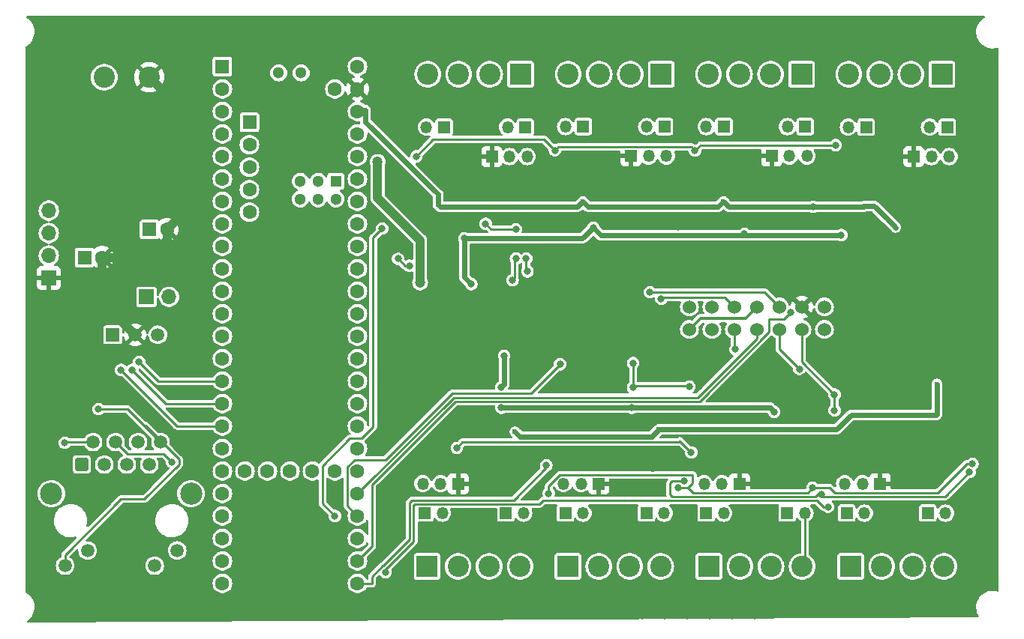
<source format=gbr>
%TF.GenerationSoftware,KiCad,Pcbnew,7.0.6*%
%TF.CreationDate,2023-07-11T08:11:05-07:00*%
%TF.ProjectId,Thermo-RTD-8-v1_5,54686572-6d6f-42d5-9254-442d382d7631,rev?*%
%TF.SameCoordinates,Original*%
%TF.FileFunction,Copper,L2,Bot*%
%TF.FilePolarity,Positive*%
%FSLAX46Y46*%
G04 Gerber Fmt 4.6, Leading zero omitted, Abs format (unit mm)*
G04 Created by KiCad (PCBNEW 7.0.6) date 2023-07-11 08:11:05*
%MOMM*%
%LPD*%
G01*
G04 APERTURE LIST*
G04 Aperture macros list*
%AMRoundRect*
0 Rectangle with rounded corners*
0 $1 Rounding radius*
0 $2 $3 $4 $5 $6 $7 $8 $9 X,Y pos of 4 corners*
0 Add a 4 corners polygon primitive as box body*
4,1,4,$2,$3,$4,$5,$6,$7,$8,$9,$2,$3,0*
0 Add four circle primitives for the rounded corners*
1,1,$1+$1,$2,$3*
1,1,$1+$1,$4,$5*
1,1,$1+$1,$6,$7*
1,1,$1+$1,$8,$9*
0 Add four rect primitives between the rounded corners*
20,1,$1+$1,$2,$3,$4,$5,0*
20,1,$1+$1,$4,$5,$6,$7,0*
20,1,$1+$1,$6,$7,$8,$9,0*
20,1,$1+$1,$8,$9,$2,$3,0*%
G04 Aperture macros list end*
%TA.AperFunction,ComponentPad*%
%ADD10O,1.350000X1.350000*%
%TD*%
%TA.AperFunction,ComponentPad*%
%ADD11R,1.350000X1.350000*%
%TD*%
%TA.AperFunction,ComponentPad*%
%ADD12C,2.400000*%
%TD*%
%TA.AperFunction,ComponentPad*%
%ADD13R,2.400000X2.400000*%
%TD*%
%TA.AperFunction,ComponentPad*%
%ADD14O,1.700000X1.700000*%
%TD*%
%TA.AperFunction,ComponentPad*%
%ADD15R,1.700000X1.700000*%
%TD*%
%TA.AperFunction,ComponentPad*%
%ADD16C,1.600000*%
%TD*%
%TA.AperFunction,ComponentPad*%
%ADD17R,1.600000X1.600000*%
%TD*%
%TA.AperFunction,ComponentPad*%
%ADD18C,1.524000*%
%TD*%
%TA.AperFunction,ComponentPad*%
%ADD19C,1.300000*%
%TD*%
%TA.AperFunction,ComponentPad*%
%ADD20R,1.300000X1.300000*%
%TD*%
%TA.AperFunction,ComponentPad*%
%ADD21C,2.500000*%
%TD*%
%TA.AperFunction,ComponentPad*%
%ADD22C,1.500000*%
%TD*%
%TA.AperFunction,ComponentPad*%
%ADD23RoundRect,0.250500X-0.499500X-0.499500X0.499500X-0.499500X0.499500X0.499500X-0.499500X0.499500X0*%
%TD*%
%TA.AperFunction,ComponentPad*%
%ADD24R,1.500000X1.500000*%
%TD*%
%TA.AperFunction,ViaPad*%
%ADD25C,0.800000*%
%TD*%
%TA.AperFunction,ViaPad*%
%ADD26C,0.600000*%
%TD*%
%TA.AperFunction,ViaPad*%
%ADD27C,1.200000*%
%TD*%
%TA.AperFunction,Conductor*%
%ADD28C,0.400000*%
%TD*%
%TA.AperFunction,Conductor*%
%ADD29C,1.000000*%
%TD*%
%TA.AperFunction,Conductor*%
%ADD30C,0.250000*%
%TD*%
%TA.AperFunction,Conductor*%
%ADD31C,0.600000*%
%TD*%
%TA.AperFunction,Conductor*%
%ADD32C,0.350000*%
%TD*%
G04 APERTURE END LIST*
D10*
%TO.P,JP903,2,B*%
%TO.N,Net-(J901-Pin_2)*%
X98025000Y13125000D03*
D11*
%TO.P,JP903,1,A*%
%TO.N,Net-(J901-Pin_1)*%
X96025000Y13125000D03*
%TD*%
D10*
%TO.P,JP703,2,B*%
%TO.N,Net-(J701-Pin_2)*%
X66275000Y13125000D03*
D11*
%TO.P,JP703,1,A*%
%TO.N,Net-(J701-Pin_1)*%
X64275000Y13125000D03*
%TD*%
D10*
%TO.P,JP301,3,B*%
%TO.N,Net-(J301-Pin_1)*%
X91550000Y53487500D03*
%TO.P,JP301,2,C*%
%TO.N,Net-(JP301-C)*%
X89550000Y53487500D03*
D11*
%TO.P,JP301,1,A*%
%TO.N,GND*%
X87550000Y53487500D03*
%TD*%
D12*
%TO.P,J701,4,Pin_4*%
%TO.N,Net-(J701-Pin_4)*%
X75044000Y7090000D03*
%TO.P,J701,3,Pin_3*%
%TO.N,Net-(J701-Pin_3)*%
X71544000Y7090000D03*
%TO.P,J701,2,Pin_2*%
%TO.N,Net-(J701-Pin_2)*%
X68044000Y7090000D03*
D13*
%TO.P,J701,1,Pin_1*%
%TO.N,Net-(J701-Pin_1)*%
X64544000Y7090000D03*
%TD*%
D12*
%TO.P,J201,4,Pin_4*%
%TO.N,Net-(J201-Pin_4)*%
X48740000Y62716000D03*
%TO.P,J201,3,Pin_3*%
%TO.N,Net-(J201-Pin_3)*%
X52240000Y62716000D03*
%TO.P,J201,2,Pin_2*%
%TO.N,Net-(J201-Pin_2)*%
X55740000Y62716000D03*
D13*
%TO.P,J201,1,Pin_1*%
%TO.N,Net-(J201-Pin_1)*%
X59240000Y62716000D03*
%TD*%
D10*
%TO.P,JP502,2,B*%
%TO.N,Net-(J501-Pin_4)*%
X96215000Y56742500D03*
D11*
%TO.P,JP502,1,A*%
%TO.N,Net-(J501-Pin_3)*%
X98215000Y56742500D03*
%TD*%
D10*
%TO.P,JP303,2,B*%
%TO.N,Net-(J301-Pin_2)*%
X89330000Y56807500D03*
D11*
%TO.P,JP303,1,A*%
%TO.N,Net-(J301-Pin_1)*%
X91330000Y56807500D03*
%TD*%
D12*
%TO.P,J901,4,Pin_4*%
%TO.N,Net-(J901-Pin_4)*%
X106992000Y7090000D03*
%TO.P,J901,3,Pin_3*%
%TO.N,Net-(J901-Pin_3)*%
X103492000Y7090000D03*
%TO.P,J901,2,Pin_2*%
%TO.N,Net-(J901-Pin_2)*%
X99992000Y7090000D03*
D13*
%TO.P,J901,1,Pin_1*%
%TO.N,Net-(J901-Pin_1)*%
X96492000Y7090000D03*
%TD*%
D12*
%TO.P,J102,2,Pin_2*%
%TO.N,GND*%
X17315000Y62385000D03*
%TO.P,J102,1,Pin_1*%
%TO.N,Net-(J102-Pin_1)*%
X12235000Y62385000D03*
%TD*%
D10*
%TO.P,JP403,2,B*%
%TO.N,Net-(J401-Pin_2)*%
X73455000Y56807500D03*
D11*
%TO.P,JP403,1,A*%
%TO.N,Net-(J401-Pin_1)*%
X75455000Y56807500D03*
%TD*%
D10*
%TO.P,JP802,2,B*%
%TO.N,Net-(J801-Pin_4)*%
X91310000Y13125000D03*
D11*
%TO.P,JP802,1,A*%
%TO.N,Net-(J801-Pin_3)*%
X89310000Y13125000D03*
%TD*%
D12*
%TO.P,J301,4,Pin_4*%
%TO.N,Net-(J301-Pin_4)*%
X80434000Y62716000D03*
%TO.P,J301,3,Pin_3*%
%TO.N,Net-(J301-Pin_3)*%
X83934000Y62716000D03*
%TO.P,J301,2,Pin_2*%
%TO.N,Net-(J301-Pin_2)*%
X87434000Y62716000D03*
D13*
%TO.P,J301,1,Pin_1*%
%TO.N,Net-(J301-Pin_1)*%
X90934000Y62716000D03*
%TD*%
D14*
%TO.P,JP101,2,B*%
%TO.N,+5V*%
X19540000Y37570000D03*
D15*
%TO.P,JP101,1,A*%
%TO.N,Net-(JP101-A)*%
X17000000Y37570000D03*
%TD*%
D12*
%TO.P,J401,4,Pin_4*%
%TO.N,Net-(J401-Pin_4)*%
X64600000Y62716000D03*
%TO.P,J401,3,Pin_3*%
%TO.N,Net-(J401-Pin_3)*%
X68100000Y62716000D03*
%TO.P,J401,2,Pin_2*%
%TO.N,Net-(J401-Pin_2)*%
X71600000Y62716000D03*
D13*
%TO.P,J401,1,Pin_1*%
%TO.N,Net-(J401-Pin_1)*%
X75100000Y62716000D03*
%TD*%
D10*
%TO.P,JP501,3,B*%
%TO.N,Net-(J501-Pin_1)*%
X107595000Y53422500D03*
%TO.P,JP501,2,C*%
%TO.N,Net-(JP501-C)*%
X105595000Y53422500D03*
D11*
%TO.P,JP501,1,A*%
%TO.N,GND*%
X103595000Y53422500D03*
%TD*%
D10*
%TO.P,JP803,2,B*%
%TO.N,Net-(J801-Pin_2)*%
X82150000Y13125000D03*
D11*
%TO.P,JP803,1,A*%
%TO.N,Net-(J801-Pin_1)*%
X80150000Y13125000D03*
%TD*%
D16*
%TO.P,C101,2*%
%TO.N,GND*%
X12009900Y42015000D03*
D17*
%TO.P,C101,1*%
%TO.N,Net-(D101-K)*%
X10009900Y42015000D03*
%TD*%
D10*
%TO.P,JP701,3,B*%
%TO.N,Net-(J701-Pin_1)*%
X64055000Y16445000D03*
%TO.P,JP701,2,C*%
%TO.N,Net-(JP701-C)*%
X66055000Y16445000D03*
D11*
%TO.P,JP701,1,A*%
%TO.N,GND*%
X68055000Y16445000D03*
%TD*%
D18*
%TO.P,ILI9341TFT101,14,Pin_14*%
%TO.N,/T_IRQ*%
X93515000Y33887000D03*
%TO.P,ILI9341TFT101,13,Pin_13*%
%TO.N,/SDO*%
X90975000Y33887000D03*
%TO.P,ILI9341TFT101,12,Pin_12*%
%TO.N,/SDI*%
X88435000Y33887000D03*
%TO.P,ILI9341TFT101,11,Pin_11*%
%TO.N,/T_CS*%
X85895000Y33887000D03*
%TO.P,ILI9341TFT101,10,Pin_10*%
%TO.N,/CLK*%
X83355000Y33887000D03*
%TO.P,ILI9341TFT101,9,Pin_9*%
%TO.N,/SDO*%
X80815000Y33887000D03*
%TO.P,ILI9341TFT101,8,Pin_8*%
%TO.N,+3.3V*%
X78275000Y33887000D03*
%TO.P,ILI9341TFT101,7,Pin_7*%
%TO.N,/CLK*%
X78275000Y36427000D03*
%TO.P,ILI9341TFT101,6,Pin_6*%
%TO.N,/SDI*%
X80815000Y36427000D03*
%TO.P,ILI9341TFT101,5,Pin_5*%
%TO.N,/TFT_DC*%
X83355000Y36427000D03*
%TO.P,ILI9341TFT101,4,Pin_4*%
%TO.N,+3.3V*%
X85895000Y36427000D03*
%TO.P,ILI9341TFT101,3,Pin_3*%
%TO.N,/TFT_CS*%
X88435000Y36427000D03*
%TO.P,ILI9341TFT101,2,Pin_2*%
%TO.N,GND*%
X90975000Y36427000D03*
%TO.P,ILI9341TFT101,1,Pin_1*%
%TO.N,+3.3V*%
X93515000Y36427000D03*
%TD*%
D19*
%TO.P,MCU101,67,D+*%
%TO.N,unconnected-(MCU101-D+-Pad67)*%
X31920000Y62875000D03*
%TO.P,MCU101,66,D-*%
%TO.N,unconnected-(MCU101-D--Pad66)*%
X34460000Y62875000D03*
%TO.P,MCU101,65,R-*%
%TO.N,Net-(MCU101-R-)*%
X38371600Y48635000D03*
%TO.P,MCU101,64,GND*%
%TO.N,Net-(C103-Pad2)*%
X36371600Y48635000D03*
%TO.P,MCU101,63,T+*%
%TO.N,Net-(MCU101-T+)*%
X34371600Y48635000D03*
%TO.P,MCU101,62,T-*%
%TO.N,Net-(MCU101-T-)*%
X34371600Y50635000D03*
%TO.P,MCU101,61,LED*%
%TO.N,Net-(MCU101-LED)*%
X36371600Y50635000D03*
D20*
%TO.P,MCU101,60,R+*%
%TO.N,Net-(MCU101-R+)*%
X38371600Y50635000D03*
D16*
%TO.P,MCU101,59,GND*%
%TO.N,unconnected-(MCU101-GND-Pad59)*%
X28620800Y47145800D03*
%TO.P,MCU101,58,GND*%
%TO.N,unconnected-(MCU101-GND-Pad58)*%
X28620800Y49685800D03*
%TO.P,MCU101,57,D+*%
%TO.N,unconnected-(MCU101-D+-Pad57)*%
X28620800Y52225800D03*
%TO.P,MCU101,56,D-*%
%TO.N,unconnected-(MCU101-D--Pad56)*%
X28620800Y54765800D03*
D17*
%TO.P,MCU101,55,5V*%
%TO.N,unconnected-(MCU101-5V-Pad55)*%
X28620800Y57305800D03*
D16*
%TO.P,MCU101,54,ON_OFF*%
%TO.N,unconnected-(MCU101-ON_OFF-Pad54)*%
X38270000Y17885000D03*
%TO.P,MCU101,53,PROGRAM*%
%TO.N,unconnected-(MCU101-PROGRAM-Pad53)*%
X35730000Y17885000D03*
%TO.P,MCU101,52,GND*%
%TO.N,unconnected-(MCU101-GND-Pad52)*%
X33190000Y17885000D03*
%TO.P,MCU101,51,3V3*%
%TO.N,unconnected-(MCU101-3V3-Pad51)*%
X30650000Y17885000D03*
%TO.P,MCU101,50,VBAT*%
%TO.N,unconnected-(MCU101-VBAT-Pad50)*%
X28110000Y17885000D03*
%TO.P,MCU101,49,VUSB*%
%TO.N,unconnected-(MCU101-VUSB-Pad49)*%
X38270000Y61065000D03*
%TO.P,MCU101,48,VIN*%
%TO.N,+5V*%
X40810000Y63605000D03*
%TO.P,MCU101,47,GND*%
%TO.N,GND*%
X40810000Y61065000D03*
%TO.P,MCU101,46,3V3*%
%TO.N,+3.3V*%
X40810000Y58525000D03*
%TO.P,MCU101,45,23_A9_CRX1_MCLK1*%
%TO.N,unconnected-(MCU101-23_A9_CRX1_MCLK1-Pad45)*%
X40810000Y55985000D03*
%TO.P,MCU101,44,22_A8_CTX1*%
%TO.N,unconnected-(MCU101-22_A8_CTX1-Pad44)*%
X40810000Y53445000D03*
%TO.P,MCU101,43,21_A7_RX5_BCLK1*%
%TO.N,unconnected-(MCU101-21_A7_RX5_BCLK1-Pad43)*%
X40810000Y50905000D03*
%TO.P,MCU101,42,20_A6_TX5_LRCLK1*%
%TO.N,unconnected-(MCU101-20_A6_TX5_LRCLK1-Pad42)*%
X40810000Y48365000D03*
%TO.P,MCU101,41,19_A5_SCL*%
%TO.N,unconnected-(MCU101-19_A5_SCL-Pad41)*%
X40810000Y45825000D03*
%TO.P,MCU101,40,18_A4_SDA*%
%TO.N,/CS_3*%
X40810000Y43285000D03*
%TO.P,MCU101,39,17_A3_TX4_SDA1*%
%TO.N,unconnected-(MCU101-17_A3_TX4_SDA1-Pad39)*%
X40810000Y40745000D03*
%TO.P,MCU101,38,16_A2_RX4_SCL1*%
%TO.N,unconnected-(MCU101-16_A2_RX4_SCL1-Pad38)*%
X40810000Y38205000D03*
%TO.P,MCU101,37,15_A1_RX3_SPDIF_IN*%
%TO.N,unconnected-(MCU101-15_A1_RX3_SPDIF_IN-Pad37)*%
X40810000Y35665000D03*
%TO.P,MCU101,36,14_A0_TX3_SPDIF_OUT*%
%TO.N,unconnected-(MCU101-14_A0_TX3_SPDIF_OUT-Pad36)*%
X40810000Y33125000D03*
%TO.P,MCU101,35,13_SCK_LED*%
%TO.N,Net-(MCU101-13_SCK_LED)*%
X40810000Y30585000D03*
%TO.P,MCU101,34,GND*%
%TO.N,unconnected-(MCU101-GND-Pad34)*%
X40810000Y28045000D03*
%TO.P,MCU101,33,41_A17*%
%TO.N,/CS_2*%
X40810000Y25505000D03*
%TO.P,MCU101,32,40_A16*%
%TO.N,/TFT_CS*%
X40810000Y22965000D03*
%TO.P,MCU101,31,39_MISO1_OUT1A*%
%TO.N,/T_IRQ*%
X40810000Y20425000D03*
%TO.P,MCU101,30,38_CS1_IN1*%
%TO.N,/CS_8*%
X40810000Y17885000D03*
%TO.P,MCU101,29,37_CS*%
%TO.N,/T_CS*%
X40810000Y15345000D03*
%TO.P,MCU101,28,36_CS*%
%TO.N,/TFT_DC*%
X40810000Y12805000D03*
%TO.P,MCU101,27,35_TX8*%
%TO.N,/CS_1*%
X40810000Y10265000D03*
%TO.P,MCU101,26,34_RX8*%
%TO.N,/CS_4*%
X40810000Y7725000D03*
%TO.P,MCU101,25,33_MCLK2*%
%TO.N,/CS_5*%
X40810000Y5185000D03*
%TO.P,MCU101,24,32_OUT1B*%
%TO.N,unconnected-(MCU101-32_OUT1B-Pad24)*%
X25570000Y5185000D03*
%TO.P,MCU101,23,31_CTX3*%
%TO.N,unconnected-(MCU101-31_CTX3-Pad23)*%
X25570000Y7725000D03*
%TO.P,MCU101,22,30_CRX3*%
%TO.N,unconnected-(MCU101-30_CRX3-Pad22)*%
X25570000Y10265000D03*
%TO.P,MCU101,21,29_TX7*%
%TO.N,/CS_7*%
X25570000Y12805000D03*
%TO.P,MCU101,20,28_RX7*%
%TO.N,unconnected-(MCU101-28_RX7-Pad20)*%
X25570000Y15345000D03*
%TO.P,MCU101,19,27_A13_SCK1*%
%TO.N,unconnected-(MCU101-27_A13_SCK1-Pad19)*%
X25570000Y17885000D03*
%TO.P,MCU101,18,26_A12_MOSI1*%
%TO.N,/CS_6*%
X25570000Y20425000D03*
%TO.P,MCU101,17,25_A11_RX6_SDA2*%
%TO.N,I2C_SDA*%
X25570000Y22965000D03*
%TO.P,MCU101,16,24_A10_TX6_SCL2*%
%TO.N,I2C_SCL*%
X25570000Y25505000D03*
%TO.P,MCU101,15,3V3*%
%TO.N,Net-(J101-Pin_2)*%
X25570000Y28045000D03*
%TO.P,MCU101,14,12_MISO_MQSL*%
%TO.N,/SDO*%
X25570000Y30585000D03*
%TO.P,MCU101,13,11_MOSI_CTX1*%
%TO.N,Net-(MCU101-11_MOSI_CTX1)*%
X25570000Y33125000D03*
%TO.P,MCU101,12,10_CS_MQSR*%
%TO.N,unconnected-(MCU101-10_CS_MQSR-Pad12)*%
X25570000Y35665000D03*
%TO.P,MCU101,11,9_OUT1C*%
%TO.N,unconnected-(MCU101-9_OUT1C-Pad11)*%
X25570000Y38205000D03*
%TO.P,MCU101,10,8_TX2_IN1*%
%TO.N,unconnected-(MCU101-8_TX2_IN1-Pad10)*%
X25570000Y40745000D03*
%TO.P,MCU101,9,7_RX2_OUT1A*%
%TO.N,unconnected-(MCU101-7_RX2_OUT1A-Pad9)*%
X25570000Y43285000D03*
%TO.P,MCU101,8,6_OUT1D*%
%TO.N,unconnected-(MCU101-6_OUT1D-Pad8)*%
X25570000Y45825000D03*
%TO.P,MCU101,7,5_IN2*%
%TO.N,unconnected-(MCU101-5_IN2-Pad7)*%
X25570000Y48365000D03*
%TO.P,MCU101,6,4_BCLK2*%
%TO.N,unconnected-(MCU101-4_BCLK2-Pad6)*%
X25570000Y50905000D03*
%TO.P,MCU101,5,3_LRCLK2*%
%TO.N,unconnected-(MCU101-3_LRCLK2-Pad5)*%
X25570000Y53445000D03*
%TO.P,MCU101,4,2_OUT2*%
%TO.N,unconnected-(MCU101-2_OUT2-Pad4)*%
X25570000Y55985000D03*
%TO.P,MCU101,3,1_TX1_CTX2_MISO1*%
%TO.N,unconnected-(MCU101-1_TX1_CTX2_MISO1-Pad3)*%
X25570000Y58525000D03*
%TO.P,MCU101,2,0_RX1_CRX2_CS1*%
%TO.N,unconnected-(MCU101-0_RX1_CRX2_CS1-Pad2)*%
X25570000Y61065000D03*
D17*
%TO.P,MCU101,1,GND*%
%TO.N,unconnected-(MCU101-GND-Pad1)*%
X25570000Y63605000D03*
%TD*%
D10*
%TO.P,JP202,2,B*%
%TO.N,Net-(J201-Pin_4)*%
X48590000Y56742500D03*
D11*
%TO.P,JP202,1,A*%
%TO.N,Net-(J201-Pin_3)*%
X50590000Y56742500D03*
%TD*%
D10*
%TO.P,JP401,3,B*%
%TO.N,Net-(J401-Pin_1)*%
X75675000Y53487500D03*
%TO.P,JP401,2,C*%
%TO.N,Net-(JP401-C)*%
X73675000Y53487500D03*
D11*
%TO.P,JP401,1,A*%
%TO.N,GND*%
X71675000Y53487500D03*
%TD*%
D10*
%TO.P,JP503,2,B*%
%TO.N,Net-(J501-Pin_2)*%
X105375000Y56742500D03*
D11*
%TO.P,JP503,1,A*%
%TO.N,Net-(J501-Pin_1)*%
X107375000Y56742500D03*
%TD*%
D10*
%TO.P,JP402,2,B*%
%TO.N,Net-(J401-Pin_4)*%
X64295000Y56807500D03*
D11*
%TO.P,JP402,1,A*%
%TO.N,Net-(J401-Pin_3)*%
X66295000Y56807500D03*
%TD*%
D10*
%TO.P,JP302,2,B*%
%TO.N,Net-(J301-Pin_4)*%
X80170000Y56807500D03*
D11*
%TO.P,JP302,1,A*%
%TO.N,Net-(J301-Pin_3)*%
X82170000Y56807500D03*
%TD*%
D10*
%TO.P,JP702,2,B*%
%TO.N,Net-(J701-Pin_4)*%
X75435000Y13125000D03*
D11*
%TO.P,JP702,1,A*%
%TO.N,Net-(J701-Pin_3)*%
X73435000Y13125000D03*
%TD*%
D12*
%TO.P,J601,4,Pin_4*%
%TO.N,Net-(J601-Pin_4)*%
X59169000Y7090000D03*
%TO.P,J601,3,Pin_3*%
%TO.N,Net-(J601-Pin_3)*%
X55669000Y7090000D03*
%TO.P,J601,2,Pin_2*%
%TO.N,Net-(J601-Pin_2)*%
X52169000Y7090000D03*
D13*
%TO.P,J601,1,Pin_1*%
%TO.N,Net-(J601-Pin_1)*%
X48669000Y7090000D03*
%TD*%
D10*
%TO.P,JP902,2,B*%
%TO.N,Net-(J901-Pin_4)*%
X107185000Y13125000D03*
D11*
%TO.P,JP902,1,A*%
%TO.N,Net-(J901-Pin_3)*%
X105185000Y13125000D03*
%TD*%
D12*
%TO.P,J801,4,Pin_4*%
%TO.N,Net-(J801-Pin_4)*%
X90990000Y7090000D03*
%TO.P,J801,3,Pin_3*%
%TO.N,Net-(J801-Pin_3)*%
X87490000Y7090000D03*
%TO.P,J801,2,Pin_2*%
%TO.N,Net-(J801-Pin_2)*%
X83990000Y7090000D03*
D13*
%TO.P,J801,1,Pin_1*%
%TO.N,Net-(J801-Pin_1)*%
X80490000Y7090000D03*
%TD*%
D10*
%TO.P,JP603,2,B*%
%TO.N,Net-(J601-Pin_2)*%
X50400000Y13125000D03*
D11*
%TO.P,JP603,1,A*%
%TO.N,Net-(J601-Pin_1)*%
X48400000Y13125000D03*
%TD*%
D21*
%TO.P,Teensy_Ethernet101,13*%
%TO.N,N/C*%
X22015000Y15320000D03*
X6265000Y15320000D03*
D22*
%TO.P,Teensy_Ethernet101,12*%
%TO.N,unconnected-(Teensy_Ethernet101-Pad12)*%
X20465000Y8890000D03*
%TO.P,Teensy_Ethernet101,11*%
%TO.N,unconnected-(Teensy_Ethernet101-Pad11)*%
X17925000Y7190000D03*
%TO.P,Teensy_Ethernet101,10*%
%TO.N,Net-(MCU101-LED)*%
X10355000Y8890000D03*
%TO.P,Teensy_Ethernet101,9*%
%TO.N,Net-(C103-Pad2)*%
X7815000Y7190000D03*
%TO.P,Teensy_Ethernet101,8*%
X18585000Y21160000D03*
%TO.P,Teensy_Ethernet101,7*%
%TO.N,unconnected-(Teensy_Ethernet101-Pad7)*%
X17315000Y18620000D03*
%TO.P,Teensy_Ethernet101,6*%
%TO.N,Net-(MCU101-R-)*%
X16045000Y21160000D03*
%TO.P,Teensy_Ethernet101,5*%
%TO.N,Net-(C103-Pad1)*%
X14775000Y18620000D03*
%TO.P,Teensy_Ethernet101,4*%
%TO.N,Net-(MCU101-R+)*%
X13505000Y21160000D03*
%TO.P,Teensy_Ethernet101,3*%
%TO.N,Net-(MCU101-T-)*%
X12235000Y18620000D03*
%TO.P,Teensy_Ethernet101,2*%
%TO.N,Net-(C103-Pad1)*%
X10965000Y21160000D03*
D23*
%TO.P,Teensy_Ethernet101,1*%
%TO.N,Net-(MCU101-T+)*%
X9695000Y18620000D03*
%TD*%
D12*
%TO.P,J501,4,Pin_4*%
%TO.N,Net-(J501-Pin_4)*%
X96266000Y62716000D03*
%TO.P,J501,3,Pin_3*%
%TO.N,Net-(J501-Pin_3)*%
X99766000Y62716000D03*
%TO.P,J501,2,Pin_2*%
%TO.N,Net-(J501-Pin_2)*%
X103266000Y62716000D03*
D13*
%TO.P,J501,1,Pin_1*%
%TO.N,Net-(J501-Pin_1)*%
X106766000Y62716000D03*
%TD*%
D10*
%TO.P,JP602,2,B*%
%TO.N,Net-(J601-Pin_4)*%
X59560000Y13125000D03*
D11*
%TO.P,JP602,1,A*%
%TO.N,Net-(J601-Pin_3)*%
X57560000Y13125000D03*
%TD*%
D10*
%TO.P,JP901,3,B*%
%TO.N,Net-(J901-Pin_1)*%
X95805000Y16445000D03*
%TO.P,JP901,2,C*%
%TO.N,Net-(JP901-C)*%
X97805000Y16445000D03*
D11*
%TO.P,JP901,1,A*%
%TO.N,GND*%
X99805000Y16445000D03*
%TD*%
D10*
%TO.P,JP801,3,B*%
%TO.N,Net-(J801-Pin_1)*%
X79930000Y16445000D03*
%TO.P,JP801,2,C*%
%TO.N,Net-(JP801-C)*%
X81930000Y16445000D03*
D11*
%TO.P,JP801,1,A*%
%TO.N,GND*%
X83930000Y16445000D03*
%TD*%
D22*
%TO.P,U101,3,+Vout/GND*%
%TO.N,Net-(JP101-A)*%
X18275000Y33280000D03*
%TO.P,U101,2,GND/-Vout*%
%TO.N,GND*%
X15735000Y33280000D03*
D24*
%TO.P,U101,1,IN*%
%TO.N,Net-(D101-K)*%
X13195000Y33280000D03*
%TD*%
D10*
%TO.P,JP201,3,B*%
%TO.N,Net-(J201-Pin_1)*%
X59970000Y53422500D03*
%TO.P,JP201,2,C*%
%TO.N,Net-(JP201-C)*%
X57970000Y53422500D03*
D11*
%TO.P,JP201,1,A*%
%TO.N,GND*%
X55970000Y53422500D03*
%TD*%
D16*
%TO.P,C102,2*%
%TO.N,GND*%
X19319900Y45190000D03*
D17*
%TO.P,C102,1*%
%TO.N,+5V*%
X17319900Y45190000D03*
%TD*%
D10*
%TO.P,JP203,2,B*%
%TO.N,Net-(J201-Pin_2)*%
X57750000Y56742500D03*
D11*
%TO.P,JP203,1,A*%
%TO.N,Net-(J201-Pin_1)*%
X59750000Y56742500D03*
%TD*%
D14*
%TO.P,J101,4,Pin_4*%
%TO.N,I2C_SDA*%
X5975000Y47320000D03*
%TO.P,J101,3,Pin_3*%
%TO.N,I2C_SCL*%
X5975000Y44780000D03*
%TO.P,J101,2,Pin_2*%
%TO.N,Net-(J101-Pin_2)*%
X5975000Y42240000D03*
D15*
%TO.P,J101,1,Pin_1*%
%TO.N,GND*%
X5975000Y39700000D03*
%TD*%
D10*
%TO.P,JP601,3,B*%
%TO.N,Net-(J601-Pin_1)*%
X48180000Y16445000D03*
%TO.P,JP601,2,C*%
%TO.N,Net-(JP601-C)*%
X50180000Y16445000D03*
D11*
%TO.P,JP601,1,A*%
%TO.N,GND*%
X52180000Y16445000D03*
%TD*%
D25*
%TO.N,GND*%
X100449200Y33912400D03*
X100449200Y30356400D03*
X97299600Y30204000D03*
X91813200Y43412000D03*
X87495200Y43310400D03*
X90543200Y46510800D03*
X72915600Y39805200D03*
X69918400Y30356400D03*
X65854400Y30356400D03*
X62806400Y32236000D03*
X27500400Y34522000D03*
X100042800Y40160800D03*
X99687200Y43970800D03*
X76420800Y30661200D03*
X74896800Y30458000D03*
X59352000Y27511600D03*
X54881600Y27562400D03*
X43858000Y20653600D03*
X45788400Y48492000D03*
X45686800Y49762000D03*
X77000000Y49500000D03*
X77000000Y45500000D03*
X74000000Y46500000D03*
X75000000Y42500000D03*
X72000000Y42500000D03*
X68000000Y42500000D03*
X65000000Y42500000D03*
X62000000Y42500000D03*
X111062381Y6596191D03*
X111062381Y9136191D03*
X111062381Y11676191D03*
X111062381Y14216191D03*
X111062381Y21836191D03*
X111062381Y24376191D03*
X111062381Y26916191D03*
X111062381Y29456191D03*
X111062381Y31996191D03*
X111062381Y34536191D03*
X111062381Y37076191D03*
X111062381Y39616191D03*
X111062381Y42156191D03*
X111062381Y44696191D03*
X111062381Y47236191D03*
X111062381Y49776191D03*
X111062381Y52316191D03*
X111062381Y54856191D03*
X111062381Y57396191D03*
X111062381Y59936191D03*
X111062381Y62476191D03*
X111062381Y65016191D03*
X108522381Y4056191D03*
X108522381Y9136191D03*
X108522381Y11676191D03*
X108522381Y14216191D03*
X108522381Y29456191D03*
X108522381Y31996191D03*
X108522381Y34536191D03*
X108522381Y37076191D03*
X108522381Y39616191D03*
X108522381Y42156191D03*
X108522381Y44696191D03*
X108522381Y47236191D03*
X108522381Y49776191D03*
X108522381Y54856191D03*
X108522381Y59936191D03*
X108522381Y65016191D03*
X108522381Y67556191D03*
X105982381Y4056191D03*
X105982381Y34536191D03*
X105982381Y37076191D03*
X105982381Y39616191D03*
X105982381Y42156191D03*
X105982381Y44696191D03*
X105982381Y47236191D03*
X105982381Y49776191D03*
X105982381Y54856191D03*
X105982381Y59936191D03*
X105982381Y65016191D03*
X105982381Y67556191D03*
X103442381Y4056191D03*
X103442381Y37076191D03*
X103442381Y39616191D03*
X103442381Y42156191D03*
X103442381Y44696191D03*
X103442381Y49776191D03*
X103442381Y65016191D03*
X103442381Y67556191D03*
X100902381Y4056191D03*
X100902381Y9136191D03*
X100902381Y11676191D03*
X100902381Y26916191D03*
X100902381Y31996191D03*
X100902381Y65016191D03*
X100902381Y67556191D03*
X98362381Y4056191D03*
X98362381Y9136191D03*
X98362381Y19296191D03*
X98362381Y21836191D03*
X98362381Y26916191D03*
X98362381Y31996191D03*
X98362381Y34536191D03*
X98362381Y37076191D03*
X98362381Y39616191D03*
X98362381Y59936191D03*
X98362381Y65016191D03*
X98362381Y67556191D03*
X95822381Y4056191D03*
X95822381Y19296191D03*
X95822381Y31996191D03*
X95822381Y34536191D03*
X95822381Y39616191D03*
X95822381Y65016191D03*
X95822381Y67556191D03*
X93282381Y4056191D03*
X93282381Y6596191D03*
X93282381Y9136191D03*
X93282381Y11676191D03*
X93282381Y31996191D03*
X93282381Y57396191D03*
X93282381Y59936191D03*
X93282381Y62476191D03*
X93282381Y65016191D03*
X93282381Y67556191D03*
X90742381Y4056191D03*
X90742381Y24376191D03*
X90742381Y26916191D03*
X90742381Y39616191D03*
X90742381Y42156191D03*
X90742381Y65016191D03*
X90742381Y67556191D03*
X88202381Y4056191D03*
X88202381Y26916191D03*
X88202381Y39616191D03*
X88202381Y42156191D03*
X88202381Y49776191D03*
X88202381Y65016191D03*
X88202381Y67556191D03*
X85662381Y1516191D03*
X85662381Y4056191D03*
X85662381Y9136191D03*
X85662381Y11676191D03*
X85662381Y26916191D03*
X85662381Y39616191D03*
X85662381Y59936191D03*
X85662381Y65016191D03*
X85662381Y67556191D03*
X83122381Y1516191D03*
X83122381Y4056191D03*
X83122381Y19296191D03*
X83122381Y26916191D03*
X83122381Y65016191D03*
X83122381Y67556191D03*
X80582381Y1516191D03*
X80582381Y4056191D03*
X80582381Y19296191D03*
X80582381Y39616191D03*
X80582381Y65016191D03*
X80582381Y67556191D03*
X78042381Y1516191D03*
X78042381Y4056191D03*
X78042381Y6596191D03*
X78042381Y9136191D03*
X78042381Y11676191D03*
X78042381Y39616191D03*
X78042381Y57396191D03*
X78042381Y59936191D03*
X78042381Y62476191D03*
X78042381Y65016191D03*
X78042381Y67556191D03*
X75502381Y1516191D03*
X75502381Y4056191D03*
X75502381Y34536191D03*
X75502381Y39616191D03*
X75502381Y65016191D03*
X75502381Y67556191D03*
X72962381Y1516191D03*
X72962381Y4056191D03*
X72962381Y9136191D03*
X72962381Y34536191D03*
X72962381Y49776191D03*
X72962381Y59936191D03*
X72962381Y65016191D03*
X72962381Y67556191D03*
X70422381Y1516191D03*
X70422381Y4056191D03*
X70422381Y9136191D03*
X70422381Y11676191D03*
X70422381Y31996191D03*
X70422381Y34536191D03*
X70422381Y39616191D03*
X70422381Y59936191D03*
X70422381Y65016191D03*
X70422381Y67556191D03*
X67882381Y1516191D03*
X67882381Y4056191D03*
X67882381Y19296191D03*
X67882381Y31996191D03*
X67882381Y39616191D03*
X67882381Y65016191D03*
X67882381Y67556191D03*
X65342381Y1516191D03*
X65342381Y4056191D03*
X65342381Y37076191D03*
X65342381Y39616191D03*
X65342381Y65016191D03*
X65342381Y67556191D03*
X62802381Y1516191D03*
X62802381Y4056191D03*
X62802381Y9136191D03*
X62802381Y11676191D03*
X62802381Y34536191D03*
X62802381Y37076191D03*
X62802381Y39616191D03*
X62802381Y57396191D03*
X62802381Y59936191D03*
X62802381Y65016191D03*
X62802381Y67556191D03*
X60262381Y1516191D03*
X60262381Y4056191D03*
X60262381Y31996191D03*
X60262381Y34536191D03*
X60262381Y37076191D03*
X60262381Y65016191D03*
X60262381Y67556191D03*
X57722381Y1516191D03*
X57722381Y4056191D03*
X57722381Y9136191D03*
X57722381Y11676191D03*
X57722381Y37076191D03*
X57722381Y49776191D03*
X57722381Y59936191D03*
X57722381Y65016191D03*
X57722381Y67556191D03*
X55182381Y1516191D03*
X55182381Y4056191D03*
X55182381Y39616191D03*
X55182381Y42156191D03*
X55182381Y65016191D03*
X55182381Y67556191D03*
X52642381Y1516191D03*
X52642381Y4056191D03*
X52642381Y24376191D03*
X52642381Y31996191D03*
X52642381Y37076191D03*
X52642381Y65016191D03*
X52642381Y67556191D03*
X50102381Y1516191D03*
X50102381Y4056191D03*
X50102381Y9136191D03*
X50102381Y21836191D03*
X50102381Y31996191D03*
X50102381Y37076191D03*
X50102381Y39616191D03*
X50102381Y42156191D03*
X50102381Y59936191D03*
X50102381Y65016191D03*
X50102381Y67556191D03*
X47562381Y1516191D03*
X47562381Y4056191D03*
X47562381Y19296191D03*
X47562381Y26916191D03*
X47562381Y59936191D03*
X47562381Y65016191D03*
X47562381Y67556191D03*
X45022381Y1516191D03*
X45022381Y4056191D03*
X45022381Y11676191D03*
X45022381Y16756191D03*
X45022381Y24376191D03*
X45022381Y57396191D03*
X45022381Y59936191D03*
X45022381Y62476191D03*
X45022381Y65016191D03*
X45022381Y67556191D03*
X42482381Y1516191D03*
X42482381Y4056191D03*
X42482381Y65016191D03*
X42482381Y67556191D03*
X39942381Y1516191D03*
X39942381Y67556191D03*
X37402381Y1516191D03*
X37402381Y4056191D03*
X37402381Y9136191D03*
X37402381Y21836191D03*
X37402381Y24376191D03*
X37402381Y26916191D03*
X37402381Y29456191D03*
X37402381Y31996191D03*
X37402381Y34536191D03*
X37402381Y37076191D03*
X37402381Y39616191D03*
X37402381Y42156191D03*
X37402381Y44696191D03*
X37402381Y52316191D03*
X37402381Y54856191D03*
X37402381Y57396191D03*
X34862381Y1516191D03*
X34862381Y4056191D03*
X34862381Y9136191D03*
X34862381Y11676191D03*
X34862381Y14216191D03*
X34862381Y24376191D03*
X34862381Y26916191D03*
X34862381Y29456191D03*
X34862381Y31996191D03*
X34862381Y34536191D03*
X34862381Y37076191D03*
X34862381Y39616191D03*
X34862381Y42156191D03*
X34862381Y44696191D03*
X34862381Y54856191D03*
X34862381Y57396191D03*
X34862381Y59936191D03*
X34862381Y65016191D03*
X32322381Y1516191D03*
X32322381Y4056191D03*
X32322381Y9136191D03*
X32322381Y11676191D03*
X32322381Y14216191D03*
X32322381Y21836191D03*
X32322381Y26916191D03*
X32322381Y29456191D03*
X32322381Y31996191D03*
X32322381Y34536191D03*
X32322381Y37076191D03*
X32322381Y39616191D03*
X32322381Y42156191D03*
X32322381Y52316191D03*
X32322381Y54856191D03*
X32322381Y57396191D03*
X32322381Y59936191D03*
X32322381Y65016191D03*
X29782381Y1516191D03*
X29782381Y4056191D03*
X29782381Y6596191D03*
X29782381Y11676191D03*
X29782381Y14216191D03*
X29782381Y21836191D03*
X29782381Y24376191D03*
X29782381Y29456191D03*
X29782381Y31996191D03*
X29782381Y37076191D03*
X29782381Y39616191D03*
X29782381Y59936191D03*
X29782381Y62476191D03*
X29782381Y65016191D03*
X27242381Y1516191D03*
X27242381Y4056191D03*
X27242381Y6596191D03*
X27242381Y9136191D03*
X27242381Y14216191D03*
X27242381Y21836191D03*
X27242381Y24376191D03*
X27242381Y26916191D03*
X27242381Y31996191D03*
X27242381Y59936191D03*
X27242381Y62476191D03*
X27242381Y65016191D03*
X24702381Y1516191D03*
X22162381Y1516191D03*
X22162381Y4056191D03*
X22162381Y6596191D03*
X22162381Y9136191D03*
X22162381Y19296191D03*
X22162381Y24376191D03*
X22162381Y26916191D03*
X22162381Y42156191D03*
X22162381Y44696191D03*
X19622381Y1516191D03*
X19622381Y4056191D03*
X19622381Y6596191D03*
X19622381Y54856191D03*
X19622381Y57396191D03*
X19622381Y65016191D03*
X19622381Y67556191D03*
X17082381Y1516191D03*
X17082381Y4056191D03*
X17082381Y9136191D03*
X17082381Y11676191D03*
X17082381Y16756191D03*
X17082381Y24376191D03*
X17082381Y31996191D03*
X17082381Y57396191D03*
X17082381Y59936191D03*
X17082381Y65016191D03*
X17082381Y67556191D03*
X14542381Y1516191D03*
X14542381Y4056191D03*
X14542381Y6596191D03*
X14542381Y9136191D03*
X14542381Y11676191D03*
X14542381Y37076191D03*
X14542381Y39616191D03*
X14542381Y44696191D03*
X14542381Y47236191D03*
X14542381Y49776191D03*
X14542381Y52316191D03*
X14542381Y59936191D03*
X14542381Y62476191D03*
X14542381Y65016191D03*
X14542381Y67556191D03*
X12002381Y1516191D03*
X12002381Y4056191D03*
X12002381Y6596191D03*
X12002381Y9136191D03*
X12002381Y54856191D03*
X12002381Y65016191D03*
X12002381Y67556191D03*
X9462381Y1516191D03*
X9462381Y4056191D03*
X9462381Y6596191D03*
X9462381Y29456191D03*
X9462381Y31996191D03*
X9462381Y34536191D03*
X9462381Y54856191D03*
X9462381Y57396191D03*
X9462381Y59936191D03*
X9462381Y62476191D03*
X9462381Y65016191D03*
X9462381Y67556191D03*
X6922381Y1516191D03*
X6922381Y4056191D03*
X6922381Y9136191D03*
X6922381Y19296191D03*
X6922381Y49776191D03*
X6922381Y52316191D03*
X6922381Y54856191D03*
X6922381Y57396191D03*
X6922381Y59936191D03*
X6922381Y62476191D03*
X6922381Y65016191D03*
X6922381Y67556191D03*
X4382381Y6596191D03*
X4382381Y9136191D03*
X4382381Y11676191D03*
X4382381Y14216191D03*
X4382381Y16756191D03*
X4382381Y19296191D03*
X4382381Y21836191D03*
X4382381Y24376191D03*
X4382381Y26916191D03*
X4382381Y29456191D03*
X4382381Y31996191D03*
X4382381Y34536191D03*
X4382381Y37076191D03*
X4382381Y49776191D03*
X4382381Y52316191D03*
X4382381Y54856191D03*
X4382381Y57396191D03*
X4382381Y59936191D03*
X4382381Y62476191D03*
X4382381Y65016191D03*
X79390000Y48827500D03*
X87038000Y30712000D03*
X50716000Y44174000D03*
X101770000Y22330000D03*
X62908000Y19536000D03*
X49446000Y44174000D03*
X58239000Y18328800D03*
X52359200Y48981400D03*
X107961100Y20765600D03*
X79672000Y30712000D03*
X47810000Y49168200D03*
X62400000Y27156000D03*
X49890000Y51517500D03*
X101262000Y53318000D03*
X69766000Y27156000D03*
X56139638Y32413105D03*
X48430000Y45444000D03*
X102024000Y16488000D03*
X78402000Y23854000D03*
X53764000Y53318000D03*
X79418000Y27410000D03*
X95018000Y48827500D03*
X68750000Y22838000D03*
X90030000Y18287500D03*
X66210000Y27156000D03*
X102405000Y47095000D03*
X64178000Y23346000D03*
X58717000Y43158000D03*
X66210000Y19282000D03*
X48540000Y31982000D03*
X65702000Y23346000D03*
X65590000Y51540000D03*
X74155000Y18287500D03*
X105885000Y18350000D03*
X81470000Y51582500D03*
X97515000Y51517500D03*
%TO.N,Net-(C103-Pad1)*%
X7790000Y21060000D03*
D26*
%TO.N,+3.3V*%
X66245000Y48365000D03*
D25*
X92245000Y47730000D03*
D26*
X101566800Y45418600D03*
X106167775Y24235000D03*
X98062494Y47832500D03*
X82120000Y48365000D03*
X90848000Y22584000D03*
X58590000Y22330000D03*
X49885000Y48034800D03*
X74846000Y22584000D03*
X106238485Y27722500D03*
D25*
%TO.N,Net-(C103-Pad2)*%
X11600000Y24870000D03*
D27*
%TO.N,+5V*%
X43096000Y52810000D03*
X47881000Y39184992D03*
D25*
%TO.N,GND*%
X5975000Y37350500D03*
%TO.N,/CS_3*%
X59860000Y41887998D03*
X60000000Y40438498D03*
X45387813Y41869486D03*
X46656000Y41089000D03*
%TO.N,/CS_2*%
X58316981Y39448402D03*
X58702320Y41887498D03*
%TO.N,/TFT_CS*%
X73829998Y38078000D03*
%TO.N,/TFT_DC*%
X63674653Y29945347D03*
X75100000Y37353500D03*
%TO.N,/CS_1*%
X43604000Y45289100D03*
X38270000Y12805000D03*
%TO.N,/CS_4*%
X89705000Y35805000D03*
%TO.N,/CS_5*%
X62127679Y18530365D03*
%TO.N,/CS_7*%
X43985000Y6455000D03*
X93903000Y13827500D03*
%TO.N,/SDO*%
X94658000Y26532014D03*
X94658000Y24731998D03*
%TO.N,/CS_6*%
X78487000Y19988000D03*
X52024000Y20500000D03*
%TO.N,I2C_SCL*%
X15410000Y29315000D03*
%TO.N,I2C_SDA*%
X14140000Y29315000D03*
%TO.N,/SDI*%
X78910000Y54080000D03*
X92153000Y15980700D03*
X47452000Y53445000D03*
X63089000Y54134000D03*
X90682000Y29415500D03*
X110229000Y18701300D03*
X62400000Y15345000D03*
X94785000Y54715000D03*
X77005000Y15980000D03*
%TO.N,/CLK*%
X78275000Y27410000D03*
X71913000Y30089000D03*
X77665000Y16738500D03*
X55288000Y45825000D03*
X58680000Y45190000D03*
X109898000Y17758000D03*
X83482000Y31625000D03*
X93152000Y15255500D03*
X71913000Y27320000D03*
%TO.N,+3.3VA*%
X84493347Y44686653D03*
X57357007Y30913500D03*
X71770000Y25025000D03*
X53658464Y39002836D03*
X95420000Y44554994D03*
X52875000Y44174000D03*
X57066000Y27374500D03*
X67420000Y45390000D03*
X57066000Y25025000D03*
X87849496Y24566502D03*
%TO.N,Net-(MCU101-R+)*%
X19855000Y18916500D03*
%TO.N,Net-(J101-Pin_2)*%
X16172000Y30204000D03*
%TD*%
D28*
%TO.N,GND*%
X5975000Y37350500D02*
X5975000Y39700000D01*
D29*
X81428000Y51540000D02*
X81470000Y51582500D01*
X74114000Y18328800D02*
X74155000Y18287500D01*
X40810000Y61065000D02*
X40810000Y60646300D01*
X105822000Y18287500D02*
X105885000Y18350000D01*
X97282000Y51582500D02*
X97450000Y51582500D01*
X65568000Y51517500D02*
X65590000Y51540000D01*
X97450000Y51582500D02*
X97515000Y51517500D01*
D30*
%TO.N,Net-(C103-Pad1)*%
X7890000Y21160000D02*
X10965000Y21160000D01*
X7790000Y21060000D02*
X7890000Y21160000D01*
D31*
%TO.N,+3.3V*%
X49885000Y48034800D02*
X49885000Y49196000D01*
X94885965Y22584000D02*
X90024000Y22584000D01*
X99130293Y47832500D02*
X98062494Y47832500D01*
X66880000Y47730000D02*
X81485000Y47730000D01*
X92245000Y47730000D02*
X97959994Y47730000D01*
X97959994Y47730000D02*
X98062494Y47832500D01*
X66245000Y48365000D02*
X66880000Y47730000D01*
X74846100Y22584000D02*
X90848000Y22584000D01*
X59160000Y21759900D02*
X58590000Y22330000D01*
D32*
X84625000Y35157000D02*
X79545000Y35157000D01*
X79545000Y35157000D02*
X78275000Y33887000D01*
X85895000Y36427000D02*
X84625000Y35157000D01*
D31*
X100601600Y46361193D02*
X99130293Y47832500D01*
X50189800Y47730000D02*
X65610000Y47730000D01*
X41724400Y57356600D02*
X41724400Y58677400D01*
X106167775Y24235000D02*
X106238485Y24305710D01*
X92245000Y47730000D02*
X82755000Y47730000D01*
X81485000Y47730000D02*
X82120000Y48365000D01*
X59160000Y21759900D02*
X74022000Y21759900D01*
X49885000Y48034800D02*
X50189800Y47730000D01*
X40962400Y58677400D02*
X40810000Y58525000D01*
X100624207Y46361193D02*
X100601600Y46361193D01*
X82755000Y47730000D02*
X82120000Y48365000D01*
X106238485Y24305710D02*
X106238485Y27722500D01*
X74022000Y21759900D02*
X74846100Y22584000D01*
X41724400Y58677400D02*
X40962400Y58677400D01*
X74022000Y21759900D02*
X74846000Y22584000D01*
X106167775Y24235000D02*
X96536965Y24235000D01*
X49885000Y49196000D02*
X41724400Y57356600D01*
X96536965Y24235000D02*
X94885965Y22584000D01*
X65610000Y47730000D02*
X66245000Y48365000D01*
X101566800Y45418600D02*
X100624207Y46361193D01*
D30*
%TO.N,Net-(C103-Pad2)*%
X20670000Y19216800D02*
X20670000Y18616200D01*
X20670000Y18616200D02*
X16763000Y14710000D01*
X16730000Y23015000D02*
X14875000Y24870000D01*
X16871000Y23015000D02*
X18726000Y21160000D01*
X14875000Y24870000D02*
X11600000Y24870000D01*
X16763000Y14710000D02*
X14140000Y14710000D01*
X14140000Y14710000D02*
X7815000Y8385000D01*
X18585000Y21160000D02*
X16730000Y23015000D01*
X16730000Y23015000D02*
X16871000Y23015000D01*
X7815000Y8385000D02*
X7815000Y7190000D01*
X18726000Y21160000D02*
X20670000Y19216800D01*
D29*
%TO.N,+5V*%
X43096000Y48724000D02*
X43096000Y52810000D01*
X47881000Y43939000D02*
X43096000Y48724000D01*
X47881000Y39184992D02*
X47881000Y43939000D01*
D28*
%TO.N,GND*%
X5975000Y39700000D02*
X10826000Y39700000D01*
D29*
X17315000Y42015000D02*
X19320000Y44020000D01*
X21195000Y47065600D02*
X21195000Y58504500D01*
X12010000Y37005200D02*
X12010000Y40883600D01*
D30*
X12010000Y40883600D02*
X12010000Y42015000D01*
D29*
X19320000Y44020000D02*
X19320000Y45190000D01*
X15735000Y33280000D02*
X12010000Y37005200D01*
X12010000Y42015000D02*
X17315000Y42015000D01*
X19320000Y45190000D02*
X21195000Y47065600D01*
X21195000Y58504500D02*
X17315000Y62385000D01*
X12010000Y40883600D02*
X12010000Y42015000D01*
D28*
X10826000Y39700000D02*
X12010000Y40883600D01*
D30*
%TO.N,/CS_3*%
X46168299Y41089000D02*
X45387813Y41869486D01*
X46656000Y41089000D02*
X46168299Y41089000D01*
X60000000Y40438498D02*
X59860000Y40578498D01*
X59860000Y40578498D02*
X59860000Y41887998D01*
%TO.N,/CS_2*%
X58316981Y39448402D02*
X58562790Y39694211D01*
X58562790Y41747968D02*
X58702320Y41887498D01*
X58562790Y39694211D02*
X58562790Y41747968D01*
%TO.N,/TFT_CS*%
X88435000Y36427000D02*
X86784000Y38078000D01*
X86784000Y38078000D02*
X73829998Y38078000D01*
%TO.N,/T_CS*%
X41631000Y16165000D02*
X40811000Y15345000D01*
X85895000Y32861695D02*
X79233305Y26200000D01*
X41630000Y16165000D02*
X40810000Y15345000D01*
X51666000Y26200000D02*
X41631000Y16165000D01*
X41631000Y16165000D02*
X41630000Y16165000D01*
X85895000Y33887000D02*
X85895000Y32861695D01*
X79233305Y26200000D02*
X51666000Y26200000D01*
%TO.N,/TFT_DC*%
X51479604Y26650000D02*
X60379306Y26650000D01*
X40810000Y12805000D02*
X39685000Y13930000D01*
X75271000Y37524500D02*
X82257500Y37524500D01*
X82257500Y37524500D02*
X83355000Y36427000D01*
X39685000Y18364500D02*
X40475000Y19155000D01*
X75100000Y37353500D02*
X75271000Y37524500D01*
X60379306Y26650000D02*
X63674653Y29945347D01*
X40475000Y19155000D02*
X43984604Y19155000D01*
X39685000Y13930000D02*
X39685000Y18364500D01*
X43984604Y19155000D02*
X51479604Y26650000D01*
%TO.N,/CS_1*%
X36870000Y18464900D02*
X36870000Y14205000D01*
X36870000Y14205000D02*
X38270000Y12805000D01*
X42588000Y22862000D02*
X41276000Y21550000D01*
X39955000Y21550000D02*
X36870000Y18464900D01*
X41276000Y21550000D02*
X39955000Y21550000D01*
X43604000Y45289100D02*
X42588000Y44273100D01*
X42588000Y44273100D02*
X42588000Y22862000D01*
%TO.N,/CS_4*%
X79419701Y25750000D02*
X87253000Y33583299D01*
X87253000Y33583299D02*
X87253000Y35030000D01*
X87253000Y35030000D02*
X88930000Y35030000D01*
X42461000Y9376000D02*
X42461000Y16358208D01*
X42461000Y16358208D02*
X51852792Y25750000D01*
X88930000Y35030000D02*
X89705000Y35805000D01*
X40810000Y7725000D02*
X42461000Y9376000D01*
X51852792Y25750000D02*
X79419701Y25750000D01*
%TO.N,/CS_5*%
X62127679Y18247679D02*
X62127679Y18530365D01*
X42461000Y5185000D02*
X42461000Y5956305D01*
X46974000Y14574500D02*
X58454500Y14574500D01*
X43759604Y7180000D02*
X46710000Y10130396D01*
X46710000Y14311200D02*
X46974000Y14574500D01*
X46710000Y10130396D02*
X46710000Y14311200D01*
X42461000Y5956305D02*
X43684695Y7180000D01*
X43684695Y7180000D02*
X43759604Y7180000D01*
X40810000Y5185000D02*
X42461000Y5185000D01*
X58454500Y14574500D02*
X62127679Y18247679D01*
%TO.N,/CS_7*%
X43985000Y6455000D02*
X43985000Y6769000D01*
X47260000Y14125000D02*
X61324695Y14125000D01*
X61324695Y14125000D02*
X61744695Y14545000D01*
X61744695Y14545000D02*
X92692396Y14545000D01*
X93409896Y13827500D02*
X93903000Y13827500D01*
X47210000Y14075000D02*
X47260000Y14125000D01*
X92692396Y14545000D02*
X93409896Y13827500D01*
X47160000Y9944000D02*
X47160000Y14075000D01*
X43985000Y6769000D02*
X47160000Y9944000D01*
%TO.N,/SDO*%
X90975000Y33887000D02*
X90975000Y30215014D01*
X90975000Y30215014D02*
X94658000Y26532014D01*
X94658000Y26532014D02*
X94658000Y24731998D01*
%TO.N,/CS_6*%
X52658900Y21134900D02*
X52024000Y20500000D01*
X77032700Y21134900D02*
X52658900Y21134900D01*
X77186400Y21288600D02*
X77032700Y21134900D01*
X78487000Y19988000D02*
X77186400Y21288600D01*
%TO.N,I2C_SCL*%
X25570000Y25505000D02*
X19220000Y25505000D01*
X19220000Y25505000D02*
X15410000Y29315000D01*
%TO.N,I2C_SDA*%
X20490000Y22965000D02*
X14140000Y29315000D01*
X25570000Y22965000D02*
X20490000Y22965000D01*
%TO.N,Net-(J801-Pin_4)*%
X91310000Y13125000D02*
X91310000Y8065100D01*
X91310000Y8065100D02*
X90990000Y7745100D01*
%TO.N,/SDI*%
X109570000Y18701300D02*
X110229000Y18701300D01*
X62400000Y16204214D02*
X62400000Y15345000D01*
X78656000Y16488000D02*
X78656000Y17463000D01*
X88435000Y31662500D02*
X90682000Y29415500D01*
X77005000Y15980000D02*
X78148000Y15980000D01*
X94149000Y15980700D02*
X94685000Y15445000D01*
X78910000Y54080000D02*
X79545000Y54715000D01*
X49358000Y55350000D02*
X47452000Y53445000D01*
X63089000Y54134000D02*
X61873000Y55350000D01*
X78502500Y54487500D02*
X78910000Y54080000D01*
X79545000Y54715000D02*
X94785000Y54715000D01*
X78656000Y17463000D02*
X63658786Y17463000D01*
X91617000Y15445000D02*
X92153000Y15980700D01*
X94685000Y15445000D02*
X106314000Y15445000D01*
X63089000Y54134000D02*
X63442500Y54487500D01*
X63658786Y17463000D02*
X62400000Y16204214D01*
X106314000Y15445000D02*
X109570000Y18701300D01*
X78148000Y15980000D02*
X78683000Y15445000D01*
X78683000Y15445000D02*
X91617000Y15445000D01*
X61873000Y55350000D02*
X49358000Y55350000D01*
X78148000Y15980000D02*
X78656000Y16488000D01*
X88435000Y33887000D02*
X88435000Y31662500D01*
X92153000Y15980700D02*
X94149000Y15980700D01*
X63442500Y54487500D02*
X78502500Y54487500D01*
%TO.N,/CLK*%
X72092500Y27499500D02*
X71913000Y27320000D01*
X93328000Y14995500D02*
X107136000Y14995500D01*
X92917000Y15406000D02*
X93068000Y15255500D01*
X93068000Y15255500D02*
X93152000Y15255500D01*
X92917000Y15406000D02*
X92506000Y14995000D01*
X83355000Y31752000D02*
X83482000Y31625000D01*
X76116000Y16488000D02*
X76366000Y16738500D01*
X76366000Y16738500D02*
X77665000Y16738500D01*
X78275000Y27410000D02*
X78185500Y27499500D01*
X76116000Y15209500D02*
X76116000Y16488000D01*
X107136000Y14995500D02*
X109898000Y17758000D01*
X76330500Y14995000D02*
X76116000Y15209500D01*
X71913000Y30089000D02*
X71913000Y27320000D01*
X92917000Y15406000D02*
X93328000Y14995500D01*
X55288000Y45825000D02*
X55923000Y45190000D01*
X92506000Y14995000D02*
X76330500Y14995000D01*
X83355000Y33887000D02*
X83355000Y31752000D01*
X78185500Y27499500D02*
X72092500Y27499500D01*
X55923000Y45190000D02*
X58680000Y45190000D01*
D31*
%TO.N,+3.3VA*%
X53658464Y39002836D02*
X52875000Y39786300D01*
X57357007Y27665507D02*
X57357007Y30913500D01*
X66204000Y44174000D02*
X52875000Y44174000D01*
X57066000Y27374500D02*
X57357007Y27665507D01*
X84625000Y44555000D02*
X84493347Y44686653D01*
X95419994Y44555000D02*
X84625000Y44555000D01*
X87390998Y25025000D02*
X87849496Y24566502D01*
X67420000Y45390000D02*
X66204000Y44174000D01*
X95420000Y44554994D02*
X95419994Y44555000D01*
X52875000Y39786300D02*
X52875000Y44174000D01*
X67420000Y45390000D02*
X68255000Y44555000D01*
X68255000Y44555000D02*
X84361694Y44555000D01*
X71915000Y25025000D02*
X87390998Y25025000D01*
X71915000Y25025000D02*
X71770000Y25025000D01*
X84361694Y44555000D02*
X84493347Y44686653D01*
X71770000Y25025000D02*
X57066000Y25025000D01*
D30*
%TO.N,Net-(MCU101-R+)*%
X14846000Y19819000D02*
X18952000Y19819000D01*
X18952000Y19819000D02*
X19855000Y18916500D01*
X13505000Y21160000D02*
X14846000Y19819000D01*
%TO.N,Net-(J101-Pin_2)*%
X18331000Y28045000D02*
X25570000Y28045000D01*
X16172000Y30204000D02*
X18331000Y28045000D01*
%TD*%
%TA.AperFunction,Conductor*%
%TO.N,GND*%
G36*
X75827615Y17017498D02*
G01*
X75874108Y16963842D01*
X75884212Y16893568D01*
X75854718Y16828988D01*
X75848679Y16822494D01*
X75815264Y16789012D01*
X75767472Y16741222D01*
X75756454Y16719598D01*
X75746203Y16702851D01*
X75731955Y16683198D01*
X75724647Y16660632D01*
X75717047Y16642258D01*
X75706280Y16621126D01*
X75706280Y16621125D01*
X75702484Y16597158D01*
X75697910Y16578062D01*
X75690432Y16554968D01*
X75690500Y16487576D01*
X75690500Y15142108D01*
X75692667Y15135439D01*
X75694696Y15064472D01*
X75658035Y15003673D01*
X75594324Y14972346D01*
X75572835Y14970500D01*
X63189699Y14970500D01*
X63121578Y14990502D01*
X63075085Y15044158D01*
X63064981Y15114432D01*
X63071886Y15141179D01*
X63085141Y15176131D01*
X63105645Y15344998D01*
X63105645Y15345003D01*
X63085140Y15513872D01*
X63024820Y15672926D01*
X63024818Y15672930D01*
X62928184Y15812928D01*
X62867946Y15866294D01*
X62830221Y15926438D01*
X62825500Y15960606D01*
X62825500Y15975777D01*
X62845502Y16043898D01*
X62862399Y16064867D01*
X62935122Y16137590D01*
X62997430Y16171612D01*
X63068246Y16166548D01*
X63125082Y16124002D01*
X63144787Y16085072D01*
X63149392Y16069892D01*
X63149394Y16069887D01*
X63231596Y15916099D01*
X63239977Y15900419D01*
X63361880Y15751880D01*
X63510419Y15629977D01*
X63679886Y15539395D01*
X63863769Y15483615D01*
X63863773Y15483615D01*
X63863775Y15483614D01*
X64054997Y15464780D01*
X64055000Y15464780D01*
X64055003Y15464780D01*
X64246224Y15483614D01*
X64246225Y15483615D01*
X64246231Y15483615D01*
X64430114Y15539395D01*
X64599581Y15629977D01*
X64748120Y15751880D01*
X64870023Y15900419D01*
X64943878Y16038593D01*
X64993630Y16089240D01*
X65062867Y16104950D01*
X65129606Y16080734D01*
X65166121Y16038593D01*
X65239977Y15900419D01*
X65361880Y15751880D01*
X65510419Y15629977D01*
X65679886Y15539395D01*
X65863769Y15483615D01*
X65863773Y15483615D01*
X65863775Y15483614D01*
X66054997Y15464780D01*
X66055000Y15464780D01*
X66055003Y15464780D01*
X66246224Y15483614D01*
X66246225Y15483615D01*
X66246231Y15483615D01*
X66430114Y15539395D01*
X66599581Y15629977D01*
X66685623Y15700591D01*
X66750965Y15728342D01*
X66820944Y15716361D01*
X66873336Y15668449D01*
X66883608Y15647222D01*
X66929553Y15524039D01*
X66929555Y15524035D01*
X67017095Y15407096D01*
X67134034Y15319556D01*
X67270906Y15268506D01*
X67331402Y15262001D01*
X67331415Y15262000D01*
X67801000Y15262000D01*
X67801000Y16133315D01*
X67816955Y16117359D01*
X67929852Y16059835D01*
X68023519Y16045000D01*
X68086481Y16045000D01*
X68180148Y16059835D01*
X68293045Y16117359D01*
X68309000Y16133314D01*
X68309000Y15262000D01*
X68778585Y15262000D01*
X68778597Y15262001D01*
X68839093Y15268506D01*
X68975964Y15319556D01*
X68975965Y15319556D01*
X69092904Y15407096D01*
X69180444Y15524035D01*
X69180444Y15524036D01*
X69231494Y15660907D01*
X69237999Y15721403D01*
X69238000Y15721415D01*
X69238000Y16191000D01*
X68366686Y16191000D01*
X68382641Y16206955D01*
X68440165Y16319852D01*
X68459986Y16445000D01*
X68440165Y16570148D01*
X68382641Y16683045D01*
X68366686Y16699000D01*
X69238000Y16699000D01*
X69238000Y16911500D01*
X69258002Y16979621D01*
X69311658Y17026114D01*
X69364000Y17037500D01*
X75759494Y17037500D01*
X75827615Y17017498D01*
G37*
%TD.AperFunction*%
%TA.AperFunction,Conductor*%
G36*
X111548035Y69299998D02*
G01*
X111594528Y69246342D01*
X111604632Y69176068D01*
X111575138Y69111488D01*
X111541581Y69084122D01*
X111476229Y69047445D01*
X111476225Y69047443D01*
X111261818Y68881884D01*
X111073815Y68686883D01*
X111073810Y68686877D01*
X110916203Y68466583D01*
X110916196Y68466573D01*
X110792343Y68225676D01*
X110792342Y68225673D01*
X110704883Y67969311D01*
X110704880Y67969298D01*
X110655681Y67702942D01*
X110655680Y67702931D01*
X110645788Y67432235D01*
X110675412Y67162986D01*
X110743928Y66900910D01*
X110849869Y66651611D01*
X110849870Y66651610D01*
X110990982Y66420390D01*
X111164255Y66212180D01*
X111365998Y66031418D01*
X111591910Y65881956D01*
X111837176Y65766980D01*
X112096569Y65688940D01*
X112096572Y65688940D01*
X112096574Y65688939D01*
X112364557Y65649500D01*
X112364561Y65649500D01*
X112567633Y65649500D01*
X112602363Y65652043D01*
X112770156Y65664323D01*
X112770160Y65664324D01*
X112770161Y65664324D01*
X112814858Y65674281D01*
X113034553Y65723220D01*
X113034566Y65723226D01*
X113037689Y65724164D01*
X113038826Y65724172D01*
X113039048Y65724221D01*
X113039058Y65724174D01*
X113108684Y65724642D01*
X113168667Y65686662D01*
X113198594Y65622281D01*
X113200000Y65603510D01*
X113200000Y4391322D01*
X113179998Y4323201D01*
X113126342Y4276708D01*
X113056068Y4266604D01*
X113037704Y4270664D01*
X112952816Y4296203D01*
X112903425Y4311062D01*
X112635442Y4350500D01*
X112635439Y4350500D01*
X112432369Y4350500D01*
X112432367Y4350500D01*
X112229839Y4335677D01*
X112229838Y4335677D01*
X111965456Y4276783D01*
X111965441Y4276778D01*
X111712441Y4180014D01*
X111476229Y4047445D01*
X111476225Y4047443D01*
X111261818Y3881884D01*
X111073815Y3686883D01*
X111073810Y3686877D01*
X110916203Y3466583D01*
X110916196Y3466573D01*
X110792343Y3225676D01*
X110792342Y3225673D01*
X110704883Y2969311D01*
X110704880Y2969298D01*
X110655681Y2702942D01*
X110655680Y2702931D01*
X110645788Y2432235D01*
X110675412Y2162986D01*
X110743928Y1900910D01*
X110849871Y1651607D01*
X110849872Y1651604D01*
X110910182Y1552785D01*
X110928596Y1484218D01*
X110907016Y1416580D01*
X110852295Y1371347D01*
X110803358Y1361148D01*
X3620628Y741594D01*
X3552393Y761202D01*
X3505591Y814588D01*
X3495081Y884802D01*
X3524200Y949553D01*
X3542886Y967315D01*
X3738177Y1118112D01*
X3926186Y1313119D01*
X4083799Y1533421D01*
X4144563Y1651607D01*
X4207656Y1774325D01*
X4207657Y1774328D01*
X4295116Y2030690D01*
X4295118Y2030695D01*
X4344319Y2297067D01*
X4354212Y2567765D01*
X4339338Y2702942D01*
X4324587Y2837015D01*
X4256071Y3099091D01*
X4150130Y3348390D01*
X4150129Y3348391D01*
X4009018Y3579610D01*
X3835745Y3787820D01*
X3835741Y3787823D01*
X3835740Y3787825D01*
X3634012Y3968573D01*
X3634002Y3968582D01*
X3408090Y4118044D01*
X3408087Y4118046D01*
X3404250Y4120584D01*
X3405022Y4121752D01*
X3359706Y4168151D01*
X3345000Y4227225D01*
X3345000Y5185000D01*
X24464785Y5185000D01*
X24483603Y4981916D01*
X24539416Y4785755D01*
X24539417Y4785753D01*
X24539418Y4785750D01*
X24630327Y4603179D01*
X24630328Y4603178D01*
X24630329Y4603176D01*
X24753234Y4440422D01*
X24903959Y4303019D01*
X24903960Y4303018D01*
X25077351Y4195659D01*
X25077354Y4195658D01*
X25077363Y4195652D01*
X25267544Y4121976D01*
X25468024Y4084500D01*
X25468026Y4084500D01*
X25671974Y4084500D01*
X25671976Y4084500D01*
X25872456Y4121976D01*
X26062637Y4195652D01*
X26236041Y4303019D01*
X26386764Y4440421D01*
X26509673Y4603179D01*
X26600582Y4785750D01*
X26656397Y4981917D01*
X26675215Y5185000D01*
X39704785Y5185000D01*
X39723603Y4981916D01*
X39779416Y4785755D01*
X39779417Y4785753D01*
X39779418Y4785750D01*
X39870327Y4603179D01*
X39870328Y4603178D01*
X39870329Y4603176D01*
X39993234Y4440422D01*
X40143959Y4303019D01*
X40143960Y4303018D01*
X40317351Y4195659D01*
X40317354Y4195658D01*
X40317363Y4195652D01*
X40507544Y4121976D01*
X40708024Y4084500D01*
X40708026Y4084500D01*
X40911974Y4084500D01*
X40911976Y4084500D01*
X41112456Y4121976D01*
X41302637Y4195652D01*
X41476041Y4303019D01*
X41626764Y4440421D01*
X41749673Y4603179D01*
X41792737Y4689665D01*
X41841005Y4741726D01*
X41905527Y4759500D01*
X42417594Y4759500D01*
X42437304Y4757949D01*
X42439665Y4757576D01*
X42461000Y4754196D01*
X42594126Y4775281D01*
X42714220Y4836472D01*
X42809528Y4931780D01*
X42870719Y5051874D01*
X42886500Y5151512D01*
X42891804Y5185000D01*
X42888050Y5208697D01*
X42886500Y5228406D01*
X42886500Y5727868D01*
X42906502Y5795989D01*
X42923399Y5816958D01*
X43201550Y6095109D01*
X43263859Y6129131D01*
X43334674Y6124067D01*
X43391510Y6081520D01*
X43394335Y6077592D01*
X43456817Y5987071D01*
X43584148Y5874266D01*
X43734775Y5795210D01*
X43734776Y5795210D01*
X43734778Y5795209D01*
X43849939Y5766825D01*
X43899944Y5754500D01*
X43899947Y5754500D01*
X44070053Y5754500D01*
X44070056Y5754500D01*
X44235225Y5795210D01*
X44330360Y5845141D01*
X47168500Y5845141D01*
X47168501Y5845134D01*
X47171414Y5820010D01*
X47171416Y5820006D01*
X47216793Y5717235D01*
X47296232Y5637796D01*
X47296234Y5637795D01*
X47296235Y5637794D01*
X47399009Y5592415D01*
X47424135Y5589500D01*
X49913864Y5589501D01*
X49938991Y5592415D01*
X50041765Y5637794D01*
X50121206Y5717235D01*
X50166585Y5820009D01*
X50169500Y5845135D01*
X50169499Y7090000D01*
X50663357Y7090000D01*
X50683822Y6843018D01*
X50683893Y6842172D01*
X50744935Y6601123D01*
X50744938Y6601116D01*
X50844826Y6373394D01*
X50980835Y6165215D01*
X51149249Y5982268D01*
X51149254Y5982264D01*
X51149256Y5982262D01*
X51325437Y5845135D01*
X51345490Y5829527D01*
X51345491Y5829526D01*
X51564190Y5711172D01*
X51564192Y5711171D01*
X51654009Y5680337D01*
X51799386Y5630429D01*
X52044665Y5589500D01*
X52044669Y5589500D01*
X52293331Y5589500D01*
X52293335Y5589500D01*
X52538614Y5630429D01*
X52773810Y5711172D01*
X52992509Y5829526D01*
X53188744Y5982262D01*
X53193171Y5987070D01*
X53357164Y6165215D01*
X53389539Y6214769D01*
X53493173Y6373393D01*
X53593063Y6601119D01*
X53654108Y6842179D01*
X53674643Y7090000D01*
X54163357Y7090000D01*
X54183822Y6843018D01*
X54183893Y6842172D01*
X54244935Y6601123D01*
X54244938Y6601116D01*
X54344826Y6373394D01*
X54480835Y6165215D01*
X54649249Y5982268D01*
X54649254Y5982264D01*
X54649256Y5982262D01*
X54825437Y5845135D01*
X54845490Y5829527D01*
X54845491Y5829526D01*
X55064190Y5711172D01*
X55064192Y5711171D01*
X55154009Y5680337D01*
X55299386Y5630429D01*
X55544665Y5589500D01*
X55544669Y5589500D01*
X55793331Y5589500D01*
X55793335Y5589500D01*
X56038614Y5630429D01*
X56273810Y5711172D01*
X56492509Y5829526D01*
X56688744Y5982262D01*
X56693171Y5987070D01*
X56857164Y6165215D01*
X56889539Y6214769D01*
X56993173Y6373393D01*
X57093063Y6601119D01*
X57154108Y6842179D01*
X57174643Y7090000D01*
X57663357Y7090000D01*
X57683822Y6843018D01*
X57683893Y6842172D01*
X57744935Y6601123D01*
X57744938Y6601116D01*
X57844826Y6373394D01*
X57980835Y6165215D01*
X58149249Y5982268D01*
X58149254Y5982264D01*
X58149256Y5982262D01*
X58325437Y5845135D01*
X58345490Y5829527D01*
X58345491Y5829526D01*
X58564190Y5711172D01*
X58564192Y5711171D01*
X58654009Y5680337D01*
X58799386Y5630429D01*
X59044665Y5589500D01*
X59044669Y5589500D01*
X59293331Y5589500D01*
X59293335Y5589500D01*
X59538614Y5630429D01*
X59773810Y5711172D01*
X59992509Y5829526D01*
X60012571Y5845141D01*
X63043500Y5845141D01*
X63043501Y5845134D01*
X63046414Y5820010D01*
X63046416Y5820006D01*
X63091793Y5717235D01*
X63171232Y5637796D01*
X63171234Y5637795D01*
X63171235Y5637794D01*
X63274009Y5592415D01*
X63299135Y5589500D01*
X65788864Y5589501D01*
X65813991Y5592415D01*
X65916765Y5637794D01*
X65996206Y5717235D01*
X66041585Y5820009D01*
X66044500Y5845135D01*
X66044499Y7090000D01*
X66538357Y7090000D01*
X66558822Y6843018D01*
X66558893Y6842172D01*
X66619935Y6601123D01*
X66619938Y6601116D01*
X66719826Y6373394D01*
X66855835Y6165215D01*
X67024249Y5982268D01*
X67024254Y5982264D01*
X67024256Y5982262D01*
X67200437Y5845135D01*
X67220490Y5829527D01*
X67220491Y5829526D01*
X67439190Y5711172D01*
X67439192Y5711171D01*
X67529009Y5680337D01*
X67674386Y5630429D01*
X67919665Y5589500D01*
X67919669Y5589500D01*
X68168331Y5589500D01*
X68168335Y5589500D01*
X68413614Y5630429D01*
X68648810Y5711172D01*
X68867509Y5829526D01*
X69063744Y5982262D01*
X69068171Y5987070D01*
X69232164Y6165215D01*
X69264539Y6214769D01*
X69368173Y6373393D01*
X69468063Y6601119D01*
X69529108Y6842179D01*
X69549643Y7090000D01*
X70038357Y7090000D01*
X70058822Y6843018D01*
X70058893Y6842172D01*
X70119935Y6601123D01*
X70119938Y6601116D01*
X70219826Y6373394D01*
X70355835Y6165215D01*
X70524249Y5982268D01*
X70524254Y5982264D01*
X70524256Y5982262D01*
X70700437Y5845135D01*
X70720490Y5829527D01*
X70720491Y5829526D01*
X70939190Y5711172D01*
X70939192Y5711171D01*
X71029009Y5680337D01*
X71174386Y5630429D01*
X71419665Y5589500D01*
X71419669Y5589500D01*
X71668331Y5589500D01*
X71668335Y5589500D01*
X71913614Y5630429D01*
X72148810Y5711172D01*
X72367509Y5829526D01*
X72563744Y5982262D01*
X72568171Y5987070D01*
X72732164Y6165215D01*
X72764539Y6214769D01*
X72868173Y6373393D01*
X72968063Y6601119D01*
X73029108Y6842179D01*
X73049643Y7090000D01*
X73538357Y7090000D01*
X73558822Y6843018D01*
X73558893Y6842172D01*
X73619935Y6601123D01*
X73619938Y6601116D01*
X73719826Y6373394D01*
X73855835Y6165215D01*
X74024249Y5982268D01*
X74024254Y5982264D01*
X74024256Y5982262D01*
X74200437Y5845135D01*
X74220490Y5829527D01*
X74220491Y5829526D01*
X74439190Y5711172D01*
X74439192Y5711171D01*
X74529009Y5680337D01*
X74674386Y5630429D01*
X74919665Y5589500D01*
X74919669Y5589500D01*
X75168331Y5589500D01*
X75168335Y5589500D01*
X75413614Y5630429D01*
X75648810Y5711172D01*
X75867509Y5829526D01*
X75887571Y5845141D01*
X78989500Y5845141D01*
X78989501Y5845134D01*
X78992414Y5820010D01*
X78992416Y5820006D01*
X79037793Y5717235D01*
X79117232Y5637796D01*
X79117234Y5637795D01*
X79117235Y5637794D01*
X79220009Y5592415D01*
X79245135Y5589500D01*
X81734864Y5589501D01*
X81759991Y5592415D01*
X81862765Y5637794D01*
X81942206Y5717235D01*
X81987585Y5820009D01*
X81990500Y5845135D01*
X81990499Y7090000D01*
X82484357Y7090000D01*
X82504822Y6843018D01*
X82504893Y6842172D01*
X82565935Y6601123D01*
X82565938Y6601116D01*
X82665826Y6373394D01*
X82801835Y6165215D01*
X82970249Y5982268D01*
X82970254Y5982264D01*
X82970256Y5982262D01*
X83146437Y5845135D01*
X83166490Y5829527D01*
X83166491Y5829526D01*
X83385190Y5711172D01*
X83385192Y5711171D01*
X83475009Y5680337D01*
X83620386Y5630429D01*
X83865665Y5589500D01*
X83865669Y5589500D01*
X84114331Y5589500D01*
X84114335Y5589500D01*
X84359614Y5630429D01*
X84594810Y5711172D01*
X84813509Y5829526D01*
X85009744Y5982262D01*
X85014171Y5987070D01*
X85178164Y6165215D01*
X85210539Y6214769D01*
X85314173Y6373393D01*
X85414063Y6601119D01*
X85475108Y6842179D01*
X85495643Y7090000D01*
X85984357Y7090000D01*
X86004822Y6843018D01*
X86004893Y6842172D01*
X86065935Y6601123D01*
X86065938Y6601116D01*
X86165826Y6373394D01*
X86301835Y6165215D01*
X86470249Y5982268D01*
X86470254Y5982264D01*
X86470256Y5982262D01*
X86646437Y5845135D01*
X86666490Y5829527D01*
X86666491Y5829526D01*
X86885190Y5711172D01*
X86885192Y5711171D01*
X86975009Y5680337D01*
X87120386Y5630429D01*
X87365665Y5589500D01*
X87365669Y5589500D01*
X87614331Y5589500D01*
X87614335Y5589500D01*
X87859614Y5630429D01*
X88094810Y5711172D01*
X88313509Y5829526D01*
X88509744Y5982262D01*
X88514171Y5987070D01*
X88678164Y6165215D01*
X88710539Y6214769D01*
X88814173Y6373393D01*
X88914063Y6601119D01*
X88975108Y6842179D01*
X88995643Y7090000D01*
X88975108Y7337821D01*
X88928489Y7521916D01*
X88914064Y7578878D01*
X88914061Y7578885D01*
X88814173Y7806607D01*
X88678164Y8014786D01*
X88509750Y8197733D01*
X88491688Y8211791D01*
X88313509Y8350474D01*
X88313508Y8350475D01*
X88094809Y8468829D01*
X88094807Y8468830D01*
X87859618Y8549570D01*
X87859609Y8549572D01*
X87810509Y8557765D01*
X87614335Y8590500D01*
X87365665Y8590500D01*
X87201952Y8563182D01*
X87120390Y8549572D01*
X87120381Y8549570D01*
X86885192Y8468830D01*
X86885190Y8468829D01*
X86666491Y8350475D01*
X86666490Y8350474D01*
X86470249Y8197733D01*
X86301835Y8014786D01*
X86165826Y7806607D01*
X86065938Y7578885D01*
X86065935Y7578878D01*
X86004893Y7337829D01*
X86004892Y7337823D01*
X86004892Y7337821D01*
X85984357Y7090000D01*
X85495643Y7090000D01*
X85475108Y7337821D01*
X85428489Y7521916D01*
X85414064Y7578878D01*
X85414061Y7578885D01*
X85314173Y7806607D01*
X85178164Y8014786D01*
X85009750Y8197733D01*
X84991688Y8211791D01*
X84813509Y8350474D01*
X84813508Y8350475D01*
X84594809Y8468829D01*
X84594807Y8468830D01*
X84359618Y8549570D01*
X84359609Y8549572D01*
X84310509Y8557765D01*
X84114335Y8590500D01*
X83865665Y8590500D01*
X83701952Y8563182D01*
X83620390Y8549572D01*
X83620381Y8549570D01*
X83385192Y8468830D01*
X83385190Y8468829D01*
X83166491Y8350475D01*
X83166490Y8350474D01*
X82970249Y8197733D01*
X82801835Y8014786D01*
X82665826Y7806607D01*
X82565938Y7578885D01*
X82565935Y7578878D01*
X82504893Y7337829D01*
X82504892Y7337823D01*
X82504892Y7337821D01*
X82484357Y7090000D01*
X81990499Y7090000D01*
X81990499Y8334864D01*
X81987585Y8359991D01*
X81942206Y8462765D01*
X81942206Y8462766D01*
X81862767Y8542205D01*
X81862765Y8542206D01*
X81759989Y8587586D01*
X81759990Y8587586D01*
X81734868Y8590500D01*
X79245140Y8590500D01*
X79245133Y8590499D01*
X79220009Y8587586D01*
X79220005Y8587584D01*
X79117234Y8542207D01*
X79037795Y8462768D01*
X79037794Y8462766D01*
X78992414Y8359991D01*
X78989500Y8334871D01*
X78989500Y5845141D01*
X75887571Y5845141D01*
X76063744Y5982262D01*
X76068171Y5987070D01*
X76232164Y6165215D01*
X76264539Y6214769D01*
X76368173Y6373393D01*
X76468063Y6601119D01*
X76529108Y6842179D01*
X76549643Y7090000D01*
X76529108Y7337821D01*
X76482489Y7521916D01*
X76468064Y7578878D01*
X76468061Y7578885D01*
X76368173Y7806607D01*
X76232164Y8014786D01*
X76063750Y8197733D01*
X76045688Y8211791D01*
X75867509Y8350474D01*
X75867508Y8350475D01*
X75648809Y8468829D01*
X75648807Y8468830D01*
X75413618Y8549570D01*
X75413609Y8549572D01*
X75364509Y8557765D01*
X75168335Y8590500D01*
X74919665Y8590500D01*
X74755953Y8563182D01*
X74674390Y8549572D01*
X74674381Y8549570D01*
X74439192Y8468830D01*
X74439190Y8468829D01*
X74220491Y8350475D01*
X74220490Y8350474D01*
X74024249Y8197733D01*
X73855835Y8014786D01*
X73719826Y7806607D01*
X73619938Y7578885D01*
X73619935Y7578878D01*
X73558893Y7337829D01*
X73558892Y7337823D01*
X73558892Y7337821D01*
X73538357Y7090000D01*
X73049643Y7090000D01*
X73029108Y7337821D01*
X72982489Y7521916D01*
X72968064Y7578878D01*
X72968061Y7578885D01*
X72868173Y7806607D01*
X72732164Y8014786D01*
X72563750Y8197733D01*
X72545688Y8211791D01*
X72367509Y8350474D01*
X72367508Y8350475D01*
X72148809Y8468829D01*
X72148807Y8468830D01*
X71913618Y8549570D01*
X71913609Y8549572D01*
X71864509Y8557765D01*
X71668335Y8590500D01*
X71419665Y8590500D01*
X71255953Y8563182D01*
X71174390Y8549572D01*
X71174381Y8549570D01*
X70939192Y8468830D01*
X70939190Y8468829D01*
X70720491Y8350475D01*
X70720490Y8350474D01*
X70524249Y8197733D01*
X70355835Y8014786D01*
X70219826Y7806607D01*
X70119938Y7578885D01*
X70119935Y7578878D01*
X70058893Y7337829D01*
X70058892Y7337823D01*
X70058892Y7337821D01*
X70038357Y7090000D01*
X69549643Y7090000D01*
X69529108Y7337821D01*
X69482489Y7521916D01*
X69468064Y7578878D01*
X69468061Y7578885D01*
X69368173Y7806607D01*
X69232164Y8014786D01*
X69063750Y8197733D01*
X69045688Y8211791D01*
X68867509Y8350474D01*
X68867508Y8350475D01*
X68648809Y8468829D01*
X68648807Y8468830D01*
X68413618Y8549570D01*
X68413609Y8549572D01*
X68364509Y8557765D01*
X68168335Y8590500D01*
X67919665Y8590500D01*
X67755953Y8563182D01*
X67674390Y8549572D01*
X67674381Y8549570D01*
X67439192Y8468830D01*
X67439190Y8468829D01*
X67220491Y8350475D01*
X67220490Y8350474D01*
X67024249Y8197733D01*
X66855835Y8014786D01*
X66719826Y7806607D01*
X66619938Y7578885D01*
X66619935Y7578878D01*
X66558893Y7337829D01*
X66558892Y7337823D01*
X66558892Y7337821D01*
X66538357Y7090000D01*
X66044499Y7090000D01*
X66044499Y8334864D01*
X66041585Y8359991D01*
X65996206Y8462765D01*
X65996206Y8462766D01*
X65916767Y8542205D01*
X65916765Y8542206D01*
X65813989Y8587586D01*
X65813990Y8587586D01*
X65788868Y8590500D01*
X63299140Y8590500D01*
X63299133Y8590499D01*
X63274009Y8587586D01*
X63274005Y8587584D01*
X63171234Y8542207D01*
X63091795Y8462768D01*
X63091794Y8462766D01*
X63046414Y8359991D01*
X63043500Y8334871D01*
X63043500Y5845141D01*
X60012571Y5845141D01*
X60188744Y5982262D01*
X60193171Y5987070D01*
X60357164Y6165215D01*
X60389539Y6214769D01*
X60493173Y6373393D01*
X60593063Y6601119D01*
X60654108Y6842179D01*
X60674643Y7090000D01*
X60654108Y7337821D01*
X60607489Y7521916D01*
X60593064Y7578878D01*
X60593061Y7578885D01*
X60493173Y7806607D01*
X60357164Y8014786D01*
X60188750Y8197733D01*
X60170688Y8211791D01*
X59992509Y8350474D01*
X59992508Y8350475D01*
X59773809Y8468829D01*
X59773807Y8468830D01*
X59538618Y8549570D01*
X59538609Y8549572D01*
X59489509Y8557765D01*
X59293335Y8590500D01*
X59044665Y8590500D01*
X58880953Y8563182D01*
X58799390Y8549572D01*
X58799381Y8549570D01*
X58564192Y8468830D01*
X58564190Y8468829D01*
X58345491Y8350475D01*
X58345490Y8350474D01*
X58149249Y8197733D01*
X57980835Y8014786D01*
X57844826Y7806607D01*
X57744938Y7578885D01*
X57744935Y7578878D01*
X57683893Y7337829D01*
X57683892Y7337823D01*
X57683892Y7337821D01*
X57663357Y7090000D01*
X57174643Y7090000D01*
X57154108Y7337821D01*
X57107489Y7521916D01*
X57093064Y7578878D01*
X57093061Y7578885D01*
X56993173Y7806607D01*
X56857164Y8014786D01*
X56688750Y8197733D01*
X56670688Y8211791D01*
X56492509Y8350474D01*
X56492508Y8350475D01*
X56273809Y8468829D01*
X56273807Y8468830D01*
X56038618Y8549570D01*
X56038609Y8549572D01*
X55989509Y8557765D01*
X55793335Y8590500D01*
X55544665Y8590500D01*
X55380953Y8563182D01*
X55299390Y8549572D01*
X55299381Y8549570D01*
X55064192Y8468830D01*
X55064190Y8468829D01*
X54845491Y8350475D01*
X54845490Y8350474D01*
X54649249Y8197733D01*
X54480835Y8014786D01*
X54344826Y7806607D01*
X54244938Y7578885D01*
X54244935Y7578878D01*
X54183893Y7337829D01*
X54183892Y7337823D01*
X54183892Y7337821D01*
X54163357Y7090000D01*
X53674643Y7090000D01*
X53654108Y7337821D01*
X53607489Y7521916D01*
X53593064Y7578878D01*
X53593061Y7578885D01*
X53493173Y7806607D01*
X53357164Y8014786D01*
X53188750Y8197733D01*
X53170688Y8211791D01*
X52992509Y8350474D01*
X52992508Y8350475D01*
X52773809Y8468829D01*
X52773807Y8468830D01*
X52538618Y8549570D01*
X52538609Y8549572D01*
X52489509Y8557765D01*
X52293335Y8590500D01*
X52044665Y8590500D01*
X51880953Y8563182D01*
X51799390Y8549572D01*
X51799381Y8549570D01*
X51564192Y8468830D01*
X51564190Y8468829D01*
X51345491Y8350475D01*
X51345490Y8350474D01*
X51149249Y8197733D01*
X50980835Y8014786D01*
X50844826Y7806607D01*
X50744938Y7578885D01*
X50744935Y7578878D01*
X50683893Y7337829D01*
X50683892Y7337823D01*
X50683892Y7337821D01*
X50663357Y7090000D01*
X50169499Y7090000D01*
X50169499Y8334864D01*
X50166585Y8359991D01*
X50121206Y8462765D01*
X50121206Y8462766D01*
X50041767Y8542205D01*
X50041765Y8542206D01*
X49938989Y8587586D01*
X49938990Y8587586D01*
X49913868Y8590500D01*
X47424140Y8590500D01*
X47424133Y8590499D01*
X47399009Y8587586D01*
X47399005Y8587584D01*
X47296234Y8542207D01*
X47216795Y8462768D01*
X47216794Y8462766D01*
X47171414Y8359991D01*
X47168500Y8334871D01*
X47168500Y5845141D01*
X44330360Y5845141D01*
X44385852Y5874266D01*
X44513183Y5987071D01*
X44609818Y6127070D01*
X44610577Y6129070D01*
X44655689Y6248024D01*
X44670140Y6286128D01*
X44690645Y6455000D01*
X44670140Y6623872D01*
X44655689Y6661977D01*
X44636192Y6713388D01*
X44630738Y6784175D01*
X44664421Y6846673D01*
X44664665Y6846918D01*
X47406037Y9588290D01*
X47406044Y9588296D01*
X47508526Y9690778D01*
X47508528Y9690780D01*
X47519419Y9712156D01*
X47529748Y9729014D01*
X47543849Y9748419D01*
X47551259Y9771228D01*
X47558827Y9789500D01*
X47569719Y9810874D01*
X47573471Y9834572D01*
X47578088Y9853798D01*
X47585500Y9876607D01*
X47585500Y12023501D01*
X47605502Y12091622D01*
X47659158Y12138115D01*
X47711495Y12149501D01*
X49119864Y12149501D01*
X49144991Y12152415D01*
X49247765Y12197794D01*
X49327206Y12277235D01*
X49372585Y12380009D01*
X49375500Y12405135D01*
X49375499Y12483524D01*
X49395500Y12551641D01*
X49449155Y12598135D01*
X49519429Y12608240D01*
X49584010Y12578747D01*
X49598898Y12563456D01*
X49619747Y12538051D01*
X49706880Y12431880D01*
X49855419Y12309977D01*
X50024886Y12219395D01*
X50208769Y12163615D01*
X50208773Y12163615D01*
X50208775Y12163614D01*
X50399997Y12144780D01*
X50400000Y12144780D01*
X50400003Y12144780D01*
X50591224Y12163614D01*
X50591225Y12163615D01*
X50591231Y12163615D01*
X50775114Y12219395D01*
X50944581Y12309977D01*
X51093120Y12431880D01*
X51215023Y12580419D01*
X51305605Y12749886D01*
X51361385Y12933769D01*
X51368705Y13008083D01*
X51380220Y13124998D01*
X51380220Y13125003D01*
X51361386Y13316225D01*
X51361385Y13316227D01*
X51361385Y13316231D01*
X51305605Y13500114D01*
X51305604Y13500116D01*
X51305604Y13500117D01*
X51298128Y13514103D01*
X51283655Y13583609D01*
X51309058Y13649905D01*
X51366271Y13691943D01*
X51409249Y13699500D01*
X56458500Y13699500D01*
X56526621Y13679498D01*
X56573114Y13625842D01*
X56584500Y13573500D01*
X56584500Y12405141D01*
X56584501Y12405134D01*
X56587414Y12380010D01*
X56587416Y12380006D01*
X56632793Y12277235D01*
X56712232Y12197796D01*
X56712234Y12197795D01*
X56712235Y12197794D01*
X56815009Y12152415D01*
X56840135Y12149500D01*
X58279864Y12149501D01*
X58304991Y12152415D01*
X58407765Y12197794D01*
X58487206Y12277235D01*
X58532585Y12380009D01*
X58535500Y12405135D01*
X58535499Y12483524D01*
X58555500Y12551641D01*
X58609155Y12598135D01*
X58679429Y12608240D01*
X58744010Y12578747D01*
X58758898Y12563456D01*
X58779747Y12538051D01*
X58866880Y12431880D01*
X59015419Y12309977D01*
X59184886Y12219395D01*
X59368769Y12163615D01*
X59368773Y12163615D01*
X59368775Y12163614D01*
X59559997Y12144780D01*
X59560000Y12144780D01*
X59560003Y12144780D01*
X59751224Y12163614D01*
X59751225Y12163615D01*
X59751231Y12163615D01*
X59935114Y12219395D01*
X60104581Y12309977D01*
X60253120Y12431880D01*
X60375023Y12580419D01*
X60465605Y12749886D01*
X60521385Y12933769D01*
X60528705Y13008083D01*
X60540220Y13124998D01*
X60540220Y13125003D01*
X60521386Y13316225D01*
X60521385Y13316227D01*
X60521385Y13316231D01*
X60465605Y13500114D01*
X60465604Y13500116D01*
X60465604Y13500117D01*
X60458128Y13514103D01*
X60443655Y13583609D01*
X60469058Y13649905D01*
X60526271Y13691943D01*
X60569249Y13699500D01*
X61392089Y13699500D01*
X61414897Y13706912D01*
X61434123Y13711529D01*
X61457821Y13715281D01*
X61479195Y13726173D01*
X61497468Y13733741D01*
X61520274Y13741150D01*
X61520274Y13741151D01*
X61520276Y13741151D01*
X61539676Y13755248D01*
X61556543Y13765583D01*
X61564470Y13769623D01*
X61577915Y13776472D01*
X61673223Y13871780D01*
X61710115Y13908672D01*
X61710128Y13908687D01*
X61735665Y13934223D01*
X61833678Y14032236D01*
X61884039Y14082596D01*
X61946351Y14116621D01*
X61973134Y14119500D01*
X63219214Y14119500D01*
X63287335Y14099498D01*
X63333828Y14045842D01*
X63343932Y13975568D01*
X63334478Y13942606D01*
X63302414Y13869990D01*
X63299500Y13844871D01*
X63299500Y12405141D01*
X63299501Y12405134D01*
X63302414Y12380010D01*
X63302416Y12380006D01*
X63347793Y12277235D01*
X63427232Y12197796D01*
X63427234Y12197795D01*
X63427235Y12197794D01*
X63530009Y12152415D01*
X63555135Y12149500D01*
X64994864Y12149501D01*
X65019991Y12152415D01*
X65122765Y12197794D01*
X65202206Y12277235D01*
X65247585Y12380009D01*
X65250500Y12405135D01*
X65250499Y12483524D01*
X65270500Y12551641D01*
X65324155Y12598135D01*
X65394429Y12608240D01*
X65459010Y12578747D01*
X65473898Y12563456D01*
X65494747Y12538051D01*
X65581880Y12431880D01*
X65730419Y12309977D01*
X65899886Y12219395D01*
X66083769Y12163615D01*
X66083773Y12163615D01*
X66083775Y12163614D01*
X66274997Y12144780D01*
X66275000Y12144780D01*
X66275003Y12144780D01*
X66466224Y12163614D01*
X66466225Y12163615D01*
X66466231Y12163615D01*
X66650114Y12219395D01*
X66819581Y12309977D01*
X66968120Y12431880D01*
X67090023Y12580419D01*
X67180605Y12749886D01*
X67236385Y12933769D01*
X67243705Y13008083D01*
X67255220Y13124998D01*
X67255220Y13125003D01*
X67236386Y13316225D01*
X67236385Y13316227D01*
X67236385Y13316231D01*
X67180605Y13500114D01*
X67090023Y13669581D01*
X66968120Y13818120D01*
X66873099Y13896102D01*
X66833132Y13954778D01*
X66831231Y14025749D01*
X66868002Y14086481D01*
X66931770Y14117693D01*
X66953034Y14119500D01*
X72379214Y14119500D01*
X72447335Y14099498D01*
X72493828Y14045842D01*
X72503932Y13975568D01*
X72494478Y13942606D01*
X72462414Y13869990D01*
X72459500Y13844871D01*
X72459500Y12405141D01*
X72459501Y12405134D01*
X72462414Y12380010D01*
X72462416Y12380006D01*
X72507793Y12277235D01*
X72587232Y12197796D01*
X72587234Y12197795D01*
X72587235Y12197794D01*
X72690009Y12152415D01*
X72715135Y12149500D01*
X74154864Y12149501D01*
X74179991Y12152415D01*
X74282765Y12197794D01*
X74362206Y12277235D01*
X74407585Y12380009D01*
X74410500Y12405135D01*
X74410499Y12483524D01*
X74430500Y12551641D01*
X74484155Y12598135D01*
X74554429Y12608240D01*
X74619010Y12578747D01*
X74633898Y12563456D01*
X74654747Y12538051D01*
X74741880Y12431880D01*
X74890419Y12309977D01*
X75059886Y12219395D01*
X75243769Y12163615D01*
X75243773Y12163615D01*
X75243775Y12163614D01*
X75434997Y12144780D01*
X75435000Y12144780D01*
X75435003Y12144780D01*
X75626224Y12163614D01*
X75626225Y12163615D01*
X75626231Y12163615D01*
X75810114Y12219395D01*
X75979581Y12309977D01*
X76128120Y12431880D01*
X76250023Y12580419D01*
X76340605Y12749886D01*
X76396385Y12933769D01*
X76403705Y13008083D01*
X76415220Y13124998D01*
X76415220Y13125003D01*
X76396386Y13316225D01*
X76396385Y13316227D01*
X76396385Y13316231D01*
X76340605Y13500114D01*
X76250023Y13669581D01*
X76128120Y13818120D01*
X76033099Y13896102D01*
X75993132Y13954778D01*
X75991231Y14025749D01*
X76028002Y14086481D01*
X76091770Y14117693D01*
X76113034Y14119500D01*
X79094214Y14119500D01*
X79162335Y14099498D01*
X79208828Y14045842D01*
X79218932Y13975568D01*
X79209478Y13942606D01*
X79177414Y13869990D01*
X79174500Y13844871D01*
X79174500Y12405141D01*
X79174501Y12405134D01*
X79177414Y12380010D01*
X79177416Y12380006D01*
X79222793Y12277235D01*
X79302232Y12197796D01*
X79302234Y12197795D01*
X79302235Y12197794D01*
X79405009Y12152415D01*
X79430135Y12149500D01*
X80869864Y12149501D01*
X80894991Y12152415D01*
X80997765Y12197794D01*
X81077206Y12277235D01*
X81122585Y12380009D01*
X81125500Y12405135D01*
X81125499Y12483524D01*
X81145500Y12551641D01*
X81199155Y12598135D01*
X81269429Y12608240D01*
X81334010Y12578747D01*
X81348898Y12563456D01*
X81369747Y12538051D01*
X81456880Y12431880D01*
X81605419Y12309977D01*
X81774886Y12219395D01*
X81958769Y12163615D01*
X81958773Y12163615D01*
X81958775Y12163614D01*
X82149997Y12144780D01*
X82150000Y12144780D01*
X82150003Y12144780D01*
X82341224Y12163614D01*
X82341225Y12163615D01*
X82341231Y12163615D01*
X82525114Y12219395D01*
X82694581Y12309977D01*
X82843120Y12431880D01*
X82965023Y12580419D01*
X83055605Y12749886D01*
X83111385Y12933769D01*
X83118705Y13008083D01*
X83130220Y13124998D01*
X83130220Y13125003D01*
X83111386Y13316225D01*
X83111385Y13316227D01*
X83111385Y13316231D01*
X83055605Y13500114D01*
X82965023Y13669581D01*
X82843120Y13818120D01*
X82748099Y13896102D01*
X82708132Y13954778D01*
X82706231Y14025749D01*
X82743002Y14086481D01*
X82806770Y14117693D01*
X82828034Y14119500D01*
X88254214Y14119500D01*
X88322335Y14099498D01*
X88368828Y14045842D01*
X88378932Y13975568D01*
X88369478Y13942606D01*
X88337414Y13869990D01*
X88334500Y13844871D01*
X88334500Y12405141D01*
X88334501Y12405134D01*
X88337414Y12380010D01*
X88337416Y12380006D01*
X88382793Y12277235D01*
X88462232Y12197796D01*
X88462234Y12197795D01*
X88462235Y12197794D01*
X88565009Y12152415D01*
X88590135Y12149500D01*
X90029864Y12149501D01*
X90054991Y12152415D01*
X90157765Y12197794D01*
X90237206Y12277235D01*
X90282585Y12380009D01*
X90285500Y12405135D01*
X90285499Y12483524D01*
X90305500Y12551641D01*
X90359155Y12598135D01*
X90429429Y12608240D01*
X90494010Y12578747D01*
X90508898Y12563456D01*
X90529747Y12538051D01*
X90616880Y12431880D01*
X90765419Y12309977D01*
X90765483Y12309943D01*
X90817895Y12281928D01*
X90868543Y12232176D01*
X90884499Y12170806D01*
X90884500Y8700360D01*
X90864498Y8632239D01*
X90810842Y8585746D01*
X90779239Y8576079D01*
X90724356Y8566921D01*
X90620390Y8549572D01*
X90620381Y8549570D01*
X90385192Y8468830D01*
X90385190Y8468829D01*
X90166491Y8350475D01*
X90166490Y8350474D01*
X89970249Y8197733D01*
X89801835Y8014786D01*
X89665826Y7806607D01*
X89565938Y7578885D01*
X89565935Y7578878D01*
X89504893Y7337829D01*
X89504892Y7337823D01*
X89504892Y7337821D01*
X89484357Y7090000D01*
X89504822Y6843018D01*
X89504893Y6842172D01*
X89565935Y6601123D01*
X89565938Y6601116D01*
X89665826Y6373394D01*
X89801835Y6165215D01*
X89970249Y5982268D01*
X89970254Y5982264D01*
X89970256Y5982262D01*
X90146437Y5845135D01*
X90166490Y5829527D01*
X90166491Y5829526D01*
X90385190Y5711172D01*
X90385192Y5711171D01*
X90475009Y5680337D01*
X90620386Y5630429D01*
X90865665Y5589500D01*
X90865669Y5589500D01*
X91114331Y5589500D01*
X91114335Y5589500D01*
X91359614Y5630429D01*
X91594810Y5711172D01*
X91813509Y5829526D01*
X91833571Y5845141D01*
X94991500Y5845141D01*
X94991501Y5845134D01*
X94994414Y5820010D01*
X94994416Y5820006D01*
X95039793Y5717235D01*
X95119232Y5637796D01*
X95119234Y5637795D01*
X95119235Y5637794D01*
X95222009Y5592415D01*
X95247135Y5589500D01*
X97736864Y5589501D01*
X97761991Y5592415D01*
X97864765Y5637794D01*
X97944206Y5717235D01*
X97989585Y5820009D01*
X97992500Y5845135D01*
X97992499Y7090000D01*
X98486357Y7090000D01*
X98506822Y6843018D01*
X98506893Y6842172D01*
X98567935Y6601123D01*
X98567938Y6601116D01*
X98667826Y6373394D01*
X98803835Y6165215D01*
X98972249Y5982268D01*
X98972254Y5982264D01*
X98972256Y5982262D01*
X99148437Y5845135D01*
X99168490Y5829527D01*
X99168491Y5829526D01*
X99387190Y5711172D01*
X99387192Y5711171D01*
X99477009Y5680337D01*
X99622386Y5630429D01*
X99867665Y5589500D01*
X99867669Y5589500D01*
X100116331Y5589500D01*
X100116335Y5589500D01*
X100361614Y5630429D01*
X100596810Y5711172D01*
X100815509Y5829526D01*
X101011744Y5982262D01*
X101016171Y5987070D01*
X101180164Y6165215D01*
X101212539Y6214769D01*
X101316173Y6373393D01*
X101416063Y6601119D01*
X101477108Y6842179D01*
X101497643Y7090000D01*
X101986357Y7090000D01*
X102006822Y6843018D01*
X102006893Y6842172D01*
X102067935Y6601123D01*
X102067938Y6601116D01*
X102167826Y6373394D01*
X102303835Y6165215D01*
X102472249Y5982268D01*
X102472254Y5982264D01*
X102472256Y5982262D01*
X102648437Y5845135D01*
X102668490Y5829527D01*
X102668491Y5829526D01*
X102887190Y5711172D01*
X102887192Y5711171D01*
X102977009Y5680337D01*
X103122386Y5630429D01*
X103367665Y5589500D01*
X103367669Y5589500D01*
X103616331Y5589500D01*
X103616335Y5589500D01*
X103861614Y5630429D01*
X104096810Y5711172D01*
X104315509Y5829526D01*
X104511744Y5982262D01*
X104516171Y5987070D01*
X104680164Y6165215D01*
X104712539Y6214769D01*
X104816173Y6373393D01*
X104916063Y6601119D01*
X104977108Y6842179D01*
X104997643Y7090000D01*
X105486357Y7090000D01*
X105506822Y6843018D01*
X105506893Y6842172D01*
X105567935Y6601123D01*
X105567938Y6601116D01*
X105667826Y6373394D01*
X105803835Y6165215D01*
X105972249Y5982268D01*
X105972254Y5982264D01*
X105972256Y5982262D01*
X106148437Y5845135D01*
X106168490Y5829527D01*
X106168491Y5829526D01*
X106387190Y5711172D01*
X106387192Y5711171D01*
X106477009Y5680337D01*
X106622386Y5630429D01*
X106867665Y5589500D01*
X106867669Y5589500D01*
X107116331Y5589500D01*
X107116335Y5589500D01*
X107361614Y5630429D01*
X107596810Y5711172D01*
X107815509Y5829526D01*
X108011744Y5982262D01*
X108016171Y5987070D01*
X108180164Y6165215D01*
X108212539Y6214769D01*
X108316173Y6373393D01*
X108416063Y6601119D01*
X108477108Y6842179D01*
X108497643Y7090000D01*
X108477108Y7337821D01*
X108430489Y7521916D01*
X108416064Y7578878D01*
X108416061Y7578885D01*
X108316173Y7806607D01*
X108180164Y8014786D01*
X108011750Y8197733D01*
X107993688Y8211791D01*
X107815509Y8350474D01*
X107815508Y8350475D01*
X107596809Y8468829D01*
X107596807Y8468830D01*
X107361618Y8549570D01*
X107361609Y8549572D01*
X107312509Y8557765D01*
X107116335Y8590500D01*
X106867665Y8590500D01*
X106703952Y8563182D01*
X106622390Y8549572D01*
X106622381Y8549570D01*
X106387192Y8468830D01*
X106387190Y8468829D01*
X106168491Y8350475D01*
X106168490Y8350474D01*
X105972249Y8197733D01*
X105803835Y8014786D01*
X105667826Y7806607D01*
X105567938Y7578885D01*
X105567935Y7578878D01*
X105506893Y7337829D01*
X105506892Y7337823D01*
X105506892Y7337821D01*
X105486357Y7090000D01*
X104997643Y7090000D01*
X104977108Y7337821D01*
X104930489Y7521916D01*
X104916064Y7578878D01*
X104916061Y7578885D01*
X104816173Y7806607D01*
X104680164Y8014786D01*
X104511750Y8197733D01*
X104493688Y8211791D01*
X104315509Y8350474D01*
X104315508Y8350475D01*
X104096809Y8468829D01*
X104096807Y8468830D01*
X103861618Y8549570D01*
X103861609Y8549572D01*
X103812509Y8557765D01*
X103616335Y8590500D01*
X103367665Y8590500D01*
X103203952Y8563182D01*
X103122390Y8549572D01*
X103122381Y8549570D01*
X102887192Y8468830D01*
X102887190Y8468829D01*
X102668491Y8350475D01*
X102668490Y8350474D01*
X102472249Y8197733D01*
X102303835Y8014786D01*
X102167826Y7806607D01*
X102067938Y7578885D01*
X102067935Y7578878D01*
X102006893Y7337829D01*
X102006892Y7337823D01*
X102006892Y7337821D01*
X101986357Y7090000D01*
X101497643Y7090000D01*
X101477108Y7337821D01*
X101430489Y7521916D01*
X101416064Y7578878D01*
X101416061Y7578885D01*
X101316173Y7806607D01*
X101180164Y8014786D01*
X101011750Y8197733D01*
X100993688Y8211791D01*
X100815509Y8350474D01*
X100815508Y8350475D01*
X100596809Y8468829D01*
X100596807Y8468830D01*
X100361618Y8549570D01*
X100361609Y8549572D01*
X100312509Y8557765D01*
X100116335Y8590500D01*
X99867665Y8590500D01*
X99703952Y8563182D01*
X99622390Y8549572D01*
X99622381Y8549570D01*
X99387192Y8468830D01*
X99387190Y8468829D01*
X99168491Y8350475D01*
X99168490Y8350474D01*
X98972249Y8197733D01*
X98803835Y8014786D01*
X98667826Y7806607D01*
X98567938Y7578885D01*
X98567935Y7578878D01*
X98506893Y7337829D01*
X98506892Y7337823D01*
X98506892Y7337821D01*
X98486357Y7090000D01*
X97992499Y7090000D01*
X97992499Y8334864D01*
X97989585Y8359991D01*
X97944206Y8462765D01*
X97944206Y8462766D01*
X97864767Y8542205D01*
X97864765Y8542206D01*
X97761989Y8587586D01*
X97761990Y8587586D01*
X97736868Y8590500D01*
X95247140Y8590500D01*
X95247133Y8590499D01*
X95222009Y8587586D01*
X95222005Y8587584D01*
X95119234Y8542207D01*
X95039795Y8462768D01*
X95039794Y8462766D01*
X94994414Y8359991D01*
X94991500Y8334871D01*
X94991500Y5845141D01*
X91833571Y5845141D01*
X92009744Y5982262D01*
X92014171Y5987070D01*
X92178164Y6165215D01*
X92210539Y6214769D01*
X92314173Y6373393D01*
X92414063Y6601119D01*
X92475108Y6842179D01*
X92495643Y7090000D01*
X92475108Y7337821D01*
X92428489Y7521916D01*
X92414064Y7578878D01*
X92414061Y7578885D01*
X92314173Y7806607D01*
X92178164Y8014786D01*
X92009750Y8197733D01*
X92007299Y8199641D01*
X91813509Y8350474D01*
X91801530Y8356957D01*
X91751140Y8406970D01*
X91735500Y8467770D01*
X91735500Y12170806D01*
X91755502Y12238927D01*
X91802105Y12281928D01*
X91854579Y12309976D01*
X91854578Y12309976D01*
X91854581Y12309977D01*
X91970538Y12405141D01*
X95049500Y12405141D01*
X95049501Y12405134D01*
X95052414Y12380010D01*
X95052416Y12380006D01*
X95097793Y12277235D01*
X95177232Y12197796D01*
X95177234Y12197795D01*
X95177235Y12197794D01*
X95280009Y12152415D01*
X95305135Y12149500D01*
X96744864Y12149501D01*
X96769991Y12152415D01*
X96872765Y12197794D01*
X96952206Y12277235D01*
X96997585Y12380009D01*
X97000500Y12405135D01*
X97000499Y12483524D01*
X97020500Y12551641D01*
X97074155Y12598135D01*
X97144429Y12608240D01*
X97209010Y12578747D01*
X97223898Y12563456D01*
X97244747Y12538051D01*
X97331880Y12431880D01*
X97480419Y12309977D01*
X97649886Y12219395D01*
X97833769Y12163615D01*
X97833773Y12163615D01*
X97833775Y12163614D01*
X98024997Y12144780D01*
X98025000Y12144780D01*
X98025003Y12144780D01*
X98216224Y12163614D01*
X98216225Y12163615D01*
X98216231Y12163615D01*
X98400114Y12219395D01*
X98569581Y12309977D01*
X98685538Y12405141D01*
X104209500Y12405141D01*
X104209501Y12405134D01*
X104212414Y12380010D01*
X104212416Y12380006D01*
X104257793Y12277235D01*
X104337232Y12197796D01*
X104337234Y12197795D01*
X104337235Y12197794D01*
X104440009Y12152415D01*
X104465135Y12149500D01*
X105904864Y12149501D01*
X105929991Y12152415D01*
X106032765Y12197794D01*
X106112206Y12277235D01*
X106157585Y12380009D01*
X106160500Y12405135D01*
X106160499Y12483524D01*
X106180500Y12551641D01*
X106234155Y12598135D01*
X106304429Y12608240D01*
X106369010Y12578747D01*
X106383898Y12563456D01*
X106404747Y12538051D01*
X106491880Y12431880D01*
X106640419Y12309977D01*
X106809886Y12219395D01*
X106993769Y12163615D01*
X106993773Y12163615D01*
X106993775Y12163614D01*
X107184997Y12144780D01*
X107185000Y12144780D01*
X107185003Y12144780D01*
X107376224Y12163614D01*
X107376225Y12163615D01*
X107376231Y12163615D01*
X107560114Y12219395D01*
X107729581Y12309977D01*
X107878120Y12431880D01*
X108000023Y12580419D01*
X108090605Y12749886D01*
X108146385Y12933769D01*
X108153705Y13008083D01*
X108165220Y13124998D01*
X108165220Y13125003D01*
X108146386Y13316225D01*
X108146385Y13316227D01*
X108146385Y13316231D01*
X108090605Y13500114D01*
X108000023Y13669581D01*
X107878120Y13818120D01*
X107729581Y13940023D01*
X107560114Y14030605D01*
X107376231Y14086385D01*
X107376230Y14086386D01*
X107376224Y14086387D01*
X107185003Y14105220D01*
X107184997Y14105220D01*
X106993775Y14086387D01*
X106809885Y14030605D01*
X106640418Y13940023D01*
X106491880Y13818120D01*
X106383898Y13686544D01*
X106325221Y13646575D01*
X106254250Y13644675D01*
X106193518Y13681446D01*
X106162306Y13745214D01*
X106160499Y13766478D01*
X106160499Y13844860D01*
X106160499Y13844864D01*
X106157585Y13869991D01*
X106126663Y13940023D01*
X106112206Y13972766D01*
X106032767Y14052205D01*
X106032765Y14052206D01*
X105929989Y14097586D01*
X105929990Y14097586D01*
X105904868Y14100500D01*
X104465140Y14100500D01*
X104465133Y14100499D01*
X104440009Y14097586D01*
X104440005Y14097584D01*
X104337234Y14052207D01*
X104257795Y13972768D01*
X104257794Y13972766D01*
X104212414Y13869991D01*
X104209500Y13844871D01*
X104209500Y12405141D01*
X98685538Y12405141D01*
X98718120Y12431880D01*
X98840023Y12580419D01*
X98930605Y12749886D01*
X98986385Y12933769D01*
X98993705Y13008083D01*
X99005220Y13124998D01*
X99005220Y13125003D01*
X98986386Y13316225D01*
X98986385Y13316227D01*
X98986385Y13316231D01*
X98930605Y13500114D01*
X98840023Y13669581D01*
X98718120Y13818120D01*
X98569581Y13940023D01*
X98400114Y14030605D01*
X98216231Y14086385D01*
X98216230Y14086386D01*
X98216224Y14086387D01*
X98025003Y14105220D01*
X98024997Y14105220D01*
X97833775Y14086387D01*
X97649885Y14030605D01*
X97480418Y13940023D01*
X97331880Y13818120D01*
X97223898Y13686544D01*
X97165221Y13646575D01*
X97094250Y13644675D01*
X97033518Y13681446D01*
X97002306Y13745214D01*
X97000499Y13766478D01*
X97000499Y13844860D01*
X97000499Y13844864D01*
X96997585Y13869991D01*
X96966663Y13940023D01*
X96952206Y13972766D01*
X96872767Y14052205D01*
X96872765Y14052206D01*
X96769989Y14097586D01*
X96769990Y14097586D01*
X96744868Y14100500D01*
X95305140Y14100500D01*
X95305133Y14100499D01*
X95280009Y14097586D01*
X95280005Y14097584D01*
X95177234Y14052207D01*
X95097795Y13972768D01*
X95097794Y13972766D01*
X95052414Y13869991D01*
X95049500Y13844871D01*
X95049500Y12405141D01*
X91970538Y12405141D01*
X92003120Y12431880D01*
X92125023Y12580419D01*
X92215605Y12749886D01*
X92271385Y12933769D01*
X92278705Y13008083D01*
X92290220Y13124998D01*
X92290220Y13125003D01*
X92271386Y13316225D01*
X92271385Y13316227D01*
X92271385Y13316231D01*
X92215605Y13500114D01*
X92125023Y13669581D01*
X92003120Y13818120D01*
X91908099Y13896102D01*
X91868132Y13954778D01*
X91866231Y14025749D01*
X91903002Y14086481D01*
X91966770Y14117693D01*
X91988034Y14119500D01*
X92463958Y14119500D01*
X92532079Y14099498D01*
X92553052Y14082596D01*
X93061368Y13574280D01*
X93156676Y13478972D01*
X93178054Y13468079D01*
X93194904Y13457754D01*
X93214315Y13443651D01*
X93237127Y13436240D01*
X93255394Y13428673D01*
X93264829Y13423866D01*
X93276767Y13417782D01*
X93276768Y13417782D01*
X93276770Y13417781D01*
X93288416Y13415937D01*
X93352569Y13385529D01*
X93372405Y13363065D01*
X93374817Y13359571D01*
X93502148Y13246766D01*
X93652775Y13167710D01*
X93652776Y13167710D01*
X93652778Y13167709D01*
X93700025Y13156064D01*
X93817944Y13127000D01*
X93817947Y13127000D01*
X93988053Y13127000D01*
X93988056Y13127000D01*
X94153225Y13167710D01*
X94303852Y13246766D01*
X94431183Y13359571D01*
X94527818Y13499570D01*
X94528025Y13500116D01*
X94588141Y13658630D01*
X94588141Y13658631D01*
X94608645Y13827498D01*
X94608645Y13827503D01*
X94588140Y13996372D01*
X94527820Y14155426D01*
X94527818Y14155430D01*
X94431184Y14295428D01*
X94369937Y14349688D01*
X94332212Y14409832D01*
X94332992Y14480825D01*
X94372030Y14540125D01*
X94436931Y14568907D01*
X94453491Y14570000D01*
X107058454Y14570000D01*
X107058540Y14569994D01*
X107068643Y14569995D01*
X107068646Y14569994D01*
X107136038Y14570000D01*
X107169488Y14570000D01*
X107171581Y14570000D01*
X107171646Y14570004D01*
X107203431Y14570006D01*
X107226225Y14577416D01*
X107245451Y14582033D01*
X107269126Y14585781D01*
X107290527Y14596687D01*
X107308775Y14604246D01*
X107331616Y14611668D01*
X107351003Y14625758D01*
X107367877Y14636098D01*
X107389216Y14646970D01*
X107389215Y14646970D01*
X107389220Y14646972D01*
X107411437Y14669191D01*
X107411484Y14669232D01*
X107435301Y14693054D01*
X107436679Y14694432D01*
X107484528Y14742280D01*
X107484528Y14742282D01*
X107492144Y14749897D01*
X107492201Y14749966D01*
X109762412Y17020588D01*
X109824722Y17054618D01*
X109851516Y17057500D01*
X109983053Y17057500D01*
X109983056Y17057500D01*
X110148225Y17098210D01*
X110298852Y17177266D01*
X110426183Y17290071D01*
X110522818Y17430070D01*
X110583140Y17589128D01*
X110599908Y17727221D01*
X110603645Y17757998D01*
X110603645Y17758003D01*
X110583140Y17926872D01*
X110569214Y17963592D01*
X110563759Y18034379D01*
X110597440Y18096878D01*
X110623587Y18116227D01*
X110623580Y18116237D01*
X110623899Y18116458D01*
X110628475Y18119844D01*
X110629852Y18120566D01*
X110757183Y18233371D01*
X110853818Y18373370D01*
X110914140Y18532428D01*
X110924496Y18617719D01*
X110934645Y18701298D01*
X110934645Y18701303D01*
X110914140Y18870172D01*
X110853820Y19029226D01*
X110853818Y19029230D01*
X110757183Y19169229D01*
X110757181Y19169231D01*
X110629857Y19282030D01*
X110629851Y19282035D01*
X110479225Y19361090D01*
X110479221Y19361092D01*
X110314059Y19401800D01*
X110314056Y19401800D01*
X110143944Y19401800D01*
X110143940Y19401800D01*
X109978778Y19361092D01*
X109978774Y19361090D01*
X109828148Y19282035D01*
X109828146Y19282033D01*
X109695112Y19164175D01*
X109694267Y19165129D01*
X109640682Y19131521D01*
X109606528Y19126802D01*
X109569980Y19126800D01*
X109535891Y19126800D01*
X109535871Y19126799D01*
X109502640Y19126798D01*
X109502587Y19126797D01*
X109502586Y19126797D01*
X109479780Y19119386D01*
X109460557Y19114771D01*
X109436874Y19111020D01*
X109436872Y19111019D01*
X109415485Y19100122D01*
X109397231Y19092560D01*
X109374404Y19085142D01*
X109374398Y19085139D01*
X109355001Y19071045D01*
X109338149Y19060718D01*
X109316783Y19049831D01*
X109316780Y19049829D01*
X109294508Y19027558D01*
X109294499Y19027549D01*
X109272890Y19005938D01*
X109217312Y18950362D01*
X109217271Y18950316D01*
X106977984Y16710821D01*
X106179018Y15911780D01*
X106174647Y15907409D01*
X106112336Y15873381D01*
X106085547Y15870500D01*
X101114000Y15870500D01*
X101045879Y15890502D01*
X100999386Y15944158D01*
X100988000Y15996500D01*
X100988000Y16191000D01*
X100116686Y16191000D01*
X100132641Y16206955D01*
X100190165Y16319852D01*
X100209986Y16445000D01*
X100190165Y16570148D01*
X100132641Y16683045D01*
X100116686Y16699000D01*
X100988000Y16699000D01*
X100988000Y17168586D01*
X100987999Y17168598D01*
X100981494Y17229094D01*
X100930444Y17365965D01*
X100930444Y17365966D01*
X100842904Y17482905D01*
X100725965Y17570445D01*
X100589093Y17621495D01*
X100528597Y17628000D01*
X100059000Y17628000D01*
X100059000Y16756686D01*
X100043045Y16772641D01*
X99930148Y16830165D01*
X99836481Y16845000D01*
X99773519Y16845000D01*
X99679852Y16830165D01*
X99566955Y16772641D01*
X99550999Y16756686D01*
X99551000Y17628000D01*
X99081402Y17628000D01*
X99020906Y17621495D01*
X98884035Y17570445D01*
X98884034Y17570445D01*
X98767095Y17482905D01*
X98679555Y17365966D01*
X98679553Y17365961D01*
X98633608Y17242779D01*
X98591061Y17185943D01*
X98524541Y17161133D01*
X98455167Y17176225D01*
X98435619Y17189413D01*
X98408401Y17211750D01*
X98349581Y17260023D01*
X98180114Y17350605D01*
X97996231Y17406385D01*
X97996230Y17406386D01*
X97996224Y17406387D01*
X97805003Y17425220D01*
X97804997Y17425220D01*
X97613775Y17406387D01*
X97429885Y17350605D01*
X97260418Y17260023D01*
X97111880Y17138120D01*
X96989978Y16989584D01*
X96916121Y16851408D01*
X96866368Y16800760D01*
X96797131Y16785051D01*
X96730392Y16809268D01*
X96693877Y16851409D01*
X96686268Y16865644D01*
X96620023Y16989581D01*
X96498120Y17138120D01*
X96349581Y17260023D01*
X96180114Y17350605D01*
X95996231Y17406385D01*
X95996230Y17406386D01*
X95996224Y17406387D01*
X95805003Y17425220D01*
X95804997Y17425220D01*
X95613775Y17406387D01*
X95429885Y17350605D01*
X95260418Y17260023D01*
X95111880Y17138120D01*
X94989977Y16989582D01*
X94899395Y16820115D01*
X94843613Y16636225D01*
X94824780Y16445003D01*
X94824780Y16444998D01*
X94843613Y16253776D01*
X94843614Y16253770D01*
X94843615Y16253769D01*
X94856890Y16210007D01*
X94857523Y16139016D01*
X94819674Y16078949D01*
X94755359Y16048881D01*
X94684997Y16058358D01*
X94647245Y16084314D01*
X94451079Y16280369D01*
X94402222Y16329227D01*
X94402217Y16329231D01*
X94380771Y16340158D01*
X94363945Y16350466D01*
X94344477Y16364602D01*
X94344471Y16364605D01*
X94331023Y16368971D01*
X94321723Y16371990D01*
X94303428Y16379565D01*
X94287451Y16387706D01*
X94282125Y16390420D01*
X94282126Y16390420D01*
X94258355Y16394185D01*
X94239173Y16398787D01*
X94216272Y16406220D01*
X94148881Y16406200D01*
X92775480Y16406200D01*
X92707359Y16426202D01*
X92686973Y16443672D01*
X92686888Y16443575D01*
X92561151Y16554968D01*
X92553852Y16561434D01*
X92553851Y16561435D01*
X92403225Y16640490D01*
X92403221Y16640492D01*
X92238059Y16681200D01*
X92238056Y16681200D01*
X92067944Y16681200D01*
X92067940Y16681200D01*
X91902778Y16640492D01*
X91902774Y16640490D01*
X91752148Y16561435D01*
X91752142Y16561430D01*
X91624818Y16448631D01*
X91624816Y16448629D01*
X91528181Y16308630D01*
X91528179Y16308626D01*
X91467859Y16149572D01*
X91447429Y15981312D01*
X91419362Y15916099D01*
X91360494Y15876413D01*
X91322348Y15870500D01*
X85239000Y15870500D01*
X85170879Y15890502D01*
X85124386Y15944158D01*
X85113000Y15996500D01*
X85113000Y16191000D01*
X84241686Y16191000D01*
X84257641Y16206955D01*
X84315165Y16319852D01*
X84334986Y16445000D01*
X84315165Y16570148D01*
X84257641Y16683045D01*
X84241686Y16699000D01*
X85113000Y16699000D01*
X85113000Y17168586D01*
X85112999Y17168598D01*
X85106494Y17229094D01*
X85055444Y17365965D01*
X85055444Y17365966D01*
X84967904Y17482905D01*
X84850965Y17570445D01*
X84714093Y17621495D01*
X84653597Y17628000D01*
X84184000Y17628000D01*
X84184000Y16756686D01*
X84168045Y16772641D01*
X84055148Y16830165D01*
X83961481Y16845000D01*
X83898519Y16845000D01*
X83804852Y16830165D01*
X83691955Y16772641D01*
X83676000Y16756687D01*
X83676000Y17628000D01*
X83206402Y17628000D01*
X83145906Y17621495D01*
X83009035Y17570445D01*
X83009034Y17570445D01*
X82892095Y17482905D01*
X82804555Y17365966D01*
X82804553Y17365961D01*
X82758608Y17242779D01*
X82716061Y17185943D01*
X82649541Y17161133D01*
X82580167Y17176225D01*
X82560619Y17189413D01*
X82533401Y17211750D01*
X82474581Y17260023D01*
X82305114Y17350605D01*
X82121231Y17406385D01*
X82121230Y17406386D01*
X82121224Y17406387D01*
X81930003Y17425220D01*
X81929997Y17425220D01*
X81738775Y17406387D01*
X81554885Y17350605D01*
X81385418Y17260023D01*
X81236880Y17138120D01*
X81114977Y16989582D01*
X81041122Y16851409D01*
X80991370Y16800761D01*
X80922133Y16785051D01*
X80855394Y16809267D01*
X80818878Y16851409D01*
X80758781Y16963842D01*
X80745023Y16989581D01*
X80623120Y17138120D01*
X80474581Y17260023D01*
X80305114Y17350605D01*
X80121231Y17406385D01*
X80121230Y17406386D01*
X80121224Y17406387D01*
X79930003Y17425220D01*
X79929997Y17425220D01*
X79738775Y17406387D01*
X79554885Y17350605D01*
X79385415Y17260022D01*
X79385415Y17260021D01*
X79287433Y17179609D01*
X79222086Y17151855D01*
X79152108Y17163837D01*
X79099716Y17211750D01*
X79081500Y17277008D01*
X79081500Y17419594D01*
X79083051Y17439304D01*
X79083424Y17441666D01*
X79086804Y17463000D01*
X79065719Y17596126D01*
X79004528Y17716220D01*
X78909220Y17811528D01*
X78909219Y17811529D01*
X78789127Y17872719D01*
X78689488Y17888500D01*
X78679695Y17890051D01*
X78656000Y17893804D01*
X78655999Y17893804D01*
X78632304Y17890051D01*
X78612594Y17888500D01*
X63726179Y17888500D01*
X63591393Y17888500D01*
X63568572Y17881086D01*
X63549358Y17876473D01*
X63525660Y17872720D01*
X63504284Y17861828D01*
X63486022Y17854264D01*
X63463207Y17846851D01*
X63463204Y17846850D01*
X63443786Y17832743D01*
X63426944Y17822422D01*
X63405564Y17811527D01*
X63363868Y17769832D01*
X63363866Y17769829D01*
X62129057Y16535021D01*
X62129055Y16535018D01*
X62051473Y16457437D01*
X62051469Y16457432D01*
X62040581Y16436061D01*
X62030254Y16419208D01*
X62016150Y16399795D01*
X62016148Y16399792D01*
X62008736Y16376979D01*
X62001172Y16358716D01*
X61990280Y16337340D01*
X61986527Y16313642D01*
X61981914Y16294428D01*
X61974500Y16271607D01*
X61974499Y16271606D01*
X61974500Y16271605D01*
X61974500Y15960606D01*
X61954498Y15892485D01*
X61932054Y15866294D01*
X61871815Y15812928D01*
X61775181Y15672930D01*
X61775179Y15672926D01*
X61714859Y15513872D01*
X61694355Y15345003D01*
X61694355Y15344998D01*
X61714859Y15176130D01*
X61733269Y15127584D01*
X61738721Y15056797D01*
X61705038Y14994300D01*
X61642913Y14959934D01*
X61635171Y14958458D01*
X61611570Y14954720D01*
X61611565Y14954718D01*
X61590197Y14943830D01*
X61571932Y14936264D01*
X61549115Y14928851D01*
X61549113Y14928850D01*
X61529700Y14914746D01*
X61512855Y14904423D01*
X61491473Y14893527D01*
X61407996Y14810053D01*
X61407970Y14810023D01*
X61185350Y14587404D01*
X61123041Y14553380D01*
X61096257Y14550500D01*
X59336438Y14550500D01*
X59268317Y14570502D01*
X59221824Y14624158D01*
X59211720Y14694432D01*
X59241214Y14759012D01*
X59247343Y14765595D01*
X60005787Y15524039D01*
X62319118Y17837372D01*
X62371208Y17866749D01*
X62370782Y17867874D01*
X62377901Y17870575D01*
X62377904Y17870575D01*
X62528531Y17949631D01*
X62655862Y18062436D01*
X62752497Y18202435D01*
X62812819Y18361493D01*
X62831386Y18514405D01*
X62833324Y18530363D01*
X62833324Y18530368D01*
X62812819Y18699237D01*
X62752499Y18858291D01*
X62752497Y18858295D01*
X62655862Y18998294D01*
X62655860Y18998296D01*
X62528536Y19111095D01*
X62528530Y19111100D01*
X62377904Y19190155D01*
X62377900Y19190157D01*
X62212738Y19230865D01*
X62212735Y19230865D01*
X62042623Y19230865D01*
X62042619Y19230865D01*
X61877457Y19190157D01*
X61877453Y19190155D01*
X61726827Y19111100D01*
X61726821Y19111095D01*
X61599497Y18998296D01*
X61599495Y18998294D01*
X61502860Y18858295D01*
X61502858Y18858291D01*
X61442538Y18699237D01*
X61422034Y18530368D01*
X61422034Y18530363D01*
X61442538Y18361495D01*
X61467876Y18294684D01*
X61473330Y18223897D01*
X61439647Y18161399D01*
X61439159Y18160909D01*
X58315157Y15036905D01*
X58252845Y15002880D01*
X58226062Y15000000D01*
X46974189Y15000000D01*
X46907172Y15000089D01*
X46907171Y15000089D01*
X46883987Y14992591D01*
X46864930Y14988030D01*
X46840872Y14984219D01*
X46819825Y14973496D01*
X46801411Y14965882D01*
X46778928Y14958609D01*
X46778924Y14958607D01*
X46759199Y14944316D01*
X46742485Y14934089D01*
X46720781Y14923030D01*
X46673107Y14875356D01*
X46464169Y14666973D01*
X46463179Y14666128D01*
X46409190Y14612139D01*
X46384538Y14587552D01*
X46383722Y14586672D01*
X46361472Y14564421D01*
X46361470Y14564418D01*
X46350743Y14543366D01*
X46340319Y14526381D01*
X46326410Y14507291D01*
X46326410Y14507289D01*
X46318850Y14484130D01*
X46311341Y14466035D01*
X46300282Y14444329D01*
X46300280Y14444324D01*
X46296584Y14420990D01*
X46291919Y14401615D01*
X46284589Y14379158D01*
X46284589Y14379155D01*
X46284547Y14347697D01*
X46284500Y14346489D01*
X46284500Y14344688D01*
X46284500Y14311389D01*
X46284429Y14257523D01*
X46284399Y14235262D01*
X46284500Y14233969D01*
X46284500Y10358835D01*
X46264498Y10290714D01*
X46247595Y10269740D01*
X43596667Y7618813D01*
X43559483Y7596023D01*
X43560402Y7594219D01*
X43551570Y7589720D01*
X43551569Y7589719D01*
X43530306Y7578885D01*
X43530194Y7578828D01*
X43511931Y7571264D01*
X43489118Y7563852D01*
X43489115Y7563850D01*
X43469709Y7549751D01*
X43452857Y7539424D01*
X43431476Y7528530D01*
X43383821Y7480876D01*
X43336167Y7433220D01*
X43336166Y7433219D01*
X42190057Y6287111D01*
X42190055Y6287109D01*
X42112473Y6209528D01*
X42112469Y6209523D01*
X42101581Y6188152D01*
X42091254Y6171299D01*
X42077150Y6151886D01*
X42077148Y6151883D01*
X42069736Y6129070D01*
X42062172Y6110807D01*
X42051280Y6089431D01*
X42047527Y6065733D01*
X42042914Y6046519D01*
X42038141Y6031829D01*
X42035499Y6023696D01*
X42035500Y5736500D01*
X42015498Y5668379D01*
X41961842Y5621886D01*
X41909500Y5610500D01*
X41905527Y5610500D01*
X41837406Y5630502D01*
X41792737Y5680336D01*
X41749673Y5766821D01*
X41739677Y5780058D01*
X41626765Y5929579D01*
X41476040Y6066982D01*
X41476039Y6066983D01*
X41302648Y6174342D01*
X41302641Y6174346D01*
X41302637Y6174348D01*
X41186133Y6219482D01*
X41112457Y6248024D01*
X41045629Y6260516D01*
X40911976Y6285500D01*
X40708024Y6285500D01*
X40607783Y6266762D01*
X40507542Y6248024D01*
X40360190Y6190940D01*
X40317363Y6174348D01*
X40317362Y6174348D01*
X40317361Y6174347D01*
X40317351Y6174342D01*
X40143960Y6066983D01*
X40143959Y6066982D01*
X39993234Y5929579D01*
X39870329Y5766825D01*
X39779416Y5584246D01*
X39723603Y5388085D01*
X39704785Y5185000D01*
X26675215Y5185000D01*
X26656397Y5388083D01*
X26600582Y5584250D01*
X26509673Y5766821D01*
X26499677Y5780058D01*
X26386765Y5929579D01*
X26236040Y6066982D01*
X26236039Y6066983D01*
X26062648Y6174342D01*
X26062641Y6174346D01*
X26062637Y6174348D01*
X25946133Y6219482D01*
X25872457Y6248024D01*
X25805629Y6260516D01*
X25671976Y6285500D01*
X25468024Y6285500D01*
X25367783Y6266762D01*
X25267542Y6248024D01*
X25120190Y6190940D01*
X25077363Y6174348D01*
X25077362Y6174348D01*
X25077361Y6174347D01*
X25077351Y6174342D01*
X24903960Y6066983D01*
X24903959Y6066982D01*
X24753234Y5929579D01*
X24630329Y5766825D01*
X24539416Y5584246D01*
X24483603Y5388085D01*
X24464785Y5185000D01*
X3345000Y5185000D01*
X3345000Y12201320D01*
X6545738Y12201320D01*
X6575762Y11928434D01*
X6645204Y11662816D01*
X6699724Y11534521D01*
X6752577Y11410148D01*
X6895595Y11175804D01*
X7071209Y10964782D01*
X7071211Y10964780D01*
X7071213Y10964778D01*
X7275666Y10781586D01*
X7275672Y10781581D01*
X7275677Y10781577D01*
X7504641Y10630096D01*
X7753221Y10513567D01*
X8016119Y10434473D01*
X8016122Y10434473D01*
X8016124Y10434472D01*
X8287727Y10394500D01*
X8287731Y10394500D01*
X8493549Y10394500D01*
X8525967Y10396873D01*
X8698805Y10409523D01*
X8966775Y10469216D01*
X8966776Y10469217D01*
X8969503Y10469824D01*
X9040343Y10465113D01*
X9097391Y10422850D01*
X9122533Y10356454D01*
X9107787Y10287006D01*
X9085995Y10257744D01*
X8704859Y9876607D01*
X7561780Y8733528D01*
X7528612Y8700360D01*
X7466471Y8638220D01*
X7466469Y8638218D01*
X7455581Y8616847D01*
X7445254Y8599994D01*
X7431150Y8580581D01*
X7431148Y8580578D01*
X7423736Y8557765D01*
X7416172Y8539502D01*
X7405280Y8518126D01*
X7401527Y8494428D01*
X7396914Y8475214D01*
X7389500Y8452393D01*
X7389500Y8452391D01*
X7389500Y8229238D01*
X7369498Y8161117D01*
X7322897Y8118117D01*
X7228554Y8067689D01*
X7228552Y8067688D01*
X7068590Y7936411D01*
X6937313Y7776448D01*
X6839768Y7593955D01*
X6779698Y7395928D01*
X6759417Y7190004D01*
X6759417Y7189997D01*
X6779698Y6984073D01*
X6779699Y6984067D01*
X6779700Y6984066D01*
X6780806Y6980421D01*
X6839768Y6786046D01*
X6926452Y6623872D01*
X6937315Y6603550D01*
X7068590Y6443590D01*
X7228550Y6312315D01*
X7411046Y6214768D01*
X7609066Y6154700D01*
X7609070Y6154700D01*
X7609072Y6154699D01*
X7814997Y6134417D01*
X7815000Y6134417D01*
X7815003Y6134417D01*
X8020927Y6154699D01*
X8020928Y6154700D01*
X8020934Y6154700D01*
X8218954Y6214768D01*
X8401450Y6312315D01*
X8561410Y6443590D01*
X8692685Y6603550D01*
X8790232Y6786046D01*
X8850300Y6984066D01*
X8865972Y7143179D01*
X8870583Y7189997D01*
X16869417Y7189997D01*
X16889698Y6984073D01*
X16889699Y6984067D01*
X16889700Y6984066D01*
X16890806Y6980421D01*
X16949768Y6786046D01*
X17036452Y6623872D01*
X17047315Y6603550D01*
X17178590Y6443590D01*
X17338550Y6312315D01*
X17521046Y6214768D01*
X17719066Y6154700D01*
X17719070Y6154700D01*
X17719072Y6154699D01*
X17924997Y6134417D01*
X17925000Y6134417D01*
X17925003Y6134417D01*
X18130927Y6154699D01*
X18130928Y6154700D01*
X18130934Y6154700D01*
X18328954Y6214768D01*
X18511450Y6312315D01*
X18671410Y6443590D01*
X18802685Y6603550D01*
X18900232Y6786046D01*
X18960300Y6984066D01*
X18975972Y7143179D01*
X18980583Y7189997D01*
X18980583Y7190004D01*
X18960301Y7395928D01*
X18960300Y7395930D01*
X18960300Y7395934D01*
X18900232Y7593954D01*
X18830185Y7725001D01*
X24464785Y7725001D01*
X24483603Y7521916D01*
X24539416Y7325755D01*
X24539417Y7325753D01*
X24539418Y7325750D01*
X24630327Y7143179D01*
X24630328Y7143178D01*
X24630329Y7143176D01*
X24753234Y6980422D01*
X24903959Y6843019D01*
X24903960Y6843018D01*
X25077351Y6735659D01*
X25077354Y6735658D01*
X25077363Y6735652D01*
X25267544Y6661976D01*
X25468024Y6624500D01*
X25468026Y6624500D01*
X25671974Y6624500D01*
X25671976Y6624500D01*
X25872456Y6661976D01*
X26062637Y6735652D01*
X26236041Y6843019D01*
X26386764Y6980421D01*
X26509673Y7143179D01*
X26600582Y7325750D01*
X26656397Y7521917D01*
X26675215Y7725000D01*
X26656397Y7928083D01*
X26600582Y8124250D01*
X26509673Y8306821D01*
X26469518Y8359995D01*
X26386765Y8469579D01*
X26236040Y8606982D01*
X26236039Y8606983D01*
X26062648Y8714342D01*
X26062641Y8714346D01*
X26062637Y8714348D01*
X25924901Y8767707D01*
X25872457Y8788024D01*
X25799124Y8801732D01*
X25671976Y8825500D01*
X25468024Y8825500D01*
X25367783Y8806762D01*
X25267542Y8788024D01*
X25153073Y8743678D01*
X25077363Y8714348D01*
X25077362Y8714348D01*
X25077361Y8714347D01*
X25077351Y8714342D01*
X24903960Y8606983D01*
X24903959Y8606982D01*
X24753234Y8469579D01*
X24630329Y8306825D01*
X24539416Y8124246D01*
X24483603Y7928085D01*
X24464785Y7725001D01*
X18830185Y7725001D01*
X18802685Y7776450D01*
X18671410Y7936410D01*
X18511450Y8067685D01*
X18511448Y8067686D01*
X18511447Y8067687D01*
X18328954Y8165232D01*
X18215521Y8199641D01*
X18130934Y8225300D01*
X18130933Y8225301D01*
X18130927Y8225302D01*
X17925003Y8245583D01*
X17924997Y8245583D01*
X17719072Y8225302D01*
X17521045Y8165232D01*
X17338552Y8067687D01*
X17178590Y7936410D01*
X17047313Y7776448D01*
X16949768Y7593955D01*
X16889698Y7395928D01*
X16869417Y7190004D01*
X16869417Y7189997D01*
X8870583Y7189997D01*
X8870583Y7190004D01*
X8850301Y7395928D01*
X8850300Y7395930D01*
X8850300Y7395934D01*
X8790232Y7593954D01*
X8692685Y7776450D01*
X8561410Y7936410D01*
X8401450Y8067685D01*
X8401449Y8067686D01*
X8354462Y8092801D01*
X8303814Y8142554D01*
X8288105Y8211791D01*
X8312321Y8278529D01*
X8324757Y8293011D01*
X9091675Y9059929D01*
X9153985Y9093953D01*
X9224800Y9088888D01*
X9281636Y9046341D01*
X9306447Y8979821D01*
X9306161Y8958483D01*
X9299417Y8890005D01*
X9299417Y8889997D01*
X9319698Y8684073D01*
X9319699Y8684067D01*
X9319700Y8684066D01*
X9370037Y8518126D01*
X9379768Y8486046D01*
X9475566Y8306821D01*
X9477315Y8303550D01*
X9608590Y8143590D01*
X9768550Y8012315D01*
X9951046Y7914768D01*
X10149066Y7854700D01*
X10149070Y7854700D01*
X10149072Y7854699D01*
X10354997Y7834417D01*
X10355000Y7834417D01*
X10355003Y7834417D01*
X10560927Y7854699D01*
X10560928Y7854700D01*
X10560934Y7854700D01*
X10758954Y7914768D01*
X10941450Y8012315D01*
X11101410Y8143590D01*
X11232685Y8303550D01*
X11330232Y8486046D01*
X11390300Y8684066D01*
X11393283Y8714347D01*
X11410583Y8889997D01*
X19409417Y8889997D01*
X19429698Y8684073D01*
X19429699Y8684067D01*
X19429700Y8684066D01*
X19480037Y8518126D01*
X19489768Y8486046D01*
X19585566Y8306821D01*
X19587315Y8303550D01*
X19718590Y8143590D01*
X19878550Y8012315D01*
X20061046Y7914768D01*
X20259066Y7854700D01*
X20259070Y7854700D01*
X20259072Y7854699D01*
X20464997Y7834417D01*
X20465000Y7834417D01*
X20465003Y7834417D01*
X20670927Y7854699D01*
X20670928Y7854700D01*
X20670934Y7854700D01*
X20868954Y7914768D01*
X21051450Y8012315D01*
X21211410Y8143590D01*
X21342685Y8303550D01*
X21440232Y8486046D01*
X21500300Y8684066D01*
X21503283Y8714347D01*
X21520583Y8889997D01*
X21520583Y8890004D01*
X21500301Y9095928D01*
X21500300Y9095930D01*
X21500300Y9095934D01*
X21440232Y9293954D01*
X21342685Y9476450D01*
X21211410Y9636410D01*
X21051450Y9767685D01*
X21051448Y9767686D01*
X21051447Y9767687D01*
X20868954Y9865232D01*
X20670927Y9925302D01*
X20465003Y9945583D01*
X20464997Y9945583D01*
X20259072Y9925302D01*
X20061045Y9865232D01*
X19878552Y9767687D01*
X19718590Y9636410D01*
X19587313Y9476448D01*
X19489768Y9293955D01*
X19429698Y9095928D01*
X19409417Y8890004D01*
X19409417Y8889997D01*
X11410583Y8889997D01*
X11410583Y8890004D01*
X11390301Y9095928D01*
X11390300Y9095930D01*
X11390300Y9095934D01*
X11330232Y9293954D01*
X11232685Y9476450D01*
X11101410Y9636410D01*
X10941450Y9767685D01*
X10941448Y9767686D01*
X10941447Y9767687D01*
X10758954Y9865232D01*
X10560927Y9925302D01*
X10355003Y9945583D01*
X10354996Y9945583D01*
X10286517Y9938839D01*
X10216764Y9952068D01*
X10165236Y10000909D01*
X10148293Y10069854D01*
X10171315Y10137014D01*
X10185067Y10153321D01*
X10296747Y10265001D01*
X24464785Y10265001D01*
X24483603Y10061916D01*
X24539416Y9865755D01*
X24539417Y9865753D01*
X24539418Y9865750D01*
X24630327Y9683179D01*
X24630328Y9683178D01*
X24630329Y9683176D01*
X24753234Y9520422D01*
X24903959Y9383019D01*
X24903960Y9383018D01*
X25077351Y9275659D01*
X25077354Y9275658D01*
X25077363Y9275652D01*
X25267544Y9201976D01*
X25468024Y9164500D01*
X25468026Y9164500D01*
X25671974Y9164500D01*
X25671976Y9164500D01*
X25872456Y9201976D01*
X26062637Y9275652D01*
X26236041Y9383019D01*
X26386764Y9520421D01*
X26509673Y9683179D01*
X26600582Y9865750D01*
X26656397Y10061917D01*
X26675215Y10265000D01*
X26656397Y10468083D01*
X26600582Y10664250D01*
X26509673Y10846821D01*
X26492588Y10869445D01*
X26386765Y11009579D01*
X26236040Y11146982D01*
X26236039Y11146983D01*
X26062648Y11254342D01*
X26062641Y11254346D01*
X26062637Y11254348D01*
X25946132Y11299482D01*
X25872457Y11328024D01*
X25805629Y11340516D01*
X25671976Y11365500D01*
X25468024Y11365500D01*
X25367783Y11346762D01*
X25267542Y11328024D01*
X25120189Y11270940D01*
X25077363Y11254348D01*
X25077362Y11254348D01*
X25077361Y11254347D01*
X25077351Y11254342D01*
X24903960Y11146983D01*
X24903959Y11146982D01*
X24753234Y11009579D01*
X24630329Y10846825D01*
X24539416Y10664246D01*
X24483603Y10468085D01*
X24464785Y10265001D01*
X10296747Y10265001D01*
X12233067Y12201320D01*
X17975738Y12201320D01*
X18005762Y11928434D01*
X18075204Y11662816D01*
X18129724Y11534521D01*
X18182577Y11410148D01*
X18325595Y11175804D01*
X18501209Y10964782D01*
X18501211Y10964780D01*
X18501213Y10964778D01*
X18705666Y10781586D01*
X18705672Y10781581D01*
X18705677Y10781577D01*
X18934641Y10630096D01*
X19183221Y10513567D01*
X19446119Y10434473D01*
X19446122Y10434473D01*
X19446124Y10434472D01*
X19717727Y10394500D01*
X19717731Y10394500D01*
X19923549Y10394500D01*
X19955967Y10396873D01*
X20128805Y10409523D01*
X20396775Y10469216D01*
X20653198Y10567289D01*
X20892609Y10701653D01*
X21109904Y10869443D01*
X21300454Y11067084D01*
X21460196Y11290363D01*
X21585727Y11534521D01*
X21585727Y11534522D01*
X21585729Y11534525D01*
X21646313Y11712113D01*
X21674370Y11794354D01*
X21699303Y11929340D01*
X21724235Y12064318D01*
X21724236Y12064329D01*
X21734262Y12338680D01*
X21719035Y12477071D01*
X21704237Y12611567D01*
X21669184Y12745646D01*
X21653667Y12805000D01*
X24464785Y12805000D01*
X24483603Y12601916D01*
X24539416Y12405755D01*
X24539417Y12405753D01*
X24539418Y12405750D01*
X24630327Y12223179D01*
X24630328Y12223178D01*
X24630329Y12223176D01*
X24753234Y12060422D01*
X24903959Y11923019D01*
X24903960Y11923018D01*
X25077351Y11815659D01*
X25077354Y11815658D01*
X25077363Y11815652D01*
X25267544Y11741976D01*
X25468024Y11704500D01*
X25468026Y11704500D01*
X25671974Y11704500D01*
X25671976Y11704500D01*
X25872456Y11741976D01*
X26062637Y11815652D01*
X26236041Y11923019D01*
X26386764Y12060421D01*
X26509673Y12223179D01*
X26600582Y12405750D01*
X26656397Y12601917D01*
X26675215Y12805000D01*
X26656397Y13008083D01*
X26600582Y13204250D01*
X26509673Y13386821D01*
X26486293Y13417781D01*
X26386765Y13549579D01*
X26236040Y13686982D01*
X26236039Y13686983D01*
X26062648Y13794342D01*
X26062641Y13794346D01*
X26062637Y13794348D01*
X25945324Y13839795D01*
X25872457Y13868024D01*
X25799124Y13881732D01*
X25671976Y13905500D01*
X25468024Y13905500D01*
X25367783Y13886762D01*
X25267542Y13868024D01*
X25138726Y13818120D01*
X25077363Y13794348D01*
X25077362Y13794348D01*
X25077361Y13794347D01*
X25077351Y13794342D01*
X24903960Y13686983D01*
X24903959Y13686982D01*
X24753234Y13549579D01*
X24630329Y13386825D01*
X24539416Y13204246D01*
X24483603Y13008085D01*
X24464785Y12805000D01*
X21653667Y12805000D01*
X21634796Y12877182D01*
X21527423Y13129852D01*
X21384405Y13364196D01*
X21208791Y13575218D01*
X21208787Y13575221D01*
X21208786Y13575223D01*
X21004333Y13758415D01*
X21004320Y13758425D01*
X20775359Y13909904D01*
X20737168Y13927807D01*
X20526779Y14026433D01*
X20340101Y14082596D01*
X20263875Y14105529D01*
X19992272Y14145500D01*
X19992269Y14145500D01*
X19786453Y14145500D01*
X19786451Y14145500D01*
X19581191Y14130477D01*
X19313231Y14070786D01*
X19313219Y14070782D01*
X19056801Y13972711D01*
X18817397Y13838351D01*
X18817393Y13838349D01*
X18600094Y13670556D01*
X18600093Y13670555D01*
X18409548Y13472919D01*
X18249807Y13249642D01*
X18249803Y13249636D01*
X18124270Y13005476D01*
X18035631Y12745652D01*
X18035628Y12745639D01*
X17985764Y12475683D01*
X17985763Y12475672D01*
X17975738Y12201320D01*
X12233067Y12201320D01*
X14279342Y14247595D01*
X14341655Y14281621D01*
X14368438Y14284500D01*
X16762956Y14284500D01*
X16830349Y14284493D01*
X16853186Y14291912D01*
X16872394Y14296523D01*
X16896126Y14300281D01*
X16917482Y14311163D01*
X16935752Y14318730D01*
X16958541Y14326131D01*
X16977977Y14340251D01*
X16994809Y14350564D01*
X17016220Y14361472D01*
X17066622Y14411874D01*
X17974934Y15320001D01*
X20459706Y15320001D01*
X20478854Y15076698D01*
X20531445Y14857642D01*
X20535828Y14839388D01*
X20567396Y14763176D01*
X20624978Y14624158D01*
X20629223Y14613911D01*
X20755262Y14408234D01*
X20756742Y14405820D01*
X20756743Y14405818D01*
X20915240Y14220241D01*
X21090235Y14070782D01*
X21100821Y14061741D01*
X21308911Y13934223D01*
X21534388Y13840828D01*
X21771698Y13783854D01*
X22015000Y13764706D01*
X22258302Y13783854D01*
X22495612Y13840828D01*
X22721089Y13934223D01*
X22929179Y14061741D01*
X23114759Y14220241D01*
X23273259Y14405821D01*
X23400777Y14613911D01*
X23494172Y14839388D01*
X23551146Y15076698D01*
X23570294Y15320000D01*
X23568326Y15345000D01*
X24464785Y15345000D01*
X24467102Y15320000D01*
X24483603Y15141916D01*
X24539416Y14945755D01*
X24539417Y14945753D01*
X24539418Y14945750D01*
X24630327Y14763179D01*
X24630328Y14763178D01*
X24630329Y14763176D01*
X24753234Y14600422D01*
X24903959Y14463019D01*
X24903960Y14463018D01*
X25077351Y14355659D01*
X25077354Y14355658D01*
X25077363Y14355652D01*
X25267544Y14281976D01*
X25468024Y14244500D01*
X25468026Y14244500D01*
X25671974Y14244500D01*
X25671976Y14244500D01*
X25872456Y14281976D01*
X26062637Y14355652D01*
X26236041Y14463019D01*
X26386764Y14600421D01*
X26395258Y14611668D01*
X26421918Y14646973D01*
X26509673Y14763179D01*
X26600582Y14945750D01*
X26656397Y15141917D01*
X26675215Y15345000D01*
X26656397Y15548083D01*
X26600582Y15744250D01*
X26509673Y15926821D01*
X26478763Y15967753D01*
X26386765Y16089579D01*
X26236040Y16226982D01*
X26236039Y16226983D01*
X26062648Y16334342D01*
X26062641Y16334346D01*
X26062637Y16334348D01*
X25917900Y16390419D01*
X25872457Y16408024D01*
X25799124Y16421732D01*
X25671976Y16445500D01*
X25468024Y16445500D01*
X25367783Y16426762D01*
X25267542Y16408024D01*
X25155463Y16364604D01*
X25077363Y16334348D01*
X25077362Y16334348D01*
X25077361Y16334347D01*
X25077351Y16334342D01*
X24903960Y16226983D01*
X24903959Y16226982D01*
X24753234Y16089579D01*
X24630329Y15926825D01*
X24539416Y15744246D01*
X24483603Y15548085D01*
X24480433Y15513872D01*
X24464785Y15345000D01*
X23568326Y15345000D01*
X23551146Y15563302D01*
X23494172Y15800612D01*
X23400777Y16026089D01*
X23273259Y16234179D01*
X23273256Y16234183D01*
X23114759Y16419760D01*
X22929182Y16578257D01*
X22929180Y16578258D01*
X22929179Y16578259D01*
X22721089Y16705777D01*
X22495612Y16799172D01*
X22495610Y16799173D01*
X22495609Y16799173D01*
X22366519Y16830165D01*
X22258302Y16856146D01*
X22258303Y16856146D01*
X22015000Y16875294D01*
X21771697Y16856146D01*
X21534390Y16799173D01*
X21308912Y16705778D01*
X21100819Y16578258D01*
X21100817Y16578257D01*
X20915240Y16419760D01*
X20756743Y16234183D01*
X20756742Y16234181D01*
X20629222Y16026088D01*
X20535827Y15800610D01*
X20478854Y15563303D01*
X20459706Y15320001D01*
X17974934Y15320001D01*
X20540457Y17885000D01*
X24464785Y17885000D01*
X24469627Y17832743D01*
X24483603Y17681916D01*
X24539416Y17485755D01*
X24539417Y17485753D01*
X24539418Y17485750D01*
X24630327Y17303179D01*
X24630328Y17303178D01*
X24630329Y17303176D01*
X24753234Y17140422D01*
X24903959Y17003019D01*
X24903960Y17003018D01*
X25077351Y16895659D01*
X25077354Y16895658D01*
X25077363Y16895652D01*
X25267544Y16821976D01*
X25468024Y16784500D01*
X25468026Y16784500D01*
X25671974Y16784500D01*
X25671976Y16784500D01*
X25872456Y16821976D01*
X26062637Y16895652D01*
X26236041Y17003019D01*
X26386764Y17140421D01*
X26509673Y17303179D01*
X26600582Y17485750D01*
X26656397Y17681917D01*
X26675215Y17885000D01*
X27004785Y17885000D01*
X27009627Y17832743D01*
X27023603Y17681916D01*
X27079416Y17485755D01*
X27079417Y17485753D01*
X27079418Y17485750D01*
X27170327Y17303179D01*
X27170328Y17303178D01*
X27170329Y17303176D01*
X27293234Y17140422D01*
X27443959Y17003019D01*
X27443960Y17003018D01*
X27617351Y16895659D01*
X27617354Y16895658D01*
X27617363Y16895652D01*
X27807544Y16821976D01*
X28008024Y16784500D01*
X28008026Y16784500D01*
X28211974Y16784500D01*
X28211976Y16784500D01*
X28412456Y16821976D01*
X28602637Y16895652D01*
X28776041Y17003019D01*
X28926764Y17140421D01*
X29049673Y17303179D01*
X29140582Y17485750D01*
X29196397Y17681917D01*
X29215215Y17885000D01*
X29544785Y17885000D01*
X29549627Y17832743D01*
X29563603Y17681916D01*
X29619416Y17485755D01*
X29619417Y17485753D01*
X29619418Y17485750D01*
X29710327Y17303179D01*
X29710328Y17303178D01*
X29710329Y17303176D01*
X29833234Y17140422D01*
X29983959Y17003019D01*
X29983960Y17003018D01*
X30157351Y16895659D01*
X30157354Y16895658D01*
X30157363Y16895652D01*
X30347544Y16821976D01*
X30548024Y16784500D01*
X30548026Y16784500D01*
X30751974Y16784500D01*
X30751976Y16784500D01*
X30952456Y16821976D01*
X31142637Y16895652D01*
X31316041Y17003019D01*
X31466764Y17140421D01*
X31589673Y17303179D01*
X31680582Y17485750D01*
X31736397Y17681917D01*
X31755215Y17885000D01*
X32084785Y17885000D01*
X32089627Y17832743D01*
X32103603Y17681916D01*
X32159416Y17485755D01*
X32159417Y17485753D01*
X32159418Y17485750D01*
X32250327Y17303179D01*
X32250328Y17303178D01*
X32250329Y17303176D01*
X32373234Y17140422D01*
X32523959Y17003019D01*
X32523960Y17003018D01*
X32697351Y16895659D01*
X32697354Y16895658D01*
X32697363Y16895652D01*
X32887544Y16821976D01*
X33088024Y16784500D01*
X33088026Y16784500D01*
X33291974Y16784500D01*
X33291976Y16784500D01*
X33492456Y16821976D01*
X33682637Y16895652D01*
X33856041Y17003019D01*
X34006764Y17140421D01*
X34129673Y17303179D01*
X34220582Y17485750D01*
X34276397Y17681917D01*
X34295215Y17885000D01*
X34624785Y17885000D01*
X34629627Y17832743D01*
X34643603Y17681916D01*
X34699416Y17485755D01*
X34699417Y17485753D01*
X34699418Y17485750D01*
X34790327Y17303179D01*
X34790328Y17303178D01*
X34790329Y17303176D01*
X34913234Y17140422D01*
X35063959Y17003019D01*
X35063960Y17003018D01*
X35237351Y16895659D01*
X35237354Y16895658D01*
X35237363Y16895652D01*
X35427544Y16821976D01*
X35628024Y16784500D01*
X35628026Y16784500D01*
X35831974Y16784500D01*
X35831976Y16784500D01*
X36032456Y16821976D01*
X36222637Y16895652D01*
X36252168Y16913938D01*
X36320615Y16932793D01*
X36388390Y16911651D01*
X36433976Y16857222D01*
X36444500Y16806811D01*
X36444500Y14137607D01*
X36451912Y14114795D01*
X36456528Y14095569D01*
X36460280Y14071875D01*
X36471170Y14050504D01*
X36478737Y14032236D01*
X36486150Y14009420D01*
X36500249Y13990015D01*
X36510579Y13973157D01*
X36521467Y13951788D01*
X36521470Y13951784D01*
X36521472Y13951780D01*
X36521474Y13951778D01*
X36521477Y13951774D01*
X36527723Y13945528D01*
X37532223Y12941029D01*
X37566248Y12878717D01*
X37568209Y12836748D01*
X37564354Y12805005D01*
X37564355Y12804998D01*
X37584859Y12636129D01*
X37645179Y12477075D01*
X37645181Y12477071D01*
X37740704Y12338684D01*
X37741817Y12337071D01*
X37869148Y12224266D01*
X38019775Y12145210D01*
X38019776Y12145210D01*
X38019778Y12145209D01*
X38176461Y12106591D01*
X38184944Y12104500D01*
X38184947Y12104500D01*
X38355053Y12104500D01*
X38355056Y12104500D01*
X38520225Y12145210D01*
X38670852Y12224266D01*
X38798183Y12337071D01*
X38894818Y12477070D01*
X38955140Y12636128D01*
X38975645Y12805000D01*
X38975644Y12805005D01*
X38955140Y12973872D01*
X38894820Y13132926D01*
X38894818Y13132930D01*
X38798183Y13272929D01*
X38798181Y13272931D01*
X38670857Y13385730D01*
X38670851Y13385735D01*
X38520225Y13464790D01*
X38520221Y13464792D01*
X38355059Y13505500D01*
X38355056Y13505500D01*
X38223438Y13505500D01*
X38155317Y13525502D01*
X38134343Y13542405D01*
X37332405Y14344343D01*
X37298379Y14406655D01*
X37295500Y14433438D01*
X37295500Y16998853D01*
X37315502Y17066974D01*
X37369158Y17113467D01*
X37439432Y17123571D01*
X37504012Y17094077D01*
X37506386Y17091968D01*
X37603959Y17003019D01*
X37603960Y17003018D01*
X37777351Y16895659D01*
X37777354Y16895658D01*
X37777363Y16895652D01*
X37967544Y16821976D01*
X38168024Y16784500D01*
X38168026Y16784500D01*
X38371974Y16784500D01*
X38371976Y16784500D01*
X38572456Y16821976D01*
X38762637Y16895652D01*
X38936041Y17003019D01*
X39048613Y17105643D01*
X39112430Y17136753D01*
X39182936Y17128423D01*
X39237747Y17083297D01*
X39259459Y17015702D01*
X39259499Y17012527D01*
X39259499Y13945211D01*
X39259500Y13945201D01*
X39259500Y13862607D01*
X39266912Y13839795D01*
X39271528Y13820569D01*
X39275280Y13796875D01*
X39276571Y13794342D01*
X39285676Y13776472D01*
X39286170Y13775504D01*
X39293737Y13757236D01*
X39301150Y13734420D01*
X39315249Y13715015D01*
X39325579Y13698157D01*
X39336467Y13676788D01*
X39336469Y13676785D01*
X39336472Y13676780D01*
X39336475Y13676777D01*
X39336476Y13676776D01*
X39342723Y13670529D01*
X39360446Y13652807D01*
X39360446Y13652806D01*
X39733613Y13279639D01*
X39767637Y13217328D01*
X39765707Y13156064D01*
X39723603Y13008087D01*
X39704785Y12805000D01*
X39723603Y12601916D01*
X39779416Y12405755D01*
X39779417Y12405753D01*
X39779418Y12405750D01*
X39870327Y12223179D01*
X39870328Y12223178D01*
X39870329Y12223176D01*
X39993234Y12060422D01*
X40143959Y11923019D01*
X40143960Y11923018D01*
X40317351Y11815659D01*
X40317354Y11815658D01*
X40317363Y11815652D01*
X40507544Y11741976D01*
X40708024Y11704500D01*
X40708026Y11704500D01*
X40911974Y11704500D01*
X40911976Y11704500D01*
X41112456Y11741976D01*
X41302637Y11815652D01*
X41476041Y11923019D01*
X41626764Y12060421D01*
X41749673Y12223179D01*
X41796710Y12317644D01*
X41844978Y12369706D01*
X41913732Y12387409D01*
X41981143Y12365130D01*
X42025807Y12309943D01*
X42035500Y12261480D01*
X42035500Y10808521D01*
X42015498Y10740400D01*
X41961842Y10693907D01*
X41891568Y10683803D01*
X41826988Y10713297D01*
X41796710Y10752356D01*
X41749673Y10846821D01*
X41732588Y10869445D01*
X41626765Y11009579D01*
X41476040Y11146982D01*
X41476039Y11146983D01*
X41302648Y11254342D01*
X41302641Y11254346D01*
X41302637Y11254348D01*
X41186133Y11299482D01*
X41112457Y11328024D01*
X41045629Y11340517D01*
X40911976Y11365500D01*
X40708024Y11365500D01*
X40607783Y11346762D01*
X40507542Y11328024D01*
X40360190Y11270940D01*
X40317363Y11254348D01*
X40317362Y11254348D01*
X40317361Y11254347D01*
X40317351Y11254342D01*
X40143960Y11146983D01*
X40143959Y11146982D01*
X39993234Y11009579D01*
X39870329Y10846825D01*
X39779416Y10664246D01*
X39723603Y10468085D01*
X39704785Y10265001D01*
X39723603Y10061916D01*
X39779416Y9865755D01*
X39779417Y9865753D01*
X39779418Y9865750D01*
X39870327Y9683179D01*
X39870328Y9683178D01*
X39870329Y9683176D01*
X39993234Y9520422D01*
X40143959Y9383019D01*
X40143960Y9383018D01*
X40317351Y9275659D01*
X40317354Y9275658D01*
X40317363Y9275652D01*
X40507544Y9201976D01*
X40708024Y9164500D01*
X40708026Y9164500D01*
X40911974Y9164500D01*
X40911976Y9164500D01*
X41112456Y9201976D01*
X41302637Y9275652D01*
X41476041Y9383019D01*
X41626764Y9520421D01*
X41749673Y9683179D01*
X41796710Y9777644D01*
X41844978Y9829706D01*
X41913732Y9847409D01*
X41981143Y9825130D01*
X42025807Y9769943D01*
X42035500Y9721480D01*
X42035500Y9604440D01*
X42015498Y9536319D01*
X41998595Y9515344D01*
X41284982Y8801732D01*
X41222670Y8767707D01*
X41151854Y8772772D01*
X41150372Y8773336D01*
X41112459Y8788023D01*
X41112458Y8788024D01*
X41112456Y8788024D01*
X40911976Y8825500D01*
X40708024Y8825500D01*
X40607783Y8806762D01*
X40507542Y8788024D01*
X40393073Y8743678D01*
X40317363Y8714348D01*
X40317362Y8714348D01*
X40317361Y8714347D01*
X40317351Y8714342D01*
X40143960Y8606983D01*
X40143959Y8606982D01*
X39993234Y8469579D01*
X39870329Y8306825D01*
X39779416Y8124246D01*
X39723603Y7928085D01*
X39704785Y7725001D01*
X39723603Y7521916D01*
X39779416Y7325755D01*
X39779417Y7325753D01*
X39779418Y7325750D01*
X39870327Y7143179D01*
X39870328Y7143178D01*
X39870329Y7143176D01*
X39993234Y6980422D01*
X40143959Y6843019D01*
X40143960Y6843018D01*
X40317351Y6735659D01*
X40317354Y6735658D01*
X40317363Y6735652D01*
X40507544Y6661976D01*
X40708024Y6624500D01*
X40708026Y6624500D01*
X40911974Y6624500D01*
X40911976Y6624500D01*
X41112456Y6661976D01*
X41302637Y6735652D01*
X41476041Y6843019D01*
X41626764Y6980421D01*
X41749673Y7143179D01*
X41840582Y7325750D01*
X41896397Y7521917D01*
X41915215Y7725000D01*
X41896397Y7928083D01*
X41854292Y8076065D01*
X41854888Y8147057D01*
X41886385Y8199639D01*
X42785554Y9098806D01*
X42785554Y9098807D01*
X42809528Y9122780D01*
X42820425Y9144168D01*
X42830743Y9161006D01*
X42844850Y9180420D01*
X42851854Y9201976D01*
X42852264Y9203237D01*
X42859827Y9221499D01*
X42870719Y9242874D01*
X42874471Y9266573D01*
X42879088Y9285798D01*
X42886500Y9308607D01*
X42886500Y9443393D01*
X42886499Y9443393D01*
X42886499Y16129774D01*
X42906501Y16197891D01*
X42923399Y16218860D01*
X43149537Y16444998D01*
X47199780Y16444998D01*
X47218613Y16253776D01*
X47218614Y16253770D01*
X47218615Y16253769D01*
X47274395Y16069886D01*
X47364977Y15900419D01*
X47486880Y15751880D01*
X47635419Y15629977D01*
X47804886Y15539395D01*
X47988769Y15483615D01*
X47988773Y15483615D01*
X47988775Y15483614D01*
X48179997Y15464780D01*
X48180000Y15464780D01*
X48180003Y15464780D01*
X48371224Y15483614D01*
X48371225Y15483615D01*
X48371231Y15483615D01*
X48555114Y15539395D01*
X48724581Y15629977D01*
X48873120Y15751880D01*
X48995023Y15900419D01*
X49068878Y16038593D01*
X49118630Y16089240D01*
X49187867Y16104950D01*
X49254606Y16080734D01*
X49291121Y16038593D01*
X49364977Y15900419D01*
X49486880Y15751880D01*
X49635419Y15629977D01*
X49804886Y15539395D01*
X49988769Y15483615D01*
X49988773Y15483615D01*
X49988775Y15483614D01*
X50179997Y15464780D01*
X50180000Y15464780D01*
X50180003Y15464780D01*
X50371224Y15483614D01*
X50371225Y15483615D01*
X50371231Y15483615D01*
X50555114Y15539395D01*
X50724581Y15629977D01*
X50810623Y15700591D01*
X50875965Y15728342D01*
X50945944Y15716361D01*
X50998336Y15668449D01*
X51008608Y15647222D01*
X51054553Y15524039D01*
X51054555Y15524035D01*
X51142095Y15407096D01*
X51259034Y15319556D01*
X51395906Y15268506D01*
X51456402Y15262001D01*
X51456415Y15262000D01*
X51926000Y15262000D01*
X51926000Y16133314D01*
X51941955Y16117359D01*
X52054852Y16059835D01*
X52148519Y16045000D01*
X52211481Y16045000D01*
X52305148Y16059835D01*
X52418045Y16117359D01*
X52434000Y16133314D01*
X52434000Y15262000D01*
X52903585Y15262000D01*
X52903597Y15262001D01*
X52964093Y15268506D01*
X53100964Y15319556D01*
X53100965Y15319556D01*
X53217904Y15407096D01*
X53305444Y15524035D01*
X53305444Y15524036D01*
X53356494Y15660907D01*
X53362999Y15721403D01*
X53363000Y15721415D01*
X53363000Y16191000D01*
X52491686Y16191000D01*
X52507641Y16206955D01*
X52565165Y16319852D01*
X52584986Y16445000D01*
X52565165Y16570148D01*
X52507641Y16683045D01*
X52491686Y16699000D01*
X53363000Y16699000D01*
X53363000Y17168586D01*
X53362999Y17168598D01*
X53356494Y17229094D01*
X53305444Y17365965D01*
X53305444Y17365966D01*
X53217904Y17482905D01*
X53100965Y17570445D01*
X52964093Y17621495D01*
X52903597Y17628000D01*
X52434000Y17628000D01*
X52434000Y16756686D01*
X52418045Y16772641D01*
X52305148Y16830165D01*
X52211481Y16845000D01*
X52148519Y16845000D01*
X52054852Y16830165D01*
X51941955Y16772641D01*
X51926000Y16756686D01*
X51926000Y17628000D01*
X51456402Y17628000D01*
X51395906Y17621495D01*
X51259035Y17570445D01*
X51259034Y17570445D01*
X51142095Y17482905D01*
X51054555Y17365966D01*
X51054553Y17365961D01*
X51008608Y17242779D01*
X50966061Y17185943D01*
X50899541Y17161133D01*
X50830167Y17176225D01*
X50810619Y17189413D01*
X50783401Y17211750D01*
X50724581Y17260023D01*
X50555114Y17350605D01*
X50371231Y17406385D01*
X50371230Y17406386D01*
X50371224Y17406387D01*
X50180003Y17425220D01*
X50179997Y17425220D01*
X49988775Y17406387D01*
X49804885Y17350605D01*
X49635418Y17260023D01*
X49486880Y17138120D01*
X49364977Y16989582D01*
X49291122Y16851409D01*
X49241370Y16800761D01*
X49172133Y16785051D01*
X49105394Y16809267D01*
X49068878Y16851409D01*
X49008781Y16963842D01*
X48995023Y16989581D01*
X48873120Y17138120D01*
X48724581Y17260023D01*
X48555114Y17350605D01*
X48371231Y17406385D01*
X48371230Y17406386D01*
X48371224Y17406387D01*
X48180003Y17425220D01*
X48179997Y17425220D01*
X47988775Y17406387D01*
X47804885Y17350605D01*
X47635418Y17260023D01*
X47486880Y17138120D01*
X47364977Y16989582D01*
X47274395Y16820115D01*
X47218613Y16636225D01*
X47199780Y16445003D01*
X47199780Y16444998D01*
X43149537Y16444998D01*
X47204537Y20499998D01*
X51318355Y20499998D01*
X51338859Y20331129D01*
X51399179Y20172075D01*
X51399181Y20172071D01*
X51495816Y20032072D01*
X51495818Y20032070D01*
X51545559Y19988003D01*
X51623148Y19919266D01*
X51773775Y19840210D01*
X51773776Y19840210D01*
X51773778Y19840209D01*
X51859305Y19819129D01*
X51938944Y19799500D01*
X51938947Y19799500D01*
X52109053Y19799500D01*
X52109056Y19799500D01*
X52274225Y19840210D01*
X52424852Y19919266D01*
X52552183Y20032071D01*
X52648818Y20172070D01*
X52650945Y20177677D01*
X52690283Y20281405D01*
X52709140Y20331128D01*
X52720538Y20425001D01*
X52729645Y20499998D01*
X52729645Y20500001D01*
X52725790Y20531746D01*
X52737434Y20601781D01*
X52761772Y20636026D01*
X52798245Y20672499D01*
X52860555Y20706521D01*
X52887337Y20709400D01*
X77110011Y20709400D01*
X77110011Y20705707D01*
X77162099Y20698991D01*
X77200530Y20672722D01*
X77749223Y20124030D01*
X77783248Y20061717D01*
X77785209Y20019748D01*
X77781355Y19988005D01*
X77781355Y19987998D01*
X77801859Y19819129D01*
X77862179Y19660075D01*
X77862181Y19660071D01*
X77958816Y19520072D01*
X77958818Y19520070D01*
X78058437Y19431815D01*
X78086148Y19407266D01*
X78236775Y19328210D01*
X78236776Y19328210D01*
X78236778Y19328209D01*
X78322686Y19307035D01*
X78401944Y19287500D01*
X78401947Y19287500D01*
X78572053Y19287500D01*
X78572056Y19287500D01*
X78737225Y19328210D01*
X78887852Y19407266D01*
X79015183Y19520071D01*
X79111818Y19660070D01*
X79172140Y19819128D01*
X79192645Y19988000D01*
X79192644Y19988005D01*
X79172140Y20156872D01*
X79111820Y20315926D01*
X79111818Y20315930D01*
X79015183Y20455929D01*
X79015181Y20455931D01*
X78887857Y20568730D01*
X78887851Y20568735D01*
X78737225Y20647790D01*
X78737221Y20647792D01*
X78572059Y20688500D01*
X78572056Y20688500D01*
X78440438Y20688500D01*
X78372317Y20708502D01*
X78351342Y20725405D01*
X77517968Y21558780D01*
X77505127Y21573815D01*
X77496619Y21585525D01*
X77491025Y21593225D01*
X77381981Y21672450D01*
X77381979Y21672451D01*
X77381980Y21672451D01*
X77253795Y21714100D01*
X77253793Y21714100D01*
X77119007Y21714100D01*
X77119005Y21714100D01*
X76990820Y21672451D01*
X76990815Y21672449D01*
X76926051Y21625393D01*
X76909206Y21613154D01*
X76909203Y21613152D01*
X76881776Y21593224D01*
X76881775Y21593224D01*
X76873754Y21587395D01*
X76872036Y21589759D01*
X76823544Y21563279D01*
X76796761Y21560400D01*
X74975925Y21560400D01*
X74907804Y21580402D01*
X74861311Y21634058D01*
X74851207Y21704332D01*
X74880701Y21768912D01*
X74886830Y21775495D01*
X75057930Y21946595D01*
X75120242Y21980621D01*
X75147025Y21983500D01*
X89984639Y21983500D01*
X90804506Y21983500D01*
X90812738Y21982960D01*
X90847999Y21978318D01*
X90848000Y21978318D01*
X90848001Y21978318D01*
X90883262Y21982960D01*
X90891494Y21983500D01*
X94842471Y21983500D01*
X94850703Y21982960D01*
X94885964Y21978318D01*
X94885965Y21978318D01*
X95042727Y21998956D01*
X95188806Y22059464D01*
X95193077Y22062741D01*
X95314247Y22155718D01*
X95335905Y22183946D01*
X95341326Y22190128D01*
X96748797Y23597598D01*
X96811107Y23631621D01*
X96837890Y23634500D01*
X106124281Y23634500D01*
X106132513Y23633960D01*
X106167774Y23629318D01*
X106167775Y23629318D01*
X106324537Y23649956D01*
X106470616Y23710464D01*
X106596057Y23806718D01*
X106617715Y23834946D01*
X106623136Y23841128D01*
X106632357Y23850349D01*
X106638539Y23855770D01*
X106666767Y23877428D01*
X106763021Y24002869D01*
X106823529Y24148948D01*
X106838985Y24266349D01*
X106844167Y24305710D01*
X106844167Y24305711D01*
X106839525Y24340973D01*
X106838985Y24349205D01*
X106838985Y27679006D01*
X106839525Y27687238D01*
X106844167Y27722500D01*
X106844167Y27722501D01*
X106833847Y27800881D01*
X106823529Y27879262D01*
X106763021Y28025341D01*
X106666767Y28150782D01*
X106541326Y28247036D01*
X106538799Y28248083D01*
X106395245Y28307545D01*
X106238485Y28328182D01*
X106081724Y28307545D01*
X105935645Y28247037D01*
X105935642Y28247035D01*
X105810203Y28150782D01*
X105713950Y28025343D01*
X105713948Y28025340D01*
X105653440Y27879261D01*
X105632802Y27722501D01*
X105632803Y27722500D01*
X105637445Y27687238D01*
X105637985Y27679006D01*
X105637985Y24961500D01*
X105617983Y24893379D01*
X105564327Y24846886D01*
X105511985Y24835500D01*
X96580466Y24835500D01*
X96572234Y24836040D01*
X96536966Y24840683D01*
X96536965Y24840683D01*
X96358530Y24817192D01*
X96357709Y24816024D01*
X96327457Y24798197D01*
X96234129Y24759539D01*
X96234122Y24759535D01*
X96108682Y24663282D01*
X96087029Y24635062D01*
X96081589Y24628859D01*
X94674135Y23221405D01*
X94611823Y23187380D01*
X94585040Y23184500D01*
X90891494Y23184500D01*
X90883262Y23185040D01*
X90848001Y23189682D01*
X90847999Y23189682D01*
X90812738Y23185040D01*
X90804506Y23184500D01*
X74889594Y23184500D01*
X74881361Y23185040D01*
X74846091Y23189684D01*
X74845969Y23189682D01*
X74845962Y23189683D01*
X74763530Y23178825D01*
X74689219Y23169042D01*
X74658784Y23156434D01*
X74610800Y23136554D01*
X74586883Y23126648D01*
X74543154Y23108535D01*
X74543149Y23108531D01*
X74543134Y23108523D01*
X74543128Y23108519D01*
X74543127Y23108518D01*
X74483164Y23062501D01*
X74417718Y23012282D01*
X74417716Y23012280D01*
X74417715Y23012280D01*
X74396048Y22984045D01*
X74390614Y22977848D01*
X73810148Y22397310D01*
X73747838Y22363281D01*
X73721047Y22360400D01*
X59460963Y22360400D01*
X59392842Y22380402D01*
X59371860Y22397312D01*
X59358023Y22411151D01*
X59163626Y22605583D01*
X59045386Y22723844D01*
X59039950Y22730043D01*
X59018282Y22758282D01*
X59013723Y22761780D01*
X58952676Y22808623D01*
X58892893Y22854505D01*
X58892889Y22854508D01*
X58892887Y22854509D01*
X58892884Y22854511D01*
X58892842Y22854535D01*
X58892841Y22854536D01*
X58892838Y22854537D01*
X58892837Y22854538D01*
X58814773Y22886873D01*
X58746797Y22915037D01*
X58746773Y22915043D01*
X58666739Y22925580D01*
X58590042Y22935684D01*
X58590027Y22935683D01*
X58590007Y22935684D01*
X58513364Y22925593D01*
X58433287Y22915059D01*
X58433277Y22915055D01*
X58433247Y22915048D01*
X58365150Y22886841D01*
X58287198Y22854561D01*
X58287196Y22854559D01*
X58287170Y22854545D01*
X58222710Y22805084D01*
X58161753Y22758318D01*
X58161720Y22758285D01*
X58110096Y22691008D01*
X58065481Y22632876D01*
X58065466Y22632848D01*
X58033581Y22555871D01*
X58004964Y22486799D01*
X58004958Y22486775D01*
X58004956Y22486769D01*
X57995002Y22411151D01*
X57984316Y22330038D01*
X57984316Y22330010D01*
X57994407Y22253364D01*
X58004942Y22173284D01*
X58004949Y22173260D01*
X58004952Y22173247D01*
X58033541Y22104228D01*
X58065437Y22027205D01*
X58065461Y22027163D01*
X58111653Y21966963D01*
X58117211Y21959719D01*
X58137059Y21933848D01*
X58138739Y21931659D01*
X58138802Y21931582D01*
X58161519Y21901977D01*
X58161718Y21901718D01*
X58165875Y21898528D01*
X58189907Y21880088D01*
X58196109Y21874649D01*
X58206257Y21864500D01*
X58295253Y21775488D01*
X58329273Y21713172D01*
X58324202Y21642357D01*
X58281650Y21585525D01*
X58215128Y21560720D01*
X58206150Y21560400D01*
X52726293Y21560400D01*
X52591507Y21560400D01*
X52568686Y21552986D01*
X52549472Y21548373D01*
X52525774Y21544620D01*
X52504398Y21533728D01*
X52486136Y21526164D01*
X52463322Y21518751D01*
X52463320Y21518750D01*
X52443914Y21504651D01*
X52427062Y21494324D01*
X52405681Y21483430D01*
X52358026Y21435775D01*
X52310372Y21388120D01*
X52310371Y21388119D01*
X52229235Y21306983D01*
X52159657Y21237405D01*
X52097345Y21203379D01*
X52070562Y21200500D01*
X51938940Y21200500D01*
X51773778Y21159792D01*
X51773774Y21159790D01*
X51623148Y21080735D01*
X51623142Y21080730D01*
X51495818Y20967931D01*
X51495816Y20967929D01*
X51399181Y20827930D01*
X51399179Y20827926D01*
X51338859Y20668872D01*
X51318355Y20500003D01*
X51318355Y20499998D01*
X47204537Y20499998D01*
X51992135Y25287596D01*
X52054447Y25321621D01*
X52081230Y25324500D01*
X56254496Y25324500D01*
X56322617Y25304498D01*
X56369110Y25250842D01*
X56379577Y25183313D01*
X56360355Y25025004D01*
X56360355Y25024998D01*
X56380859Y24856129D01*
X56441179Y24697075D01*
X56441181Y24697071D01*
X56537816Y24557072D01*
X56537818Y24557070D01*
X56584569Y24515652D01*
X56665148Y24444266D01*
X56815775Y24365210D01*
X56815776Y24365210D01*
X56815778Y24365209D01*
X56972461Y24326591D01*
X56980944Y24324500D01*
X56980947Y24324500D01*
X57151053Y24324500D01*
X57151056Y24324500D01*
X57316225Y24365210D01*
X57363588Y24390069D01*
X57401693Y24410067D01*
X57460248Y24424500D01*
X71375752Y24424500D01*
X71434307Y24410067D01*
X71490586Y24380530D01*
X71519775Y24365210D01*
X71519776Y24365210D01*
X71519778Y24365209D01*
X71676461Y24326591D01*
X71684944Y24324500D01*
X71684947Y24324500D01*
X71855053Y24324500D01*
X71855056Y24324500D01*
X72020225Y24365210D01*
X72067588Y24390069D01*
X72105693Y24410067D01*
X72164248Y24424500D01*
X87067194Y24424500D01*
X87135315Y24404498D01*
X87181808Y24350842D01*
X87185006Y24343179D01*
X87224674Y24238579D01*
X87224677Y24238573D01*
X87321312Y24098574D01*
X87321314Y24098572D01*
X87429338Y24002871D01*
X87448644Y23985768D01*
X87599271Y23906712D01*
X87599272Y23906712D01*
X87599274Y23906711D01*
X87718074Y23877430D01*
X87764440Y23866002D01*
X87764443Y23866002D01*
X87934549Y23866002D01*
X87934552Y23866002D01*
X88099721Y23906712D01*
X88250348Y23985768D01*
X88377679Y24098573D01*
X88474314Y24238572D01*
X88534636Y24397630D01*
X88548967Y24515654D01*
X88555141Y24566500D01*
X88555141Y24566505D01*
X88534636Y24735374D01*
X88474316Y24894428D01*
X88474314Y24894432D01*
X88377679Y25034431D01*
X88377677Y25034433D01*
X88250353Y25147232D01*
X88250347Y25147237D01*
X88099721Y25226292D01*
X88099718Y25226293D01*
X88053162Y25237768D01*
X87994221Y25271012D01*
X87927302Y25337931D01*
X87846365Y25418868D01*
X87840938Y25425056D01*
X87819280Y25453282D01*
X87819278Y25453283D01*
X87819278Y25453284D01*
X87724237Y25526211D01*
X87693839Y25549536D01*
X87692519Y25550083D01*
X87547758Y25610045D01*
X87430359Y25625500D01*
X87390998Y25630682D01*
X87390997Y25630682D01*
X87355736Y25626040D01*
X87347504Y25625500D01*
X80201139Y25625500D01*
X80133018Y25645502D01*
X80086525Y25699158D01*
X80076421Y25769432D01*
X80105915Y25834012D01*
X80112044Y25840595D01*
X81946698Y27675249D01*
X87457107Y33185660D01*
X87519417Y33219684D01*
X87590232Y33214619D01*
X87643598Y33176498D01*
X87680064Y33132064D01*
X87680066Y33132063D01*
X87680066Y33132062D01*
X87728292Y33092484D01*
X87841850Y32999289D01*
X87942896Y32945279D01*
X87993544Y32895527D01*
X88009500Y32834157D01*
X88009500Y31595107D01*
X88016912Y31572295D01*
X88021528Y31553069D01*
X88025280Y31529375D01*
X88036170Y31508004D01*
X88043737Y31489736D01*
X88051150Y31466920D01*
X88065249Y31447515D01*
X88075579Y31430657D01*
X88086470Y31409282D01*
X88086471Y31409281D01*
X88086472Y31409280D01*
X88110446Y31385306D01*
X89041814Y30453938D01*
X89944223Y29551529D01*
X89978249Y29489217D01*
X89980209Y29447248D01*
X89976355Y29415505D01*
X89976355Y29415498D01*
X89996859Y29246629D01*
X90057179Y29087575D01*
X90057181Y29087571D01*
X90153816Y28947572D01*
X90153818Y28947570D01*
X90267259Y28847070D01*
X90281148Y28834766D01*
X90431775Y28755710D01*
X90431776Y28755710D01*
X90431778Y28755709D01*
X90588461Y28717091D01*
X90596944Y28715000D01*
X90596947Y28715000D01*
X90767053Y28715000D01*
X90767056Y28715000D01*
X90932225Y28755710D01*
X91082852Y28834766D01*
X91210183Y28947571D01*
X91300109Y29077851D01*
X91355265Y29122549D01*
X91425834Y29130332D01*
X91489408Y29098727D01*
X91492898Y29095368D01*
X93920223Y26668043D01*
X93954249Y26605731D01*
X93956209Y26563762D01*
X93952355Y26532019D01*
X93952355Y26532012D01*
X93972859Y26363143D01*
X94033179Y26204089D01*
X94033181Y26204085D01*
X94114121Y26086825D01*
X94129817Y26064085D01*
X94190053Y26010722D01*
X94227778Y25950579D01*
X94232500Y25916409D01*
X94232500Y25347604D01*
X94212498Y25279483D01*
X94190054Y25253292D01*
X94129815Y25199926D01*
X94033181Y25059928D01*
X94033179Y25059924D01*
X93972859Y24900870D01*
X93952355Y24732001D01*
X93952355Y24731996D01*
X93972859Y24563127D01*
X94033179Y24404073D01*
X94033181Y24404069D01*
X94129816Y24264070D01*
X94129818Y24264068D01*
X94236563Y24169500D01*
X94257148Y24151264D01*
X94407775Y24072208D01*
X94407776Y24072208D01*
X94407778Y24072207D01*
X94564461Y24033589D01*
X94572944Y24031498D01*
X94572947Y24031498D01*
X94743053Y24031498D01*
X94743056Y24031498D01*
X94908225Y24072208D01*
X95058852Y24151264D01*
X95186183Y24264069D01*
X95282818Y24404068D01*
X95343140Y24563126D01*
X95363645Y24731998D01*
X95360301Y24759535D01*
X95343140Y24900870D01*
X95282820Y25059924D01*
X95282818Y25059928D01*
X95186184Y25199926D01*
X95152891Y25229421D01*
X95125945Y25253293D01*
X95088221Y25313436D01*
X95083500Y25347604D01*
X95083500Y25916409D01*
X95103502Y25984530D01*
X95125944Y26010720D01*
X95186183Y26064085D01*
X95282818Y26204084D01*
X95343140Y26363142D01*
X95359071Y26494342D01*
X95363645Y26532012D01*
X95363645Y26532017D01*
X95343140Y26700886D01*
X95282820Y26859940D01*
X95282818Y26859944D01*
X95186183Y26999943D01*
X95186181Y26999945D01*
X95058857Y27112744D01*
X95058851Y27112749D01*
X94908225Y27191804D01*
X94908221Y27191806D01*
X94743059Y27232514D01*
X94743056Y27232514D01*
X94611438Y27232514D01*
X94543317Y27252516D01*
X94522343Y27269419D01*
X91437405Y30354358D01*
X91403379Y30416670D01*
X91400500Y30443453D01*
X91400500Y32834157D01*
X91420502Y32902278D01*
X91467103Y32945279D01*
X91568150Y32999289D01*
X91729936Y33132064D01*
X91862711Y33293850D01*
X91961372Y33478431D01*
X92022127Y33678714D01*
X92024896Y33706821D01*
X92042641Y33886997D01*
X92447359Y33886997D01*
X92467871Y33678721D01*
X92467872Y33678715D01*
X92467873Y33678714D01*
X92528628Y33478431D01*
X92627289Y33293850D01*
X92760064Y33132064D01*
X92921850Y32999289D01*
X93106431Y32900628D01*
X93306714Y32839873D01*
X93306718Y32839873D01*
X93306720Y32839872D01*
X93514997Y32819359D01*
X93515000Y32819359D01*
X93515003Y32819359D01*
X93723279Y32839872D01*
X93723280Y32839873D01*
X93723286Y32839873D01*
X93923569Y32900628D01*
X94108150Y32999289D01*
X94269936Y33132064D01*
X94402711Y33293850D01*
X94501372Y33478431D01*
X94562127Y33678714D01*
X94564896Y33706821D01*
X94582641Y33886997D01*
X94582641Y33887004D01*
X94562128Y34095280D01*
X94562127Y34095282D01*
X94562127Y34095286D01*
X94501372Y34295569D01*
X94402711Y34480150D01*
X94269936Y34641936D01*
X94108150Y34774711D01*
X93923569Y34873372D01*
X93723286Y34934127D01*
X93723285Y34934128D01*
X93723279Y34934129D01*
X93515003Y34954641D01*
X93514997Y34954641D01*
X93306720Y34934129D01*
X93106430Y34873372D01*
X92921849Y34774711D01*
X92760064Y34641936D01*
X92627289Y34480151D01*
X92528628Y34295570D01*
X92467871Y34095280D01*
X92447359Y33887004D01*
X92447359Y33886997D01*
X92042641Y33886997D01*
X92042641Y33887004D01*
X92022128Y34095280D01*
X92022127Y34095282D01*
X92022127Y34095286D01*
X91961372Y34295569D01*
X91862711Y34480150D01*
X91729936Y34641936D01*
X91568150Y34774711D01*
X91526974Y34796720D01*
X91383570Y34873372D01*
X91295694Y34900029D01*
X91196124Y34930233D01*
X91136744Y34969148D01*
X91107828Y35033989D01*
X91118559Y35104170D01*
X91165529Y35157409D01*
X91200091Y35172514D01*
X91411020Y35229031D01*
X91411027Y35229034D01*
X91612425Y35322947D01*
X91612426Y35322948D01*
X91675603Y35367186D01*
X91675603Y35367187D01*
X91109653Y35933137D01*
X91119592Y35934565D01*
X91252470Y35995248D01*
X91362869Y36090910D01*
X91441845Y36213799D01*
X91465805Y36295404D01*
X92034812Y35726397D01*
X92034814Y35726397D01*
X92079052Y35789574D01*
X92079053Y35789575D01*
X92172966Y35990973D01*
X92172969Y35990980D01*
X92229486Y36201909D01*
X92266437Y36262532D01*
X92330297Y36293554D01*
X92400792Y36285126D01*
X92455539Y36239924D01*
X92471767Y36205877D01*
X92493895Y36132930D01*
X92528628Y36018430D01*
X92552445Y35973872D01*
X92627289Y35833850D01*
X92760064Y35672064D01*
X92921850Y35539289D01*
X93106431Y35440628D01*
X93306714Y35379873D01*
X93306718Y35379873D01*
X93306720Y35379872D01*
X93514997Y35359359D01*
X93515000Y35359359D01*
X93515003Y35359359D01*
X93723279Y35379872D01*
X93723280Y35379873D01*
X93723286Y35379873D01*
X93923569Y35440628D01*
X94108150Y35539289D01*
X94269936Y35672064D01*
X94402711Y35833850D01*
X94501372Y36018431D01*
X94562127Y36218714D01*
X94564896Y36246821D01*
X94582641Y36426997D01*
X94582641Y36427004D01*
X94562128Y36635280D01*
X94562127Y36635282D01*
X94562127Y36635286D01*
X94501372Y36835569D01*
X94402711Y37020150D01*
X94269936Y37181936D01*
X94108150Y37314711D01*
X93923569Y37413372D01*
X93723286Y37474127D01*
X93723285Y37474128D01*
X93723279Y37474129D01*
X93515003Y37494641D01*
X93514997Y37494641D01*
X93306720Y37474129D01*
X93106430Y37413372D01*
X92921849Y37314711D01*
X92760064Y37181936D01*
X92627289Y37020151D01*
X92528627Y36835569D01*
X92528625Y36835565D01*
X92471767Y36648126D01*
X92432852Y36588745D01*
X92368011Y36559829D01*
X92297830Y36570560D01*
X92244591Y36617530D01*
X92229486Y36652092D01*
X92172969Y36863021D01*
X92172966Y36863028D01*
X92079051Y37064429D01*
X92034815Y37127605D01*
X92034813Y37127605D01*
X91465805Y36558598D01*
X91441845Y36640201D01*
X91362869Y36763090D01*
X91252470Y36858752D01*
X91119592Y36919435D01*
X91109653Y36920864D01*
X91675603Y37486815D01*
X91675603Y37486816D01*
X91612425Y37531054D01*
X91411027Y37624967D01*
X91411023Y37624969D01*
X91196374Y37682483D01*
X90975000Y37701851D01*
X90753625Y37682483D01*
X90538976Y37624969D01*
X90538972Y37624967D01*
X90337575Y37531054D01*
X90274394Y37486815D01*
X90840345Y36920864D01*
X90830408Y36919435D01*
X90697530Y36858752D01*
X90587131Y36763090D01*
X90508155Y36640201D01*
X90484193Y36558597D01*
X89915185Y37127606D01*
X89870946Y37064425D01*
X89777033Y36863028D01*
X89777031Y36863024D01*
X89720513Y36652091D01*
X89683561Y36591468D01*
X89619701Y36560447D01*
X89549206Y36568875D01*
X89494459Y36614078D01*
X89478233Y36648123D01*
X89421372Y36835569D01*
X89322711Y37020150D01*
X89189936Y37181936D01*
X89028150Y37314711D01*
X88843569Y37413372D01*
X88643286Y37474127D01*
X88643285Y37474128D01*
X88643279Y37474129D01*
X88435003Y37494641D01*
X88434997Y37494641D01*
X88226715Y37474128D01*
X88117070Y37440868D01*
X88046076Y37440235D01*
X87991400Y37472348D01*
X87554619Y37909129D01*
X87061194Y38402554D01*
X87037220Y38426528D01*
X87037219Y38426529D01*
X87037218Y38426530D01*
X87015843Y38437421D01*
X86998985Y38447751D01*
X86995243Y38450469D01*
X86979581Y38461849D01*
X86979579Y38461850D01*
X86979580Y38461850D01*
X86956764Y38469263D01*
X86938498Y38476829D01*
X86930834Y38480734D01*
X86917125Y38487720D01*
X86893431Y38491472D01*
X86874205Y38496088D01*
X86851393Y38503500D01*
X86817488Y38503500D01*
X74452478Y38503500D01*
X74384357Y38523502D01*
X74363971Y38540972D01*
X74363886Y38540875D01*
X74237573Y38652778D01*
X74230850Y38658734D01*
X74230849Y38658735D01*
X74080223Y38737790D01*
X74080219Y38737792D01*
X73915057Y38778500D01*
X73915054Y38778500D01*
X73744942Y38778500D01*
X73744938Y38778500D01*
X73579776Y38737792D01*
X73579772Y38737790D01*
X73429146Y38658735D01*
X73429140Y38658730D01*
X73301816Y38545931D01*
X73301814Y38545929D01*
X73205179Y38405930D01*
X73205177Y38405926D01*
X73144857Y38246872D01*
X73124353Y38078003D01*
X73124353Y38077998D01*
X73144857Y37909129D01*
X73205177Y37750075D01*
X73205179Y37750071D01*
X73301814Y37610072D01*
X73301816Y37610070D01*
X73416388Y37508568D01*
X73429146Y37497266D01*
X73579773Y37418210D01*
X73579774Y37418210D01*
X73579776Y37418209D01*
X73725390Y37382319D01*
X73744942Y37377500D01*
X73744945Y37377500D01*
X73915051Y37377500D01*
X73915054Y37377500D01*
X74080223Y37418210D01*
X74211555Y37487140D01*
X74281166Y37501086D01*
X74347269Y37475183D01*
X74388874Y37417654D01*
X74395191Y37360389D01*
X74394355Y37353502D01*
X74394355Y37353498D01*
X74414859Y37184629D01*
X74475179Y37025575D01*
X74475181Y37025571D01*
X74571816Y36885572D01*
X74571818Y36885570D01*
X74683972Y36786210D01*
X74699148Y36772766D01*
X74849775Y36693710D01*
X74849776Y36693710D01*
X74849778Y36693709D01*
X75006461Y36655091D01*
X75014944Y36653000D01*
X75014947Y36653000D01*
X75185053Y36653000D01*
X75185056Y36653000D01*
X75350225Y36693710D01*
X75500852Y36772766D01*
X75628183Y36885571D01*
X75724818Y37025570D01*
X75724820Y37025575D01*
X75727962Y37031560D01*
X75777332Y37082580D01*
X75839527Y37099000D01*
X77219217Y37099000D01*
X77287338Y37078998D01*
X77333831Y37025342D01*
X77343935Y36955068D01*
X77330340Y36913607D01*
X77301020Y36858752D01*
X77288627Y36835567D01*
X77227871Y36635280D01*
X77207359Y36427004D01*
X77207359Y36426997D01*
X77227871Y36218721D01*
X77227872Y36218715D01*
X77227873Y36218714D01*
X77288628Y36018431D01*
X77387289Y35833850D01*
X77520064Y35672064D01*
X77681850Y35539289D01*
X77866431Y35440628D01*
X78066714Y35379873D01*
X78066718Y35379873D01*
X78066720Y35379872D01*
X78274997Y35359359D01*
X78275000Y35359359D01*
X78275003Y35359359D01*
X78483279Y35379872D01*
X78483280Y35379873D01*
X78483286Y35379873D01*
X78683569Y35440628D01*
X78868150Y35539289D01*
X79011482Y35656920D01*
X79021706Y35661263D01*
X79026701Y35668123D01*
X79029933Y35672063D01*
X79029936Y35672064D01*
X79162711Y35833850D01*
X79261372Y36018431D01*
X79322127Y36218714D01*
X79324896Y36246821D01*
X79342641Y36426997D01*
X79342641Y36427004D01*
X79322128Y36635280D01*
X79322127Y36635282D01*
X79322127Y36635286D01*
X79261372Y36835569D01*
X79219660Y36913606D01*
X79205189Y36983109D01*
X79230592Y37049406D01*
X79287805Y37091444D01*
X79330783Y37099000D01*
X79759217Y37099000D01*
X79827338Y37078998D01*
X79873831Y37025342D01*
X79883935Y36955068D01*
X79870340Y36913607D01*
X79841020Y36858752D01*
X79828627Y36835567D01*
X79767871Y36635280D01*
X79747359Y36427004D01*
X79747359Y36426997D01*
X79767871Y36218721D01*
X79828628Y36018431D01*
X79927290Y35833847D01*
X79930729Y35828701D01*
X79928336Y35827103D01*
X79951279Y35773103D01*
X79939306Y35703123D01*
X79891401Y35650725D01*
X79826128Y35632500D01*
X79609673Y35632500D01*
X79582889Y35635380D01*
X79579272Y35636167D01*
X79579268Y35636167D01*
X79530250Y35632661D01*
X79525754Y35632500D01*
X79510989Y35632500D01*
X79502259Y35631246D01*
X79496370Y35630399D01*
X79491903Y35629919D01*
X79442885Y35626412D01*
X79442879Y35626410D01*
X79439404Y35625114D01*
X79413336Y35618461D01*
X79409662Y35617933D01*
X79409659Y35617932D01*
X79364961Y35597519D01*
X79360812Y35595801D01*
X79351446Y35592308D01*
X79314774Y35578630D01*
X79314771Y35578628D01*
X79311793Y35576399D01*
X79288659Y35562673D01*
X79285284Y35561132D01*
X79285280Y35561129D01*
X79248148Y35528955D01*
X79244650Y35526136D01*
X79232820Y35517280D01*
X79222367Y35506829D01*
X79219082Y35503770D01*
X79206616Y35492968D01*
X79194754Y35487551D01*
X79186642Y35477011D01*
X79181943Y35471589D01*
X79179936Y35468465D01*
X79163040Y35447501D01*
X78664344Y34948805D01*
X78602032Y34914779D01*
X78538675Y34917325D01*
X78483286Y34934127D01*
X78483285Y34934128D01*
X78483279Y34934129D01*
X78275003Y34954641D01*
X78274997Y34954641D01*
X78066720Y34934129D01*
X77866430Y34873372D01*
X77681849Y34774711D01*
X77520064Y34641936D01*
X77387289Y34480151D01*
X77288628Y34295570D01*
X77227871Y34095280D01*
X77207359Y33887004D01*
X77207359Y33886997D01*
X77227871Y33678721D01*
X77227872Y33678715D01*
X77227873Y33678714D01*
X77288628Y33478431D01*
X77387289Y33293850D01*
X77520064Y33132064D01*
X77681850Y32999289D01*
X77866431Y32900628D01*
X78066714Y32839873D01*
X78066718Y32839873D01*
X78066720Y32839872D01*
X78274997Y32819359D01*
X78275000Y32819359D01*
X78275003Y32819359D01*
X78483279Y32839872D01*
X78483280Y32839873D01*
X78483286Y32839873D01*
X78683569Y32900628D01*
X78868150Y32999289D01*
X79029936Y33132064D01*
X79162711Y33293850D01*
X79261372Y33478431D01*
X79322127Y33678714D01*
X79324896Y33706821D01*
X79342641Y33886997D01*
X79342641Y33887004D01*
X79322128Y34095279D01*
X79322126Y34095290D01*
X79305325Y34150675D01*
X79304691Y34221669D01*
X79336802Y34276345D01*
X79705054Y34644596D01*
X79767367Y34678621D01*
X79794150Y34681500D01*
X79826128Y34681500D01*
X79894249Y34661498D01*
X79940742Y34607842D01*
X79950846Y34537568D01*
X79928475Y34486805D01*
X79930729Y34485299D01*
X79927290Y34480154D01*
X79828628Y34295570D01*
X79767871Y34095280D01*
X79747359Y33887004D01*
X79747359Y33886997D01*
X79767871Y33678721D01*
X79767872Y33678715D01*
X79767873Y33678714D01*
X79828628Y33478431D01*
X79927289Y33293850D01*
X80060064Y33132064D01*
X80221850Y32999289D01*
X80406431Y32900628D01*
X80606714Y32839873D01*
X80606718Y32839873D01*
X80606720Y32839872D01*
X80814997Y32819359D01*
X80815000Y32819359D01*
X80815003Y32819359D01*
X81023279Y32839872D01*
X81023280Y32839873D01*
X81023286Y32839873D01*
X81223569Y32900628D01*
X81408150Y32999289D01*
X81569936Y33132064D01*
X81702711Y33293850D01*
X81801372Y33478431D01*
X81862127Y33678714D01*
X81864896Y33706821D01*
X81882641Y33886997D01*
X81882641Y33887004D01*
X81862128Y34095280D01*
X81862127Y34095282D01*
X81862127Y34095286D01*
X81801372Y34295569D01*
X81702711Y34480150D01*
X81702709Y34480154D01*
X81699271Y34485299D01*
X81701663Y34486898D01*
X81678721Y34540897D01*
X81690694Y34610877D01*
X81738599Y34663275D01*
X81803872Y34681500D01*
X82366128Y34681500D01*
X82434249Y34661498D01*
X82480742Y34607842D01*
X82490846Y34537568D01*
X82468475Y34486805D01*
X82470729Y34485299D01*
X82467290Y34480154D01*
X82368628Y34295570D01*
X82307871Y34095280D01*
X82287359Y33887004D01*
X82287359Y33886997D01*
X82307871Y33678721D01*
X82307872Y33678715D01*
X82307873Y33678714D01*
X82368628Y33478431D01*
X82467289Y33293850D01*
X82600064Y33132064D01*
X82761850Y32999289D01*
X82862896Y32945279D01*
X82913544Y32895527D01*
X82929500Y32834157D01*
X82929500Y32096964D01*
X82909498Y32028843D01*
X82907196Y32025388D01*
X82857181Y31952930D01*
X82857179Y31952926D01*
X82796859Y31793872D01*
X82776355Y31625003D01*
X82776355Y31624998D01*
X82796859Y31456129D01*
X82857179Y31297075D01*
X82857181Y31297071D01*
X82953816Y31157072D01*
X82953818Y31157070D01*
X83081142Y31044271D01*
X83081151Y31044264D01*
X83188353Y30988000D01*
X83239376Y30938632D01*
X83255608Y30869516D01*
X83231896Y30802596D01*
X83218893Y30787338D01*
X79093962Y26662405D01*
X79031650Y26628380D01*
X79004867Y26625500D01*
X78778082Y26625500D01*
X78709961Y26645502D01*
X78663468Y26699158D01*
X78653364Y26769432D01*
X78682858Y26834012D01*
X78694529Y26845812D01*
X78726103Y26873785D01*
X78803183Y26942071D01*
X78899818Y27082070D01*
X78960140Y27241128D01*
X78969717Y27320003D01*
X78980645Y27409998D01*
X78980645Y27410003D01*
X78960140Y27578872D01*
X78899820Y27737926D01*
X78899818Y27737930D01*
X78803183Y27877929D01*
X78803181Y27877931D01*
X78675857Y27990730D01*
X78675851Y27990735D01*
X78525225Y28069790D01*
X78525221Y28069792D01*
X78360059Y28110500D01*
X78360056Y28110500D01*
X78189944Y28110500D01*
X78189940Y28110500D01*
X78024778Y28069792D01*
X78024774Y28069790D01*
X77874145Y27990733D01*
X77874144Y27990732D01*
X77835717Y27956688D01*
X77771464Y27926487D01*
X77752164Y27925000D01*
X72464500Y27925000D01*
X72396379Y27945002D01*
X72349886Y27998658D01*
X72338500Y28051000D01*
X72338500Y29473395D01*
X72358502Y29541516D01*
X72380944Y29567706D01*
X72441183Y29621071D01*
X72537818Y29761070D01*
X72544395Y29778411D01*
X72567912Y29840422D01*
X72598140Y29920128D01*
X72609720Y30015500D01*
X72618645Y30088998D01*
X72618645Y30089003D01*
X72598140Y30257872D01*
X72537820Y30416926D01*
X72537818Y30416930D01*
X72441183Y30556929D01*
X72441181Y30556931D01*
X72313857Y30669730D01*
X72313851Y30669735D01*
X72163225Y30748790D01*
X72163221Y30748792D01*
X71998059Y30789500D01*
X71998056Y30789500D01*
X71827944Y30789500D01*
X71827940Y30789500D01*
X71662778Y30748792D01*
X71662774Y30748790D01*
X71512148Y30669735D01*
X71512142Y30669730D01*
X71384818Y30556931D01*
X71384816Y30556929D01*
X71288181Y30416930D01*
X71288179Y30416926D01*
X71227859Y30257872D01*
X71207355Y30089003D01*
X71207355Y30088998D01*
X71227859Y29920129D01*
X71288179Y29761075D01*
X71288181Y29761071D01*
X71369729Y29642930D01*
X71384817Y29621071D01*
X71445053Y29567708D01*
X71482778Y29507565D01*
X71487500Y29473395D01*
X71487500Y27935606D01*
X71467498Y27867485D01*
X71445054Y27841294D01*
X71384815Y27787928D01*
X71288181Y27647930D01*
X71288179Y27647926D01*
X71227859Y27488872D01*
X71207355Y27320003D01*
X71207355Y27319998D01*
X71227859Y27151129D01*
X71288179Y26992075D01*
X71288181Y26992071D01*
X71384816Y26852072D01*
X71384817Y26852071D01*
X71391881Y26845813D01*
X71429607Y26785669D01*
X71428828Y26714677D01*
X71389791Y26655376D01*
X71324891Y26626593D01*
X71308329Y26625500D01*
X61260744Y26625500D01*
X61192623Y26645502D01*
X61146130Y26699158D01*
X61136026Y26769432D01*
X61165520Y26834012D01*
X61171649Y26840595D01*
X63538995Y29207942D01*
X63601307Y29241967D01*
X63628090Y29244847D01*
X63759706Y29244847D01*
X63759709Y29244847D01*
X63924878Y29285557D01*
X64075505Y29364613D01*
X64202836Y29477418D01*
X64299471Y29617417D01*
X64359793Y29776475D01*
X64367940Y29843567D01*
X64380298Y29945345D01*
X64380298Y29945350D01*
X64359793Y30114219D01*
X64299473Y30273273D01*
X64299471Y30273277D01*
X64202836Y30413276D01*
X64202834Y30413278D01*
X64075510Y30526077D01*
X64075504Y30526082D01*
X63924878Y30605137D01*
X63924874Y30605139D01*
X63759712Y30645847D01*
X63759709Y30645847D01*
X63589597Y30645847D01*
X63589593Y30645847D01*
X63424431Y30605139D01*
X63424427Y30605137D01*
X63273801Y30526082D01*
X63273795Y30526077D01*
X63146471Y30413278D01*
X63146469Y30413276D01*
X63049834Y30273277D01*
X63049832Y30273273D01*
X62989512Y30114219D01*
X62969008Y29945350D01*
X62969008Y29945345D01*
X62972862Y29913602D01*
X62961217Y29843567D01*
X62936876Y29809320D01*
X60239963Y27112405D01*
X60177651Y27078380D01*
X60150868Y27075500D01*
X57916696Y27075500D01*
X57848575Y27095502D01*
X57802082Y27149158D01*
X57791978Y27219432D01*
X57816733Y27278204D01*
X57881543Y27362666D01*
X57942051Y27508745D01*
X57951283Y27578872D01*
X57962689Y27665507D01*
X57962689Y27665508D01*
X57958047Y27700770D01*
X57957507Y27709002D01*
X57957507Y30511077D01*
X57977509Y30579198D01*
X57979813Y30582655D01*
X57980138Y30583127D01*
X57981825Y30585570D01*
X58042147Y30744628D01*
X58062652Y30913500D01*
X58059600Y30938632D01*
X58042147Y31082372D01*
X57981827Y31241426D01*
X57981825Y31241430D01*
X57885190Y31381429D01*
X57885188Y31381431D01*
X57757864Y31494230D01*
X57757858Y31494235D01*
X57607232Y31573290D01*
X57607228Y31573292D01*
X57442066Y31614000D01*
X57442063Y31614000D01*
X57271951Y31614000D01*
X57271947Y31614000D01*
X57106785Y31573292D01*
X57106781Y31573290D01*
X56956155Y31494235D01*
X56956149Y31494230D01*
X56828825Y31381431D01*
X56828823Y31381429D01*
X56732188Y31241430D01*
X56732186Y31241426D01*
X56671866Y31082372D01*
X56651362Y30913503D01*
X56651362Y30913498D01*
X56671866Y30744629D01*
X56732190Y30585568D01*
X56734201Y30582655D01*
X56735016Y30580183D01*
X56735732Y30578819D01*
X56735505Y30578701D01*
X56756439Y30515231D01*
X56756507Y30511077D01*
X56756507Y28079353D01*
X56736505Y28011232D01*
X56689064Y27967787D01*
X56665152Y27955237D01*
X56665142Y27955230D01*
X56537818Y27842431D01*
X56537816Y27842429D01*
X56441181Y27702430D01*
X56441179Y27702426D01*
X56380859Y27543372D01*
X56360355Y27374503D01*
X56360355Y27374497D01*
X56379516Y27216687D01*
X56367871Y27146652D01*
X56320210Y27094031D01*
X56254435Y27075500D01*
X51412209Y27075500D01*
X51389393Y27068087D01*
X51370174Y27063473D01*
X51346480Y27059720D01*
X51346474Y27059718D01*
X51325106Y27048830D01*
X51306841Y27041264D01*
X51284024Y27033851D01*
X51284022Y27033850D01*
X51264609Y27019746D01*
X51247764Y27009423D01*
X51226382Y26998527D01*
X51184687Y26956833D01*
X51184685Y26956830D01*
X43845261Y19617405D01*
X43782949Y19583379D01*
X43756166Y19580500D01*
X41804349Y19580500D01*
X41736228Y19600502D01*
X41689735Y19654158D01*
X41679631Y19724432D01*
X41703799Y19782432D01*
X41716689Y19799501D01*
X41749673Y19843179D01*
X41840582Y20025750D01*
X41896397Y20221917D01*
X41915215Y20425000D01*
X41896397Y20628083D01*
X41840582Y20824250D01*
X41749673Y21006821D01*
X41693856Y21080735D01*
X41637147Y21155831D01*
X41612058Y21222246D01*
X41626858Y21291683D01*
X41648600Y21320854D01*
X42823495Y22495750D01*
X42823502Y22495754D01*
X42936526Y22608778D01*
X42936528Y22608780D01*
X42947419Y22630156D01*
X42957748Y22647014D01*
X42971849Y22666419D01*
X42979259Y22689228D01*
X42986827Y22707500D01*
X42997719Y22728874D01*
X43001471Y22752572D01*
X43006088Y22771798D01*
X43013500Y22794607D01*
X43013500Y22981576D01*
X43013499Y22981585D01*
X43013499Y33506101D01*
X43013499Y44044666D01*
X43033501Y44112783D01*
X43050396Y44133749D01*
X43468343Y44551697D01*
X43530655Y44585721D01*
X43557438Y44588600D01*
X43689053Y44588600D01*
X43689056Y44588600D01*
X43854225Y44629310D01*
X44004852Y44708366D01*
X44132183Y44821171D01*
X44228818Y44961170D01*
X44289140Y45120228D01*
X44297904Y45192405D01*
X44309645Y45289098D01*
X44309645Y45289103D01*
X44289140Y45457972D01*
X44228820Y45617026D01*
X44228818Y45617030D01*
X44132183Y45757029D01*
X44132181Y45757031D01*
X44004857Y45869830D01*
X44004851Y45869835D01*
X43854225Y45948890D01*
X43854221Y45948892D01*
X43689059Y45989600D01*
X43689056Y45989600D01*
X43518944Y45989600D01*
X43518940Y45989600D01*
X43353778Y45948892D01*
X43353774Y45948890D01*
X43203148Y45869835D01*
X43203142Y45869830D01*
X43075818Y45757031D01*
X43075816Y45757029D01*
X42979181Y45617030D01*
X42979179Y45617026D01*
X42918859Y45457972D01*
X42898355Y45289103D01*
X42898354Y45289098D01*
X42902209Y45257356D01*
X42890564Y45187321D01*
X42866224Y45153074D01*
X42596076Y44882924D01*
X42334780Y44621628D01*
X42304461Y44591309D01*
X42239471Y44526320D01*
X42239469Y44526318D01*
X42228581Y44504947D01*
X42218254Y44488094D01*
X42204150Y44468681D01*
X42204148Y44468678D01*
X42196736Y44445865D01*
X42189172Y44427602D01*
X42178280Y44406226D01*
X42174527Y44382528D01*
X42169914Y44363314D01*
X42162500Y44340493D01*
X42162500Y44340491D01*
X42162500Y43341709D01*
X42144919Y43281836D01*
X42160156Y43252484D01*
X42162500Y43228292D01*
X42162500Y40801709D01*
X42144919Y40741836D01*
X42160156Y40712484D01*
X42162500Y40688292D01*
X42162500Y38261709D01*
X42144919Y38201836D01*
X42160156Y38172484D01*
X42162500Y38148292D01*
X42162500Y35721709D01*
X42144919Y35661836D01*
X42160156Y35632484D01*
X42162500Y35608292D01*
X42162500Y33181709D01*
X42144919Y33121836D01*
X42160156Y33092484D01*
X42162500Y33068292D01*
X42162500Y30641709D01*
X42144919Y30581836D01*
X42160156Y30552484D01*
X42162500Y30528292D01*
X42162500Y28101709D01*
X42144919Y28041836D01*
X42160156Y28012484D01*
X42162500Y27988292D01*
X42162500Y25561709D01*
X42144919Y25501836D01*
X42160156Y25472484D01*
X42162500Y25448292D01*
X42162500Y23090439D01*
X42142498Y23022318D01*
X42125595Y23001344D01*
X42119766Y22995515D01*
X42057454Y22961489D01*
X41986639Y22966554D01*
X41929803Y23009101D01*
X41905209Y23072982D01*
X41896397Y23168083D01*
X41840582Y23364250D01*
X41749673Y23546821D01*
X41711330Y23597596D01*
X41626765Y23709579D01*
X41476040Y23846982D01*
X41476039Y23846983D01*
X41302648Y23954342D01*
X41302641Y23954346D01*
X41302637Y23954348D01*
X41177384Y24002871D01*
X41112457Y24028024D01*
X41045629Y24040517D01*
X40911976Y24065500D01*
X40708024Y24065500D01*
X40607783Y24046762D01*
X40507542Y24028024D01*
X40360190Y23970940D01*
X40317363Y23954348D01*
X40317362Y23954348D01*
X40317361Y23954347D01*
X40317351Y23954342D01*
X40143960Y23846983D01*
X40143959Y23846982D01*
X39993234Y23709579D01*
X39870329Y23546825D01*
X39779416Y23364246D01*
X39723603Y23168085D01*
X39704929Y22966554D01*
X39704785Y22965000D01*
X39707502Y22935683D01*
X39723603Y22761916D01*
X39779416Y22565755D01*
X39779417Y22565753D01*
X39779418Y22565750D01*
X39870327Y22383179D01*
X39870328Y22383178D01*
X39870329Y22383176D01*
X39993236Y22220420D01*
X40021541Y22194617D01*
X40058409Y22133943D01*
X40056621Y22062969D01*
X40016745Y22004229D01*
X39951442Y21976371D01*
X39936688Y21975501D01*
X39932544Y21975501D01*
X39932529Y21975500D01*
X39887600Y21975500D01*
X39887596Y21975499D01*
X39864781Y21968086D01*
X39845563Y21963472D01*
X39821876Y21959720D01*
X39800494Y21948826D01*
X39782238Y21941265D01*
X39759414Y21933848D01*
X39759412Y21933847D01*
X39740001Y21919745D01*
X39723155Y21909421D01*
X39701779Y21898528D01*
X39701776Y21898526D01*
X39603303Y21800051D01*
X36586936Y18783584D01*
X36572283Y18768933D01*
X36509970Y18734910D01*
X36439154Y18739977D01*
X36398305Y18764917D01*
X36396041Y18766981D01*
X36396036Y18766984D01*
X36396034Y18766986D01*
X36396032Y18766988D01*
X36222648Y18874342D01*
X36222641Y18874346D01*
X36222637Y18874348D01*
X36106133Y18919482D01*
X36032457Y18948024D01*
X35965629Y18960517D01*
X35831976Y18985500D01*
X35628024Y18985500D01*
X35527783Y18966762D01*
X35427542Y18948024D01*
X35346165Y18916498D01*
X35237363Y18874348D01*
X35237362Y18874348D01*
X35237361Y18874347D01*
X35237351Y18874342D01*
X35063960Y18766983D01*
X35063959Y18766982D01*
X34913234Y18629579D01*
X34790329Y18466825D01*
X34699416Y18284246D01*
X34643603Y18088085D01*
X34632067Y17963592D01*
X34624785Y17885000D01*
X34295215Y17885000D01*
X34276397Y18088083D01*
X34220582Y18284250D01*
X34129673Y18466821D01*
X34106410Y18497626D01*
X34006765Y18629579D01*
X33856040Y18766982D01*
X33856039Y18766983D01*
X33682648Y18874342D01*
X33682641Y18874346D01*
X33682637Y18874348D01*
X33566133Y18919482D01*
X33492457Y18948024D01*
X33425629Y18960517D01*
X33291976Y18985500D01*
X33088024Y18985500D01*
X32987783Y18966762D01*
X32887542Y18948024D01*
X32806165Y18916498D01*
X32697363Y18874348D01*
X32697362Y18874348D01*
X32697361Y18874347D01*
X32697351Y18874342D01*
X32523960Y18766983D01*
X32523959Y18766982D01*
X32373234Y18629579D01*
X32250329Y18466825D01*
X32159416Y18284246D01*
X32103603Y18088085D01*
X32092067Y17963592D01*
X32084785Y17885000D01*
X31755215Y17885000D01*
X31736397Y18088083D01*
X31680582Y18284250D01*
X31589673Y18466821D01*
X31566410Y18497626D01*
X31466765Y18629579D01*
X31316040Y18766982D01*
X31316039Y18766983D01*
X31142648Y18874342D01*
X31142641Y18874346D01*
X31142637Y18874348D01*
X31026132Y18919482D01*
X30952457Y18948024D01*
X30885629Y18960517D01*
X30751976Y18985500D01*
X30548024Y18985500D01*
X30447783Y18966762D01*
X30347542Y18948024D01*
X30266165Y18916498D01*
X30157363Y18874348D01*
X30157362Y18874348D01*
X30157361Y18874347D01*
X30157351Y18874342D01*
X29983960Y18766983D01*
X29983959Y18766982D01*
X29833234Y18629579D01*
X29710329Y18466825D01*
X29619416Y18284246D01*
X29563603Y18088085D01*
X29552067Y17963592D01*
X29544785Y17885000D01*
X29215215Y17885000D01*
X29196397Y18088083D01*
X29140582Y18284250D01*
X29049673Y18466821D01*
X29026410Y18497626D01*
X28926765Y18629579D01*
X28776040Y18766982D01*
X28776039Y18766983D01*
X28602648Y18874342D01*
X28602641Y18874346D01*
X28602637Y18874348D01*
X28486133Y18919482D01*
X28412457Y18948024D01*
X28345629Y18960517D01*
X28211976Y18985500D01*
X28008024Y18985500D01*
X27907783Y18966762D01*
X27807542Y18948024D01*
X27726165Y18916498D01*
X27617363Y18874348D01*
X27617362Y18874348D01*
X27617361Y18874347D01*
X27617351Y18874342D01*
X27443960Y18766983D01*
X27443959Y18766982D01*
X27293234Y18629579D01*
X27170329Y18466825D01*
X27079416Y18284246D01*
X27023603Y18088085D01*
X27012067Y17963592D01*
X27004785Y17885000D01*
X26675215Y17885000D01*
X26656397Y18088083D01*
X26600582Y18284250D01*
X26509673Y18466821D01*
X26486410Y18497626D01*
X26386765Y18629579D01*
X26236040Y18766982D01*
X26236039Y18766983D01*
X26062648Y18874342D01*
X26062641Y18874346D01*
X26062637Y18874348D01*
X25946132Y18919482D01*
X25872457Y18948024D01*
X25805629Y18960517D01*
X25671976Y18985500D01*
X25468024Y18985500D01*
X25367783Y18966762D01*
X25267542Y18948024D01*
X25186165Y18916498D01*
X25077363Y18874348D01*
X25077362Y18874348D01*
X25077361Y18874347D01*
X25077351Y18874342D01*
X24903960Y18766983D01*
X24903959Y18766982D01*
X24753234Y18629579D01*
X24630329Y18466825D01*
X24539416Y18284246D01*
X24483603Y18088085D01*
X24472067Y17963592D01*
X24464785Y17885000D01*
X20540457Y17885000D01*
X20916005Y18260471D01*
X20916092Y18260544D01*
X20976267Y18320719D01*
X20996590Y18341038D01*
X20996639Y18341093D01*
X21018528Y18362980D01*
X21029407Y18384334D01*
X21039743Y18401197D01*
X21053830Y18420580D01*
X21061253Y18443422D01*
X21068819Y18461683D01*
X21079718Y18483072D01*
X21079718Y18483073D01*
X21079719Y18483074D01*
X21083468Y18506749D01*
X21088083Y18525970D01*
X21095493Y18548764D01*
X21095495Y18580024D01*
X21095500Y18580105D01*
X21095500Y18620000D01*
X21095501Y18629580D01*
X21095507Y18683550D01*
X21095506Y18683553D01*
X21095507Y18693211D01*
X21095500Y18693315D01*
X21095500Y19139478D01*
X21095515Y19139680D01*
X21095513Y19149492D01*
X21095514Y19149494D01*
X21095500Y19219384D01*
X21095500Y19250288D01*
X21095500Y19252603D01*
X21095492Y19252756D01*
X21095487Y19284280D01*
X21088084Y19307045D01*
X21083463Y19326281D01*
X21079719Y19349926D01*
X21068800Y19371355D01*
X21061244Y19389593D01*
X21053809Y19412459D01*
X21039740Y19431815D01*
X21029394Y19448695D01*
X21018529Y19470019D01*
X21009042Y19479506D01*
X20996301Y19492247D01*
X20996180Y19492378D01*
X20994498Y19494059D01*
X20994497Y19494061D01*
X20970182Y19518366D01*
X20945529Y19543019D01*
X20916579Y19571970D01*
X20916417Y19572109D01*
X20912565Y19575959D01*
X20063175Y20425000D01*
X24464785Y20425000D01*
X24483603Y20221916D01*
X24539416Y20025755D01*
X24539417Y20025753D01*
X24539418Y20025750D01*
X24630327Y19843179D01*
X24630328Y19843178D01*
X24630329Y19843176D01*
X24753234Y19680422D01*
X24903959Y19543019D01*
X24903960Y19543018D01*
X25077351Y19435659D01*
X25077354Y19435658D01*
X25077363Y19435652D01*
X25267544Y19361976D01*
X25468024Y19324500D01*
X25468026Y19324500D01*
X25671974Y19324500D01*
X25671976Y19324500D01*
X25872456Y19361976D01*
X26062637Y19435652D01*
X26236041Y19543019D01*
X26386764Y19680421D01*
X26509673Y19843179D01*
X26600582Y20025750D01*
X26656397Y20221917D01*
X26675215Y20425000D01*
X26656397Y20628083D01*
X26600582Y20824250D01*
X26509673Y21006821D01*
X26453856Y21080735D01*
X26386765Y21169579D01*
X26236040Y21306982D01*
X26236039Y21306983D01*
X26062648Y21414342D01*
X26062641Y21414346D01*
X26062637Y21414348D01*
X25923344Y21468310D01*
X25872457Y21488024D01*
X25783509Y21504651D01*
X25671976Y21525500D01*
X25468024Y21525500D01*
X25367783Y21506762D01*
X25267542Y21488024D01*
X25120190Y21430940D01*
X25077363Y21414348D01*
X25077362Y21414348D01*
X25077361Y21414347D01*
X25077351Y21414342D01*
X24903960Y21306983D01*
X24903959Y21306982D01*
X24753234Y21169579D01*
X24630329Y21006825D01*
X24539416Y20824246D01*
X24483603Y20628085D01*
X24464785Y20425000D01*
X20063175Y20425000D01*
X19653612Y20834395D01*
X19619574Y20896700D01*
X19619114Y20948109D01*
X19620297Y20954057D01*
X19620300Y20954066D01*
X19630734Y21060003D01*
X19640583Y21159997D01*
X19640583Y21160004D01*
X19620301Y21365928D01*
X19620300Y21365930D01*
X19620300Y21365934D01*
X19560232Y21563954D01*
X19462685Y21746450D01*
X19331410Y21906410D01*
X19171450Y22037685D01*
X19171448Y22037686D01*
X19171447Y22037687D01*
X18988954Y22135232D01*
X18921420Y22155718D01*
X18790934Y22195300D01*
X18790933Y22195301D01*
X18790927Y22195302D01*
X18585003Y22215583D01*
X18584997Y22215583D01*
X18379069Y22195301D01*
X18372996Y22194093D01*
X18372460Y22196787D01*
X18313027Y22196676D01*
X18259205Y22228543D01*
X17130472Y23357277D01*
X17124226Y23363523D01*
X17124222Y23363526D01*
X17124220Y23363528D01*
X17124216Y23363530D01*
X17124212Y23363533D01*
X17102843Y23374421D01*
X17085985Y23384751D01*
X17078072Y23390500D01*
X17066581Y23398849D01*
X17066579Y23398850D01*
X17066580Y23398850D01*
X17043764Y23406263D01*
X17025498Y23413829D01*
X17017834Y23417734D01*
X17004125Y23424720D01*
X16980431Y23428472D01*
X16961205Y23433088D01*
X16928963Y23443564D01*
X16929557Y23445395D01*
X16876476Y23470560D01*
X16871265Y23475482D01*
X15445878Y24900870D01*
X15134472Y25212277D01*
X15128226Y25218523D01*
X15128222Y25218526D01*
X15128220Y25218528D01*
X15128216Y25218530D01*
X15128212Y25218533D01*
X15106843Y25229421D01*
X15089985Y25239751D01*
X15081146Y25246173D01*
X15070581Y25253849D01*
X15070579Y25253850D01*
X15070580Y25253850D01*
X15047764Y25261263D01*
X15029498Y25268829D01*
X15021834Y25272734D01*
X15008125Y25279720D01*
X14984431Y25283472D01*
X14965205Y25288088D01*
X14942393Y25295500D01*
X14908488Y25295500D01*
X12222480Y25295500D01*
X12154359Y25315502D01*
X12133973Y25332972D01*
X12133888Y25332875D01*
X12003608Y25448292D01*
X12000852Y25450734D01*
X12000851Y25450735D01*
X11850225Y25529790D01*
X11850221Y25529792D01*
X11685059Y25570500D01*
X11685056Y25570500D01*
X11514944Y25570500D01*
X11514940Y25570500D01*
X11349778Y25529792D01*
X11349774Y25529790D01*
X11199148Y25450735D01*
X11199142Y25450730D01*
X11071818Y25337931D01*
X11071816Y25337929D01*
X10975181Y25197930D01*
X10975179Y25197926D01*
X10914859Y25038872D01*
X10894355Y24870003D01*
X10894355Y24869998D01*
X10914859Y24701129D01*
X10975179Y24542075D01*
X10975181Y24542071D01*
X11071816Y24402072D01*
X11071818Y24402070D01*
X11159375Y24324501D01*
X11199148Y24289266D01*
X11349775Y24210210D01*
X11349776Y24210210D01*
X11349778Y24210209D01*
X11506461Y24171591D01*
X11514944Y24169500D01*
X11514947Y24169500D01*
X11685053Y24169500D01*
X11685056Y24169500D01*
X11850225Y24210210D01*
X12000852Y24289266D01*
X12128183Y24402071D01*
X12128184Y24402072D01*
X12133888Y24407125D01*
X12134733Y24406171D01*
X12188310Y24439778D01*
X12222480Y24444500D01*
X14646562Y24444500D01*
X14714683Y24424498D01*
X14735657Y24407595D01*
X16374285Y22768968D01*
X16374298Y22768953D01*
X16387723Y22755528D01*
X16587381Y22555871D01*
X17549275Y21593978D01*
X17583299Y21531667D01*
X17580754Y21468310D01*
X17549698Y21365930D01*
X17529417Y21160004D01*
X17529417Y21159997D01*
X17549698Y20954073D01*
X17549699Y20954067D01*
X17549700Y20954066D01*
X17587964Y20827926D01*
X17609768Y20756046D01*
X17697415Y20592070D01*
X17707315Y20573550D01*
X17808354Y20450433D01*
X17836107Y20385085D01*
X17824125Y20315107D01*
X17776212Y20262716D01*
X17710954Y20244500D01*
X16919046Y20244500D01*
X16850925Y20264502D01*
X16804432Y20318158D01*
X16794328Y20388432D01*
X16821646Y20450433D01*
X16922685Y20573550D01*
X17020232Y20756046D01*
X17080300Y20954066D01*
X17081666Y20967929D01*
X17100583Y21159997D01*
X17100583Y21160004D01*
X17080301Y21365928D01*
X17080300Y21365930D01*
X17080300Y21365934D01*
X17020232Y21563954D01*
X16922685Y21746450D01*
X16791410Y21906410D01*
X16631450Y22037685D01*
X16631448Y22037686D01*
X16631447Y22037687D01*
X16448954Y22135232D01*
X16381420Y22155718D01*
X16250934Y22195300D01*
X16250933Y22195301D01*
X16250927Y22195302D01*
X16045003Y22215583D01*
X16044997Y22215583D01*
X15839072Y22195302D01*
X15641045Y22135232D01*
X15458552Y22037687D01*
X15298590Y21906410D01*
X15167313Y21746448D01*
X15069768Y21563955D01*
X15009698Y21365928D01*
X14989417Y21160004D01*
X14989417Y21159997D01*
X15009698Y20954073D01*
X15009699Y20954067D01*
X15009700Y20954066D01*
X15047964Y20827926D01*
X15069768Y20756046D01*
X15157415Y20592070D01*
X15167315Y20573550D01*
X15268354Y20450433D01*
X15296107Y20385085D01*
X15284125Y20315107D01*
X15236212Y20262716D01*
X15170954Y20244500D01*
X15074438Y20244500D01*
X15006317Y20264502D01*
X14985343Y20281405D01*
X14540724Y20726024D01*
X14506698Y20788336D01*
X14509244Y20851692D01*
X14540300Y20954066D01*
X14540301Y20954076D01*
X14560583Y21159997D01*
X14560583Y21160004D01*
X14540301Y21365928D01*
X14540300Y21365930D01*
X14540300Y21365934D01*
X14480232Y21563954D01*
X14382685Y21746450D01*
X14251410Y21906410D01*
X14091450Y22037685D01*
X14091448Y22037686D01*
X14091447Y22037687D01*
X13908954Y22135232D01*
X13841420Y22155718D01*
X13710934Y22195300D01*
X13710933Y22195301D01*
X13710927Y22195302D01*
X13505003Y22215583D01*
X13504997Y22215583D01*
X13299072Y22195302D01*
X13101045Y22135232D01*
X12918552Y22037687D01*
X12758590Y21906410D01*
X12627313Y21746448D01*
X12529768Y21563955D01*
X12469698Y21365928D01*
X12449417Y21160004D01*
X12449417Y21159997D01*
X12469698Y20954073D01*
X12469699Y20954067D01*
X12469700Y20954066D01*
X12507964Y20827926D01*
X12529768Y20756046D01*
X12617415Y20592070D01*
X12627315Y20573550D01*
X12758590Y20413590D01*
X12918550Y20282315D01*
X13101046Y20184768D01*
X13299066Y20124700D01*
X13299070Y20124700D01*
X13299072Y20124699D01*
X13504997Y20104417D01*
X13505000Y20104417D01*
X13505003Y20104417D01*
X13710926Y20124699D01*
X13710927Y20124700D01*
X13710934Y20124700D01*
X13813308Y20155756D01*
X13884297Y20156390D01*
X13938976Y20124276D01*
X14314110Y19749142D01*
X14348136Y19686830D01*
X14343071Y19616015D01*
X14300524Y19559179D01*
X14284412Y19548926D01*
X14188555Y19497689D01*
X14188553Y19497688D01*
X14028590Y19366410D01*
X13897313Y19206448D01*
X13799768Y19023955D01*
X13739698Y18825928D01*
X13719417Y18620004D01*
X13719417Y18620000D01*
X13739698Y18414073D01*
X13799768Y18216046D01*
X13896871Y18034379D01*
X13897315Y18033550D01*
X14028590Y17873590D01*
X14188550Y17742315D01*
X14371046Y17644768D01*
X14569066Y17584700D01*
X14569070Y17584700D01*
X14569072Y17584699D01*
X14774997Y17564417D01*
X14775000Y17564417D01*
X14775003Y17564417D01*
X14980927Y17584699D01*
X14980928Y17584700D01*
X14980934Y17584700D01*
X15178954Y17644768D01*
X15361450Y17742315D01*
X15521410Y17873590D01*
X15652685Y18033550D01*
X15750232Y18216046D01*
X15810300Y18414066D01*
X15813699Y18448570D01*
X15830583Y18620000D01*
X15830583Y18620004D01*
X15810301Y18825928D01*
X15810300Y18825930D01*
X15810300Y18825934D01*
X15750232Y19023954D01*
X15652685Y19206450D01*
X15651801Y19208104D01*
X15637329Y19277610D01*
X15662732Y19343906D01*
X15719945Y19385944D01*
X15762923Y19393500D01*
X16327077Y19393500D01*
X16395198Y19373498D01*
X16441691Y19319842D01*
X16451795Y19249568D01*
X16438199Y19208104D01*
X16339768Y19023955D01*
X16279698Y18825928D01*
X16259417Y18620004D01*
X16259417Y18620000D01*
X16279698Y18414073D01*
X16339768Y18216046D01*
X16436871Y18034379D01*
X16437315Y18033550D01*
X16568590Y17873590D01*
X16728550Y17742315D01*
X16911046Y17644768D01*
X17109066Y17584700D01*
X17109070Y17584700D01*
X17109072Y17584699D01*
X17314997Y17564417D01*
X17315000Y17564417D01*
X17315003Y17564417D01*
X17520927Y17584699D01*
X17520928Y17584700D01*
X17520934Y17584700D01*
X17718954Y17644768D01*
X17901450Y17742315D01*
X18061410Y17873590D01*
X18192685Y18033550D01*
X18290232Y18216046D01*
X18350300Y18414066D01*
X18353699Y18448570D01*
X18370583Y18620000D01*
X18370583Y18620004D01*
X18350301Y18825928D01*
X18350300Y18825930D01*
X18350300Y18825934D01*
X18290232Y19023954D01*
X18192685Y19206450D01*
X18191801Y19208104D01*
X18177329Y19277610D01*
X18202732Y19343906D01*
X18259945Y19385944D01*
X18302923Y19393500D01*
X18723650Y19393500D01*
X18791771Y19373498D01*
X18812721Y19356620D01*
X19117172Y19052338D01*
X19151214Y18990035D01*
X19153183Y18948034D01*
X19149355Y18916500D01*
X19149355Y18916498D01*
X19169859Y18747629D01*
X19230179Y18588575D01*
X19230181Y18588571D01*
X19326816Y18448572D01*
X19326818Y18448570D01*
X19448122Y18341104D01*
X19454148Y18335766D01*
X19508587Y18307194D01*
X19521236Y18300555D01*
X19572258Y18251186D01*
X19588490Y18182070D01*
X19564778Y18115150D01*
X19551766Y18099883D01*
X17541051Y16089579D01*
X16627414Y15176128D01*
X16623680Y15172395D01*
X16561365Y15138377D01*
X16534594Y15135500D01*
X14072605Y15135500D01*
X14049789Y15128087D01*
X14030570Y15123473D01*
X14006876Y15119720D01*
X14006870Y15119718D01*
X13985502Y15108830D01*
X13967237Y15101264D01*
X13944420Y15093851D01*
X13944418Y15093850D01*
X13925005Y15079746D01*
X13908158Y15069423D01*
X13886783Y15058531D01*
X13886781Y15058529D01*
X13886780Y15058529D01*
X13886780Y15058528D01*
X13862806Y15034554D01*
X12986690Y14158438D01*
X10431946Y11603695D01*
X10369634Y11569669D01*
X10298818Y11574734D01*
X10241983Y11617281D01*
X10217172Y11683801D01*
X10223599Y11733472D01*
X10244370Y11794354D01*
X10269303Y11929341D01*
X10294235Y12064318D01*
X10294236Y12064329D01*
X10304262Y12338680D01*
X10289035Y12477071D01*
X10274237Y12611567D01*
X10239184Y12745646D01*
X10204796Y12877182D01*
X10097423Y13129852D01*
X9954405Y13364196D01*
X9778791Y13575218D01*
X9778787Y13575221D01*
X9778786Y13575223D01*
X9574333Y13758415D01*
X9574320Y13758425D01*
X9345359Y13909904D01*
X9307168Y13927807D01*
X9096779Y14026433D01*
X8910101Y14082596D01*
X8833875Y14105529D01*
X8562272Y14145500D01*
X8562269Y14145500D01*
X8356453Y14145500D01*
X8356451Y14145500D01*
X8151191Y14130477D01*
X7883231Y14070786D01*
X7883219Y14070782D01*
X7626801Y13972711D01*
X7387397Y13838351D01*
X7387393Y13838349D01*
X7170094Y13670556D01*
X7170093Y13670555D01*
X6979548Y13472919D01*
X6819807Y13249642D01*
X6819803Y13249636D01*
X6694270Y13005476D01*
X6605631Y12745652D01*
X6605628Y12745639D01*
X6555764Y12475683D01*
X6555763Y12475672D01*
X6545738Y12201320D01*
X3345000Y12201320D01*
X3345000Y15320001D01*
X4709706Y15320001D01*
X4728854Y15076698D01*
X4781445Y14857642D01*
X4785828Y14839388D01*
X4817396Y14763176D01*
X4874978Y14624158D01*
X4879223Y14613911D01*
X5005262Y14408234D01*
X5006742Y14405820D01*
X5006743Y14405818D01*
X5165240Y14220241D01*
X5340235Y14070782D01*
X5350821Y14061741D01*
X5558911Y13934223D01*
X5784388Y13840828D01*
X6021698Y13783854D01*
X6265000Y13764706D01*
X6508302Y13783854D01*
X6745612Y13840828D01*
X6971089Y13934223D01*
X7179179Y14061741D01*
X7364759Y14220241D01*
X7523259Y14405821D01*
X7650777Y14613911D01*
X7744172Y14839388D01*
X7801146Y15076698D01*
X7820294Y15320000D01*
X7801146Y15563302D01*
X7744172Y15800612D01*
X7650777Y16026089D01*
X7523259Y16234179D01*
X7523256Y16234183D01*
X7364759Y16419760D01*
X7179182Y16578257D01*
X7179180Y16578258D01*
X7179179Y16578259D01*
X6971089Y16705777D01*
X6745612Y16799172D01*
X6745610Y16799173D01*
X6745609Y16799173D01*
X6616519Y16830165D01*
X6508302Y16856146D01*
X6508303Y16856146D01*
X6386650Y16865720D01*
X6265000Y16875294D01*
X6264999Y16875294D01*
X6021697Y16856146D01*
X5784390Y16799173D01*
X5558912Y16705778D01*
X5350819Y16578258D01*
X5350817Y16578257D01*
X5165240Y16419760D01*
X5006743Y16234183D01*
X5006742Y16234181D01*
X4879222Y16026088D01*
X4785827Y15800610D01*
X4728854Y15563303D01*
X4709706Y15320001D01*
X3345000Y15320001D01*
X3345000Y18077364D01*
X8644500Y18077364D01*
X8655133Y17988820D01*
X8655134Y17988814D01*
X8705211Y17861828D01*
X8710700Y17847910D01*
X8726616Y17826922D01*
X8802220Y17727221D01*
X8861965Y17681916D01*
X8922910Y17635700D01*
X9063816Y17580134D01*
X9152366Y17569500D01*
X9152369Y17569500D01*
X10237631Y17569500D01*
X10237634Y17569500D01*
X10326184Y17580134D01*
X10467090Y17635700D01*
X10587779Y17727221D01*
X10679300Y17847910D01*
X10734866Y17988816D01*
X10745500Y18077366D01*
X10745500Y18620000D01*
X11179417Y18620000D01*
X11199698Y18414073D01*
X11259768Y18216046D01*
X11356871Y18034379D01*
X11357315Y18033550D01*
X11488590Y17873590D01*
X11648550Y17742315D01*
X11831046Y17644768D01*
X12029066Y17584700D01*
X12029070Y17584700D01*
X12029072Y17584699D01*
X12234997Y17564417D01*
X12235000Y17564417D01*
X12235003Y17564417D01*
X12440927Y17584699D01*
X12440928Y17584700D01*
X12440934Y17584700D01*
X12638954Y17644768D01*
X12821450Y17742315D01*
X12981410Y17873590D01*
X13112685Y18033550D01*
X13210232Y18216046D01*
X13270300Y18414066D01*
X13273699Y18448570D01*
X13290583Y18620000D01*
X13290583Y18620004D01*
X13270301Y18825928D01*
X13270300Y18825930D01*
X13270300Y18825934D01*
X13210232Y19023954D01*
X13112685Y19206450D01*
X12981410Y19366410D01*
X12821450Y19497685D01*
X12821448Y19497686D01*
X12821447Y19497687D01*
X12638954Y19595232D01*
X12570441Y19616015D01*
X12440934Y19655300D01*
X12440933Y19655301D01*
X12440927Y19655302D01*
X12235003Y19675583D01*
X12234997Y19675583D01*
X12029072Y19655302D01*
X11831045Y19595232D01*
X11648552Y19497687D01*
X11488590Y19366410D01*
X11357313Y19206448D01*
X11259768Y19023955D01*
X11199698Y18825928D01*
X11179417Y18620004D01*
X11179417Y18620000D01*
X10745500Y18620000D01*
X10745500Y19162634D01*
X10734866Y19251184D01*
X10734306Y19252603D01*
X10704491Y19328210D01*
X10679300Y19392090D01*
X10643083Y19439849D01*
X10587779Y19512780D01*
X10467091Y19604299D01*
X10467090Y19604300D01*
X10467088Y19604301D01*
X10326186Y19659866D01*
X10326180Y19659867D01*
X10237636Y19670500D01*
X10237634Y19670500D01*
X9152366Y19670500D01*
X9152363Y19670500D01*
X9063819Y19659867D01*
X9063813Y19659866D01*
X8922911Y19604301D01*
X8922908Y19604299D01*
X8802220Y19512780D01*
X8710701Y19392092D01*
X8710699Y19392089D01*
X8655134Y19251187D01*
X8655133Y19251181D01*
X8644500Y19162637D01*
X8644500Y18077364D01*
X3345000Y18077364D01*
X3345000Y21059998D01*
X7084355Y21059998D01*
X7104859Y20891129D01*
X7165179Y20732075D01*
X7165181Y20732071D01*
X7261816Y20592072D01*
X7261818Y20592070D01*
X7365740Y20500003D01*
X7389148Y20479266D01*
X7539775Y20400210D01*
X7539776Y20400210D01*
X7539778Y20400209D01*
X7601140Y20385085D01*
X7704944Y20359500D01*
X7704947Y20359500D01*
X7875053Y20359500D01*
X7875056Y20359500D01*
X8040225Y20400210D01*
X8190852Y20479266D01*
X8318183Y20592071D01*
X8378930Y20680079D01*
X8434088Y20724776D01*
X8482625Y20734500D01*
X9925764Y20734500D01*
X9993885Y20714498D01*
X10036886Y20667896D01*
X10077414Y20592072D01*
X10087315Y20573550D01*
X10218590Y20413590D01*
X10378550Y20282315D01*
X10561046Y20184768D01*
X10759066Y20124700D01*
X10759070Y20124700D01*
X10759072Y20124699D01*
X10964997Y20104417D01*
X10965000Y20104417D01*
X10965003Y20104417D01*
X11170927Y20124699D01*
X11170928Y20124700D01*
X11170934Y20124700D01*
X11368954Y20184768D01*
X11551450Y20282315D01*
X11711410Y20413590D01*
X11842685Y20573550D01*
X11940232Y20756046D01*
X12000300Y20954066D01*
X12001666Y20967929D01*
X12020583Y21159997D01*
X12020583Y21160004D01*
X12000301Y21365928D01*
X12000300Y21365930D01*
X12000300Y21365934D01*
X11940232Y21563954D01*
X11842685Y21746450D01*
X11711410Y21906410D01*
X11551450Y22037685D01*
X11551448Y22037686D01*
X11551447Y22037687D01*
X11368954Y22135232D01*
X11301420Y22155718D01*
X11170934Y22195300D01*
X11170933Y22195301D01*
X11170927Y22195302D01*
X10965003Y22215583D01*
X10964997Y22215583D01*
X10759072Y22195302D01*
X10561045Y22135232D01*
X10378552Y22037687D01*
X10218590Y21906410D01*
X10087313Y21746448D01*
X10036886Y21652104D01*
X9987134Y21601456D01*
X9925764Y21585500D01*
X8300984Y21585500D01*
X8232863Y21605502D01*
X8217431Y21617187D01*
X8190852Y21640734D01*
X8040225Y21719790D01*
X8040221Y21719792D01*
X7875059Y21760500D01*
X7875056Y21760500D01*
X7704944Y21760500D01*
X7704940Y21760500D01*
X7539778Y21719792D01*
X7539774Y21719790D01*
X7389148Y21640735D01*
X7389142Y21640730D01*
X7261818Y21527931D01*
X7261816Y21527929D01*
X7165181Y21387930D01*
X7165179Y21387926D01*
X7104859Y21228872D01*
X7084355Y21060003D01*
X7084355Y21059998D01*
X3345000Y21059998D01*
X3345000Y29314998D01*
X13434355Y29314998D01*
X13454859Y29146129D01*
X13515179Y28987075D01*
X13515181Y28987071D01*
X13611816Y28847072D01*
X13611818Y28847070D01*
X13714943Y28755709D01*
X13739148Y28734266D01*
X13889775Y28655210D01*
X13889776Y28655210D01*
X13889778Y28655209D01*
X14004939Y28626825D01*
X14054944Y28614500D01*
X14054947Y28614500D01*
X14186562Y28614500D01*
X14254683Y28594498D01*
X14275657Y28577595D01*
X20139091Y22714162D01*
X20139112Y22714139D01*
X20236776Y22616475D01*
X20236778Y22616474D01*
X20236780Y22616472D01*
X20258161Y22605578D01*
X20275010Y22595253D01*
X20294419Y22581151D01*
X20317234Y22573739D01*
X20335500Y22566172D01*
X20336328Y22565750D01*
X20356874Y22555281D01*
X20380572Y22551529D01*
X20399792Y22546914D01*
X20422607Y22539500D01*
X20456512Y22539500D01*
X24474473Y22539500D01*
X24542594Y22519498D01*
X24587262Y22469665D01*
X24630327Y22383179D01*
X24630328Y22383178D01*
X24630329Y22383176D01*
X24753234Y22220422D01*
X24903959Y22083019D01*
X24903960Y22083018D01*
X25077351Y21975659D01*
X25077354Y21975658D01*
X25077363Y21975652D01*
X25267544Y21901976D01*
X25468024Y21864500D01*
X25468026Y21864500D01*
X25671974Y21864500D01*
X25671976Y21864500D01*
X25872456Y21901976D01*
X26062637Y21975652D01*
X26236041Y22083019D01*
X26386764Y22220421D01*
X26392898Y22228543D01*
X26469514Y22330000D01*
X26509673Y22383179D01*
X26600582Y22565750D01*
X26656397Y22761917D01*
X26675215Y22965000D01*
X26656397Y23168083D01*
X26600582Y23364250D01*
X26509673Y23546821D01*
X26471330Y23597596D01*
X26386765Y23709579D01*
X26236040Y23846982D01*
X26236039Y23846983D01*
X26062648Y23954342D01*
X26062641Y23954346D01*
X26062637Y23954348D01*
X25937384Y24002871D01*
X25872457Y24028024D01*
X25805629Y24040517D01*
X25671976Y24065500D01*
X25468024Y24065500D01*
X25367783Y24046762D01*
X25267542Y24028024D01*
X25120190Y23970940D01*
X25077363Y23954348D01*
X25077362Y23954348D01*
X25077361Y23954347D01*
X25077351Y23954342D01*
X24903960Y23846983D01*
X24903959Y23846982D01*
X24753234Y23709579D01*
X24630329Y23546825D01*
X24630327Y23546822D01*
X24630327Y23546821D01*
X24587262Y23460336D01*
X24538995Y23408274D01*
X24474473Y23390500D01*
X20718437Y23390500D01*
X20650316Y23410502D01*
X20629342Y23427405D01*
X19192342Y24864405D01*
X19158316Y24926717D01*
X19163381Y24997532D01*
X19205928Y25054368D01*
X19272448Y25079179D01*
X19281437Y25079500D01*
X24474473Y25079500D01*
X24542594Y25059498D01*
X24587262Y25009665D01*
X24630327Y24923179D01*
X24630328Y24923178D01*
X24630329Y24923176D01*
X24753234Y24760422D01*
X24903959Y24623019D01*
X24903960Y24623018D01*
X25077351Y24515659D01*
X25077354Y24515658D01*
X25077363Y24515652D01*
X25267544Y24441976D01*
X25468024Y24404500D01*
X25468026Y24404500D01*
X25671974Y24404500D01*
X25671976Y24404500D01*
X25872456Y24441976D01*
X26062637Y24515652D01*
X26236041Y24623019D01*
X26386764Y24760421D01*
X26509673Y24923179D01*
X26600582Y25105750D01*
X26656397Y25301917D01*
X26675215Y25505000D01*
X39704785Y25505000D01*
X39723603Y25301916D01*
X39779416Y25105755D01*
X39779417Y25105753D01*
X39779418Y25105750D01*
X39870327Y24923179D01*
X39870328Y24923178D01*
X39870329Y24923176D01*
X39993234Y24760422D01*
X40143959Y24623019D01*
X40143960Y24623018D01*
X40317351Y24515659D01*
X40317354Y24515658D01*
X40317363Y24515652D01*
X40507544Y24441976D01*
X40708024Y24404500D01*
X40708026Y24404500D01*
X40911974Y24404500D01*
X40911976Y24404500D01*
X41112456Y24441976D01*
X41302637Y24515652D01*
X41476041Y24623019D01*
X41626764Y24760421D01*
X41749673Y24923179D01*
X41840582Y25105750D01*
X41896397Y25301917D01*
X41911037Y25459921D01*
X41929052Y25505286D01*
X41915604Y25526211D01*
X41911038Y25550078D01*
X41896397Y25708083D01*
X41840582Y25904250D01*
X41749673Y26086821D01*
X41749670Y26086825D01*
X41626765Y26249579D01*
X41476040Y26386982D01*
X41476039Y26386983D01*
X41302648Y26494342D01*
X41302641Y26494346D01*
X41302637Y26494348D01*
X41123458Y26563762D01*
X41112457Y26568024D01*
X41045629Y26580517D01*
X40911976Y26605500D01*
X40708024Y26605500D01*
X40607783Y26586762D01*
X40507542Y26568024D01*
X40360190Y26510940D01*
X40317363Y26494348D01*
X40317362Y26494348D01*
X40317361Y26494347D01*
X40317351Y26494342D01*
X40143960Y26386983D01*
X40143959Y26386982D01*
X39993234Y26249579D01*
X39870329Y26086825D01*
X39779416Y25904246D01*
X39723603Y25708085D01*
X39704785Y25505000D01*
X26675215Y25505000D01*
X26656397Y25708083D01*
X26600582Y25904250D01*
X26509673Y26086821D01*
X26509670Y26086825D01*
X26386765Y26249579D01*
X26236040Y26386982D01*
X26236039Y26386983D01*
X26062648Y26494342D01*
X26062641Y26494346D01*
X26062637Y26494348D01*
X25883458Y26563762D01*
X25872457Y26568024D01*
X25805629Y26580517D01*
X25671976Y26605500D01*
X25468024Y26605500D01*
X25367783Y26586762D01*
X25267542Y26568024D01*
X25120190Y26510940D01*
X25077363Y26494348D01*
X25077362Y26494348D01*
X25077361Y26494347D01*
X25077351Y26494342D01*
X24903960Y26386983D01*
X24903959Y26386982D01*
X24753234Y26249579D01*
X24630329Y26086825D01*
X24630327Y26086822D01*
X24630327Y26086821D01*
X24587262Y26000336D01*
X24538995Y25948274D01*
X24474473Y25930500D01*
X19448438Y25930500D01*
X19380317Y25950502D01*
X19359343Y25967405D01*
X16147776Y29178972D01*
X16113750Y29241284D01*
X16111790Y29283257D01*
X16115645Y29315000D01*
X16112169Y29343625D01*
X16123813Y29413657D01*
X16171472Y29466279D01*
X16240015Y29484782D01*
X16307681Y29463289D01*
X16326345Y29447907D01*
X17982470Y27791782D01*
X17982472Y27791780D01*
X18077780Y27696472D01*
X18099161Y27685578D01*
X18116010Y27675253D01*
X18135419Y27661151D01*
X18158234Y27653739D01*
X18176500Y27646172D01*
X18177328Y27645750D01*
X18197874Y27635281D01*
X18221572Y27631529D01*
X18240792Y27626914D01*
X18263607Y27619500D01*
X18297512Y27619500D01*
X24474473Y27619500D01*
X24542594Y27599498D01*
X24587262Y27549665D01*
X24630327Y27463179D01*
X24630328Y27463178D01*
X24630329Y27463176D01*
X24753234Y27300422D01*
X24903959Y27163019D01*
X24903960Y27163018D01*
X25077351Y27055659D01*
X25077354Y27055658D01*
X25077363Y27055652D01*
X25267544Y26981976D01*
X25468024Y26944500D01*
X25468026Y26944500D01*
X25671974Y26944500D01*
X25671976Y26944500D01*
X25872456Y26981976D01*
X26062637Y27055652D01*
X26236041Y27163019D01*
X26386764Y27300421D01*
X26509673Y27463179D01*
X26600582Y27645750D01*
X26656397Y27841917D01*
X26675215Y28045000D01*
X39704785Y28045000D01*
X39709814Y27990732D01*
X39723603Y27841916D01*
X39779416Y27645755D01*
X39779417Y27645753D01*
X39779418Y27645750D01*
X39870327Y27463179D01*
X39870328Y27463178D01*
X39870329Y27463176D01*
X39993234Y27300422D01*
X40143959Y27163019D01*
X40143960Y27163018D01*
X40317351Y27055659D01*
X40317354Y27055658D01*
X40317363Y27055652D01*
X40507544Y26981976D01*
X40708024Y26944500D01*
X40708026Y26944500D01*
X40911974Y26944500D01*
X40911976Y26944500D01*
X41112456Y26981976D01*
X41302637Y27055652D01*
X41476041Y27163019D01*
X41626764Y27300421D01*
X41749673Y27463179D01*
X41840582Y27645750D01*
X41896397Y27841917D01*
X41911037Y27999921D01*
X41929052Y28045286D01*
X41915604Y28066211D01*
X41911038Y28090078D01*
X41896397Y28248083D01*
X41840582Y28444250D01*
X41749673Y28626821D01*
X41749670Y28626825D01*
X41626765Y28789579D01*
X41476040Y28926982D01*
X41476039Y28926983D01*
X41302648Y29034342D01*
X41302641Y29034346D01*
X41302637Y29034348D01*
X41186133Y29079482D01*
X41112457Y29108024D01*
X41034754Y29122549D01*
X40911976Y29145500D01*
X40708024Y29145500D01*
X40626882Y29130332D01*
X40507542Y29108024D01*
X40360190Y29050940D01*
X40317363Y29034348D01*
X40317362Y29034348D01*
X40317361Y29034347D01*
X40317351Y29034342D01*
X40143960Y28926983D01*
X40143959Y28926982D01*
X39993234Y28789579D01*
X39870329Y28626825D01*
X39779416Y28444246D01*
X39723603Y28248085D01*
X39704785Y28045001D01*
X39704785Y28045000D01*
X26675215Y28045000D01*
X26656397Y28248083D01*
X26600582Y28444250D01*
X26509673Y28626821D01*
X26509670Y28626825D01*
X26386765Y28789579D01*
X26236040Y28926982D01*
X26236039Y28926983D01*
X26062648Y29034342D01*
X26062641Y29034346D01*
X26062637Y29034348D01*
X25946133Y29079482D01*
X25872457Y29108024D01*
X25794754Y29122549D01*
X25671976Y29145500D01*
X25468024Y29145500D01*
X25386882Y29130332D01*
X25267542Y29108024D01*
X25120189Y29050940D01*
X25077363Y29034348D01*
X25077362Y29034348D01*
X25077361Y29034347D01*
X25077351Y29034342D01*
X24903960Y28926983D01*
X24903959Y28926982D01*
X24753234Y28789579D01*
X24630329Y28626825D01*
X24630327Y28626822D01*
X24630327Y28626821D01*
X24587262Y28540336D01*
X24538995Y28488274D01*
X24474473Y28470500D01*
X18559437Y28470500D01*
X18491316Y28490502D01*
X18470342Y28507405D01*
X16909776Y30067972D01*
X16875750Y30130284D01*
X16873790Y30172257D01*
X16875430Y30185755D01*
X16877645Y30204000D01*
X16868124Y30282408D01*
X16857140Y30372872D01*
X16796820Y30531926D01*
X16796818Y30531930D01*
X16760185Y30585001D01*
X24464785Y30585001D01*
X24483603Y30381916D01*
X24539416Y30185755D01*
X24539417Y30185753D01*
X24539418Y30185750D01*
X24630327Y30003179D01*
X24630328Y30003178D01*
X24630329Y30003176D01*
X24753234Y29840422D01*
X24903959Y29703019D01*
X24903960Y29703018D01*
X25077351Y29595659D01*
X25077354Y29595658D01*
X25077363Y29595652D01*
X25267544Y29521976D01*
X25468024Y29484500D01*
X25468026Y29484500D01*
X25671974Y29484500D01*
X25671976Y29484500D01*
X25872456Y29521976D01*
X26062637Y29595652D01*
X26236041Y29703019D01*
X26386764Y29840421D01*
X26509673Y30003179D01*
X26600582Y30185750D01*
X26656397Y30381917D01*
X26675215Y30585000D01*
X26675215Y30585001D01*
X39704785Y30585001D01*
X39723603Y30381916D01*
X39779416Y30185755D01*
X39779417Y30185753D01*
X39779418Y30185750D01*
X39870327Y30003179D01*
X39870328Y30003178D01*
X39870329Y30003176D01*
X39993234Y29840422D01*
X40143959Y29703019D01*
X40143960Y29703018D01*
X40317351Y29595659D01*
X40317354Y29595658D01*
X40317363Y29595652D01*
X40507544Y29521976D01*
X40708024Y29484500D01*
X40708026Y29484500D01*
X40911974Y29484500D01*
X40911976Y29484500D01*
X41112456Y29521976D01*
X41302637Y29595652D01*
X41476041Y29703019D01*
X41626764Y29840421D01*
X41749673Y30003179D01*
X41840582Y30185750D01*
X41896397Y30381917D01*
X41911037Y30539921D01*
X41929052Y30585286D01*
X41915604Y30606211D01*
X41911038Y30630078D01*
X41896397Y30788083D01*
X41840582Y30984250D01*
X41749673Y31166821D01*
X41651314Y31297070D01*
X41626765Y31329579D01
... [156776 chars truncated]
</source>
